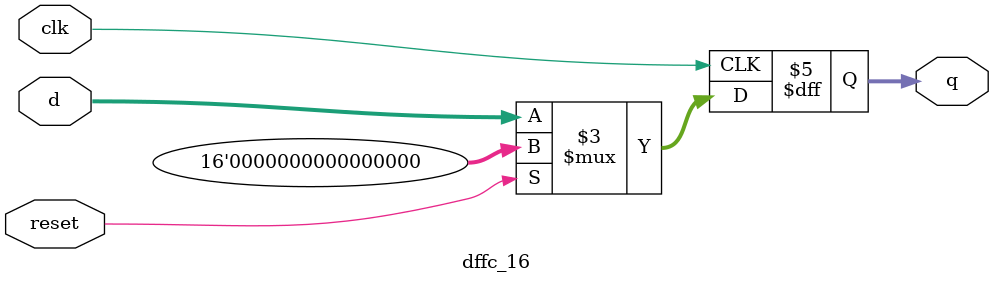
<source format=v>

`celldefine


module dff_6 ( clk, d, q );
	// synthesis attribute keep_hierarchy dff_6 "true";
	input clk;
	input [5:0] d;
	output [5:0] q;
	reg [5:0] q;
	// synopsys translate_off
`ifdef RANDOM_INIT
	initial
	$random_init("q");
`endif
	// synopsys translate_on
	always @(posedge clk) begin
	q <= d;
	end
endmodule

// macexp DFFC 6
// macexp $size 18
// macexp $instance
// macexp clk
// macexp reset
// macexp d
// macexp q

module dffc_18 ( clk, reset, d, q );
	// synthesis attribute keep_hierarchy dffc_18 "true";
	input clk;
	input reset;
	input [17:0] d;
	output [17:0] q;
	reg [17:0] q;
	// synopsys translate_off
`ifdef RANDOM_INIT
	initial
	$random_init("q");
`endif
`ifdef CHK_RESET_EOS
	assert_quiescent_state #(0,1,0, 
	"***ERROR ASSERT: reset still asserted at end of simulation")
	a0(.clk(clk),.reset_n(1'b1), .state_expr(reset),
	.check_value(1'b0), .sample_event(1'b0));
`endif
	// synopsys translate_on
	always @(posedge clk) begin
	if (reset)
	q <= 18'b0;
	else
	q <= d;
	end
endmodule

// macexp DFF 5
// macexp $size 13
// macexp $instance
// macexp clk
// macexp d
// macexp q

module dff_13 ( clk, d, q );
	// synthesis attribute keep_hierarchy dff_13 "true";
	input clk;
	input [12:0] d;
	output [12:0] q;
	reg [12:0] q;
	// synopsys translate_off
`ifdef RANDOM_INIT
	initial
	$random_init("q");
`endif
	// synopsys translate_on
	always @(posedge clk) begin
	q <= d;
	end
endmodule

// macexp DFFC 6
// macexp $size 13
// macexp $instance
// macexp clk
// macexp reset
// macexp d
// macexp q

module dffc_13 ( clk, reset, d, q );
	// synthesis attribute keep_hierarchy dffc_13 "true";
	input clk;
	input reset;
	input [12:0] d;
	output [12:0] q;
	reg [12:0] q;
	// synopsys translate_off
`ifdef RANDOM_INIT
	initial
	$random_init("q");
`endif
`ifdef CHK_RESET_EOS
	assert_quiescent_state #(0,1,0, 
	"***ERROR ASSERT: reset still asserted at end of simulation")
	a0(.clk(clk),.reset_n(1'b1), .state_expr(reset),
	.check_value(1'b0), .sample_event(1'b0));
`endif
	// synopsys translate_on
	always @(posedge clk) begin
	if (reset)
	q <= 13'b0;
	else
	q <= d;
	end
endmodule

// macexp DFF 5
// macexp $size 10
// macexp $instance
// macexp clk
// macexp d
// macexp q

module dff_10 ( clk, d, q );
	// synthesis attribute keep_hierarchy dff_10 "true";
	input clk;
	input [9:0] d;
	output [9:0] q;
	reg [9:0] q;
	// synopsys translate_off
`ifdef RANDOM_INIT
	initial
	$random_init("q");
`endif
	// synopsys translate_on
	always @(posedge clk) begin
	q <= d;
	end
endmodule

// macexp DFF 5
// macexp $size 3
// macexp $instance
// macexp clk
// macexp d
// macexp q

module dff_3 ( clk, d, q );
	// synthesis attribute keep_hierarchy dff_3 "true";
	input clk;
	input [2:0] d;
	output [2:0] q;
	reg [2:0] q;
	// synopsys translate_off
`ifdef RANDOM_INIT
	initial
	$random_init("q");
`endif
	// synopsys translate_on
	always @(posedge clk) begin
	q <= d;
	end
endmodule

// macexp DFFC 6
// macexp $size 6
// macexp $instance
// macexp clk
// macexp reset
// macexp d
// macexp q

module dffc_6 ( clk, reset, d, q );
	// synthesis attribute keep_hierarchy dffc_6 "true";
	input clk;
	input reset;
	input [5:0] d;
	output [5:0] q;
	reg [5:0] q;
	// synopsys translate_off
`ifdef RANDOM_INIT
	initial
	$random_init("q");
`endif
`ifdef CHK_RESET_EOS
	assert_quiescent_state #(0,1,0, 
	"***ERROR ASSERT: reset still asserted at end of simulation")
	a0(.clk(clk),.reset_n(1'b1), .state_expr(reset),
	.check_value(1'b0), .sample_event(1'b0));
`endif
	// synopsys translate_on
	always @(posedge clk) begin
	if (reset)
	q <= 6'b0;
	else
	q <= d;
	end
endmodule

// macexp DFFS 6
// macexp $size 2
// macexp $instance
// macexp clk
// macexp set
// macexp d
// macexp q

module dffs_2 ( clk, set, d, q );
	// synthesis attribute keep_hierarchy dffs_2 "true";
	input clk;
	input set;
	input [1:0] d;
	output [1:0] q;
	reg [1:0] q;
	// synopsys translate_off
`ifdef RANDOM_INIT
	initial
	$random_init("q");
`endif
`ifdef CHK_RESET_EOS
	assert_quiescent_state #(0,1,0, 
	"***ERROR ASSERT: set still asserted at end of simulation")
	a0(.clk(clk),.reset_n(1'b1), .state_expr(set),
	.check_value(1'b0), .sample_event(1'b0));
`endif
	// synopsys translate_on
	always @(posedge clk) begin
	if (set)
	q <= ~(2'b0);
	else
	q <= d;
	end
endmodule

// macexp DFFC 6
// macexp $size 4
// macexp $instance
// macexp clk
// macexp reset
// macexp d
// macexp q

module dffc_4 ( clk, reset, d, q );
	// synthesis attribute keep_hierarchy dffc_4 "true";
	input clk;
	input reset;
	input [3:0] d;
	output [3:0] q;
	reg [3:0] q;
	// synopsys translate_off
`ifdef RANDOM_INIT
	initial
	$random_init("q");
`endif
`ifdef CHK_RESET_EOS
	assert_quiescent_state #(0,1,0, 
	"***ERROR ASSERT: reset still asserted at end of simulation")
	a0(.clk(clk),.reset_n(1'b1), .state_expr(reset),
	.check_value(1'b0), .sample_event(1'b0));
`endif
	// synopsys translate_on
	always @(posedge clk) begin
	if (reset)
	q <= 4'b0;
	else
	q <= d;
	end
endmodule

// macexp DFFS 6
// macexp $size 35
// macexp $instance
// macexp clk
// macexp set
// macexp d
// macexp q

module dffs_35 ( clk, set, d, q );
	// synthesis attribute keep_hierarchy dffs_35 "true";
	input clk;
	input set;
	input [34:0] d;
	output [34:0] q;
	reg [34:0] q;
	// synopsys translate_off
`ifdef RANDOM_INIT
	initial
	$random_init("q");
`endif
`ifdef CHK_RESET_EOS
	assert_quiescent_state #(0,1,0, 
	"***ERROR ASSERT: set still asserted at end of simulation")
	a0(.clk(clk),.reset_n(1'b1), .state_expr(set),
	.check_value(1'b0), .sample_event(1'b0));
`endif
	// synopsys translate_on
	always @(posedge clk) begin
	if (set)
	q <= ~(35'b0);
	else
	q <= d;
	end
endmodule

// macexp DFFS 6
// macexp $size 37
// macexp $instance
// macexp clk
// macexp set
// macexp d
// macexp q

module dffs_37 ( clk, set, d, q );
	// synthesis attribute keep_hierarchy dffs_37 "true";
	input clk;
	input set;
	input [36:0] d;
	output [36:0] q;
	reg [36:0] q;
	// synopsys translate_off
`ifdef RANDOM_INIT
	initial
	$random_init("q");
`endif
`ifdef CHK_RESET_EOS
	assert_quiescent_state #(0,1,0, 
	"***ERROR ASSERT: set still asserted at end of simulation")
	a0(.clk(clk),.reset_n(1'b1), .state_expr(set),
	.check_value(1'b0), .sample_event(1'b0));
`endif
	// synopsys translate_on
	always @(posedge clk) begin
	if (set)
	q <= ~(37'b0);
	else
	q <= d;
	end
endmodule

// macexp DFFS 6
// macexp $size 1
// macexp $instance
// macexp clk
// macexp set
// macexp d
// macexp q

module dffs_1 ( clk, set, d, q );
	// synthesis attribute keep_hierarchy dffs_1 "true";
	input clk;
	input set;
	input d;
	output q;
	reg q;
	// synopsys translate_off
`ifdef RANDOM_INIT
	initial
	$random_init("q");
`endif
`ifdef CHK_RESET_EOS
	assert_quiescent_state #(0,1,0, 
	"***ERROR ASSERT: set still asserted at end of simulation")
	a0(.clk(clk),.reset_n(1'b1), .state_expr(set),
	.check_value(1'b0), .sample_event(1'b0));
`endif
	// synopsys translate_on
	always @(posedge clk) begin
	if (set)
	q <= ~(1'b0);
	else
	q <= d;
	end
endmodule

// macexp DFFC 6
// macexp $size 7
// macexp $instance
// macexp clk
// macexp reset
// macexp d
// macexp q

module dffc_7 ( clk, reset, d, q );
	// synthesis attribute keep_hierarchy dffc_7 "true";
	input clk;
	input reset;
	input [6:0] d;
	output [6:0] q;
	reg [6:0] q;
	// synopsys translate_off
`ifdef RANDOM_INIT
	initial
	$random_init("q");
`endif
`ifdef CHK_RESET_EOS
	assert_quiescent_state #(0,1,0, 
	"***ERROR ASSERT: reset still asserted at end of simulation")
	a0(.clk(clk),.reset_n(1'b1), .state_expr(reset),
	.check_value(1'b0), .sample_event(1'b0));
`endif
	// synopsys translate_on
	always @(posedge clk) begin
	if (reset)
	q <= 7'b0;
	else
	q <= d;
	end
endmodule

// macexp DFF 5
// macexp $size 5
// macexp $instance
// macexp clk
// macexp d
// macexp q

module dff_5 ( clk, d, q );
	// synthesis attribute keep_hierarchy dff_5 "true";
	input clk;
	input [4:0] d;
	output [4:0] q;
	reg [4:0] q;
	// synopsys translate_off
`ifdef RANDOM_INIT
	initial
	$random_init("q");
`endif
	// synopsys translate_on
	always @(posedge clk) begin
	q <= d;
	end
endmodule

// macexp DFF 5
// macexp $size 37
// macexp $instance
// macexp clk
// macexp d
// macexp q

module dff_37 ( clk, d, q );
	// synthesis attribute keep_hierarchy dff_37 "true";
	input clk;
	input [36:0] d;
	output [36:0] q;
	reg [36:0] q;
	// synopsys translate_off
`ifdef RANDOM_INIT
	initial
	$random_init("q");
`endif
	// synopsys translate_on
	always @(posedge clk) begin
	q <= d;
	end
endmodule

// macexp DFFSI 7
// macexp $size 10
// macexp $instance
// macexp clk
// macexp reset
// macexp init
// macexp d
// macexp q

module dffsi_10 ( clk, reset, init, d, q );
	// synthesis attribute keep_hierarchy dffsi_10 "true";
	input clk;
	input reset;
	input [9:0] init;
	input [9:0] d;
	output [9:0] q;
	reg [9:0] q;
	// synopsys translate_off
`ifdef RANDOM_INIT
	initial
	$random_init("q");
`endif
`ifdef CHK_RESET_EOS
	assert_quiescent_state #(0,1,0, 
	"***ERROR ASSERT: reset still asserted at end of simulation")
	a0(.clk(clk),.reset_n(1'b1), .state_expr(reset),
	.check_value(1'b0), .sample_event(1'b0));
`endif
	// synopsys translate_on
	always @(posedge clk) begin
	if (reset)
	q <= init;
	else
	q <= d;
	end
endmodule

// macexp DFFCL 7
// macexp $size 9
// macexp $instance
// macexp clk
// macexp reset
// macexp ld
// macexp d
// macexp q

module dffcl_9 ( clk, reset, ld, d, q );
	// synthesis attribute keep_hierarchy dffcl_9 "true";
	input clk;
	input reset;
	input ld;
	input [8:0] d;
	output [8:0] q;
	reg [8:0] q;
	// synopsys translate_off
`ifdef RANDOM_INIT
	initial
	$random_init("q");
`endif
`ifdef CHK_RESET_EOS
	assert_quiescent_state #(0,1,0, 
	"***ERROR ASSERT: reset still asserted at end of simulation")
	a0(.clk(clk),.reset_n(1'b1), .state_expr(reset),
	.check_value(1'b0), .sample_event(1'b0));
`endif
	// synopsys translate_on
	always @(posedge clk) begin
	if (reset)
	q <= 9'b0;
	else begin
	// leda XV2P_1006 off Multiple synchronous resets detected
	// leda XV2P_1007 off Multiple synchronous resets detected
	// leda G_551_1_K off Multiple synchronous resets detected
	if (ld)
	q <= d;
	// leda XV2P_1006 on Multiple synchronous resets detected
	// leda XV2P_1007 on Multiple synchronous resets detected
	// leda G_551_1_K on Multiple synchronous resets detected
	end
	end
endmodule

// macexp DFF 5
// macexp $size 9
// macexp $instance
// macexp clk
// macexp d
// macexp q

module dff_9 ( clk, d, q );
	// synthesis attribute keep_hierarchy dff_9 "true";
	input clk;
	input [8:0] d;
	output [8:0] q;
	reg [8:0] q;
	// synopsys translate_off
`ifdef RANDOM_INIT
	initial
	$random_init("q");
`endif
	// synopsys translate_on
	always @(posedge clk) begin
	q <= d;
	end
endmodule

// macexp DFFC 6
// macexp $size 32
// macexp $instance
// macexp clk
// macexp reset
// macexp d
// macexp q

module dffc_32 ( clk, reset, d, q );
	// synthesis attribute keep_hierarchy dffc_32 "true";
	input clk;
	input reset;
	input [31:0] d;
	output [31:0] q;
	reg [31:0] q;
	// synopsys translate_off
`ifdef RANDOM_INIT
	initial
	$random_init("q");
`endif
`ifdef CHK_RESET_EOS
	assert_quiescent_state #(0,1,0, 
	"***ERROR ASSERT: reset still asserted at end of simulation")
	a0(.clk(clk),.reset_n(1'b1), .state_expr(reset),
	.check_value(1'b0), .sample_event(1'b0));
`endif
	// synopsys translate_on
	always @(posedge clk) begin
	if (reset)
	q <= 32'b0;
	else
	q <= d;
	end
endmodule

// macexp DFFC 6
// macexp $size 17
// macexp $instance
// macexp clk
// macexp reset
// macexp d
// macexp q

module dffc_17 ( clk, reset, d, q );
	// synthesis attribute keep_hierarchy dffc_17 "true";
	input clk;
	input reset;
	input [16:0] d;
	output [16:0] q;
	reg [16:0] q;
	// synopsys translate_off
`ifdef RANDOM_INIT
	initial
	$random_init("q");
`endif
`ifdef CHK_RESET_EOS
	assert_quiescent_state #(0,1,0, 
	"***ERROR ASSERT: reset still asserted at end of simulation")
	a0(.clk(clk),.reset_n(1'b1), .state_expr(reset),
	.check_value(1'b0), .sample_event(1'b0));
`endif
	// synopsys translate_on
	always @(posedge clk) begin
	if (reset)
	q <= 17'b0;
	else
	q <= d;
	end
endmodule

// macexp DFFC 6
// macexp $size 64
// macexp $instance
// macexp clk
// macexp reset
// macexp d
// macexp q

module dffc_64 ( clk, reset, d, q );
	// synthesis attribute keep_hierarchy dffc_64 "true";
	input clk;
	input reset;
	input [63:0] d;
	output [63:0] q;
	reg [63:0] q;
	// synopsys translate_off
`ifdef RANDOM_INIT
	initial
	$random_init("q");
`endif
`ifdef CHK_RESET_EOS
	assert_quiescent_state #(0,1,0, 
	"***ERROR ASSERT: reset still asserted at end of simulation")
	a0(.clk(clk),.reset_n(1'b1), .state_expr(reset),
	.check_value(1'b0), .sample_event(1'b0));
`endif
	// synopsys translate_on
	always @(posedge clk) begin
	if (reset)
	q <= 64'b0;
	else
	q <= d;
	end
endmodule

// macexp DFFC 6
// macexp $size 48
// macexp $instance
// macexp clk
// macexp reset
// macexp d
// macexp q

module dffc_48 ( clk, reset, d, q );
	// synthesis attribute keep_hierarchy dffc_48 "true";
	input clk;
	input reset;
	input [47:0] d;
	output [47:0] q;
	reg [47:0] q;
	// synopsys translate_off
`ifdef RANDOM_INIT
	initial
	$random_init("q");
`endif
`ifdef CHK_RESET_EOS
	assert_quiescent_state #(0,1,0, 
	"***ERROR ASSERT: reset still asserted at end of simulation")
	a0(.clk(clk),.reset_n(1'b1), .state_expr(reset),
	.check_value(1'b0), .sample_event(1'b0));
`endif
	// synopsys translate_on
	always @(posedge clk) begin
	if (reset)
	q <= 48'b0;
	else
	q <= d;
	end
endmodule

// macexp DFFC 6
// macexp $size 3
// macexp $instance
// macexp clk
// macexp reset
// macexp d
// macexp q

module dffc_3 ( clk, reset, d, q );
	// synthesis attribute keep_hierarchy dffc_3 "true";
	input clk;
	input reset;
	input [2:0] d;
	output [2:0] q;
	reg [2:0] q;
	// synopsys translate_off
`ifdef RANDOM_INIT
	initial
	$random_init("q");
`endif
`ifdef CHK_RESET_EOS
	assert_quiescent_state #(0,1,0, 
	"***ERROR ASSERT: reset still asserted at end of simulation")
	a0(.clk(clk),.reset_n(1'b1), .state_expr(reset),
	.check_value(1'b0), .sample_event(1'b0));
`endif
	// synopsys translate_on
	always @(posedge clk) begin
	if (reset)
	q <= 3'b0;
	else
	q <= d;
	end
endmodule

// macexp DFFSI 7
// macexp $size 4
// macexp $instance
// macexp clk
// macexp reset
// macexp init
// macexp d
// macexp q

module dffsi_4 ( clk, reset, init, d, q );
	// synthesis attribute keep_hierarchy dffsi_4 "true";
	input clk;
	input reset;
	input [3:0] init;
	input [3:0] d;
	output [3:0] q;
	reg [3:0] q;
	// synopsys translate_off
`ifdef RANDOM_INIT
	initial
	$random_init("q");
`endif
`ifdef CHK_RESET_EOS
	assert_quiescent_state #(0,1,0, 
	"***ERROR ASSERT: reset still asserted at end of simulation")
	a0(.clk(clk),.reset_n(1'b1), .state_expr(reset),
	.check_value(1'b0), .sample_event(1'b0));
`endif
	// synopsys translate_on
	always @(posedge clk) begin
	if (reset)
	q <= init;
	else
	q <= d;
	end
endmodule

// macexp DFF 5
// macexp $size 48
// macexp $instance
// macexp clk
// macexp d
// macexp q

module dff_48 ( clk, d, q );
	// synthesis attribute keep_hierarchy dff_48 "true";
	input clk;
	input [47:0] d;
	output [47:0] q;
	reg [47:0] q;
	// synopsys translate_off
`ifdef RANDOM_INIT
	initial
	$random_init("q");
`endif
	// synopsys translate_on
	always @(posedge clk) begin
	q <= d;
	end
endmodule

// macexp DFF 5
// macexp $size 2
// macexp $instance
// macexp clk
// macexp d
// macexp q

module dff_2 ( clk, d, q );
	// synthesis attribute keep_hierarchy dff_2 "true";
	input clk;
	input [1:0] d;
	output [1:0] q;
	reg [1:0] q;
	// synopsys translate_off
`ifdef RANDOM_INIT
	initial
	$random_init("q");
`endif
	// synopsys translate_on
	always @(posedge clk) begin
	q <= d;
	end
endmodule

// macexp DFF 5
// macexp $size 64
// macexp $instance
// macexp clk
// macexp d
// macexp q

module dff_64 ( clk, d, q );
	// synthesis attribute keep_hierarchy dff_64 "true";
	input clk;
	input [63:0] d;
	output [63:0] q;
	reg [63:0] q;
	// synopsys translate_off
`ifdef RANDOM_INIT
	initial
	$random_init("q");
`endif
	// synopsys translate_on
	always @(posedge clk) begin
	q <= d;
	end
endmodule

// macexp DFF 5
// macexp $size 1
// macexp $instance
// macexp clk
// macexp d
// macexp q

module dff_1 ( clk, d, q );
	// synthesis attribute keep_hierarchy dff_1 "true";
	input clk;
	input d;
	output q;
	reg q;
	// synopsys translate_off
`ifdef RANDOM_INIT
	initial
	$random_init("q");
`endif
	// synopsys translate_on
	always @(posedge clk) begin
	q <= d;
	end
endmodule

// macexp DFFC 6
// macexp $size 2
// macexp $instance
// macexp clk
// macexp reset
// macexp d
// macexp q

module dffc_2 ( clk, reset, d, q );
	// synthesis attribute keep_hierarchy dffc_2 "true";
	input clk;
	input reset;
	input [1:0] d;
	output [1:0] q;
	reg [1:0] q;
	// synopsys translate_off
`ifdef RANDOM_INIT
	initial
	$random_init("q");
`endif
`ifdef CHK_RESET_EOS
	assert_quiescent_state #(0,1,0, 
	"***ERROR ASSERT: reset still asserted at end of simulation")
	a0(.clk(clk),.reset_n(1'b1), .state_expr(reset),
	.check_value(1'b0), .sample_event(1'b0));
`endif
	// synopsys translate_on
	always @(posedge clk) begin
	if (reset)
	q <= 2'b0;
	else
	q <= d;
	end
endmodule

// macexp RESET_FLOP 5
// macexp $size 1
// macexp $instance
// macexp clk
// macexp i_reset
// macexp reset

module reset_flop_1 ( clk, i_reset, reset );
	// synthesis attribute keep_hierarchy reset_flop_1 "true";
	// synthesis attribute equivalent_register_removal reset_flop_1 "no";
	// synthesis attribute shift_extract reset_flop_1 "no";
	// synthesis attribute shreg_extract reset_flop_1 "no";
	input clk;
	input i_reset;
	// synthesis attribute keep reset "true";
	output reset;
	// synopsys translate_off
`ifdef CHK_RESET_EOS
	assert_quiescent_state #(0,1,0, 
	"***ERROR ASSERT: i_reset still asserted at end of simulation")
	a0(.clk(clk),.reset_n(1'b1), .state_expr(i_reset),
	.check_value(1'b0), .sample_event(1'b0));
`endif
	// synopsys translate_on
	wire my_zero;
	(* S = "TRUE" *)
	LUT1_L #(
	.INIT(2'h0)
	) lut0 (
	.LO(my_zero),
	.I0(reset)
	);
	(* S = "TRUE" *)
	FDS q0 (
	.Q(reset),
	.C(clk),
	.S(i_reset),
	.D(my_zero)
	);
endmodule

// macexp DFFC 6
// macexp $size 1
// macexp $instance
// macexp clk
// macexp reset
// macexp d
// macexp q

module dffc_1 ( clk, reset, d, q );
	// synthesis attribute keep_hierarchy dffc_1 "true";
	input clk;
	input reset;
	input d;
	output q;
	reg q;
	// synopsys translate_off
`ifdef RANDOM_INIT
	initial
	$random_init("q");
`endif
`ifdef CHK_RESET_EOS
	assert_quiescent_state #(0,1,0, 
	"***ERROR ASSERT: reset still asserted at end of simulation")
	a0(.clk(clk),.reset_n(1'b1), .state_expr(reset),
	.check_value(1'b0), .sample_event(1'b0));
`endif
	// synopsys translate_on
	always @(posedge clk) begin
	if (reset)
	q <= 1'b0;
	else
	q <= d;
	end
endmodule

// macexp PEXT_P2 5
// macexp $instance
// macexp $cycles 4
// macexp clk
// macexp d
// macexp q

module pext_p2_4 ( clk, d, q );
	// synthesis attribute keep_hierarchy pext_p2_4 "true";
	input clk;
	input d;
	output q;
	reg q;
	reg c_q;
	reg [1:0] r_cnt;
	reg [1:0] c_cnt;
	reg [1:0] cig_zerocnt;
	// synopsys translate_off
`ifdef RANDOM_INIT
	initial begin
	$random_init("q", "r_cnt");
	end
`endif
	// synopsys translate_on
	always @(posedge clk) begin
	r_cnt <= // synthesis translate_off
	(^c_cnt === 1'bx) ? $random :
	// synthesis translate_on
	c_cnt;
	q <= c_q;
	end
	always @ (d or q or r_cnt) begin
	cig_zerocnt = 2'b0;
	c_cnt = d ? ~cig_zerocnt : {r_cnt - ((|r_cnt) ? 2'b1 : 2'b0)};
	c_q = d | (|r_cnt);
	end
endmodule

// macexp DFF_KEEP 5
// macexp $size 1
// macexp $instance
// macexp clk
// macexp d
// macexp q

module dff_keep_1 ( clk, d, q );
	// synthesis attribute keep_hierarchy dff_keep_1 "true";
	// synthesis attribute equivalent_register_removal dff_keep_1 "no";
	// synthesis attribute shift_extract dff_keep_1 "no";
	// synthesis attribute shreg_extract dff_keep_1 "no";
	input clk;
	input d;
	// synthesis attribute keep q "true";
	output q;
	(* S = "TRUE" *)
	FD q0 (
	.Q(q),
	.C(clk),
	.D(d)
	);
endmodule

// macexp PHASEGEN 7
// macexp $size 1
// macexp $instance
// macexp clk
// macexp clk_2x
// macexp set
// macexp phase
// macexp reset

module phasegen_1 ( clk, clk_2x, set, phase, reset );
	// synthesis attribute keep_hierarchy phasegen_1 "true";
	// synthesis attribute equivalent_register_removal phasegen_1 "no";
	// synthesis attribute shift_extract phasegen_1 "no";
	// synthesis attribute shreg_extract phasegen_1 "no";
	input clk;
	input clk_2x;
	input set;
	output phase;
	output reset;
	// synopsys translate_off
`ifdef CHK_RESET_EOS
	assert_quiescent_state #(0,1,0, 
	"***ERROR ASSERT: set still asserted at end of simulation")
	a0(.clk(clk),.reset_n(1'b1), .state_expr(set),
	.check_value(1'b0), .sample_event(1'b0));
`endif
	// synopsys translate_on
	wire my_zero, set_ls;
	assign reset = set_ls;
	LUT1_L #(
	.INIT(2'h0)
	) rset_ls_lut (
	.LO(my_zero),
	.I0(set_ls)
	);
	FDS rset_ls (
	.Q(set_ls), 
	.C(clk), 
	.D(my_zero), 
	.S(set)
	);
	FDS rphase (
	.Q(phase), 
	.C(clk_2x), 
	.D(~phase), 
	.S(set_ls)
	);
endmodule

// macexp DFF 5
// macexp $size 17
// macexp $instance
// macexp clk
// macexp d
// macexp q

module dff_17 ( clk, d, q );
	// synthesis attribute keep_hierarchy dff_17 "true";
	input clk;
	input [16:0] d;
	output [16:0] q;
	reg [16:0] q;
	// synopsys translate_off
`ifdef RANDOM_INIT
	initial
	$random_init("q");
`endif
	// synopsys translate_on
	always @(posedge clk) begin
	q <= d;
	end
endmodule

// macexp DFF_KEEP 5
// macexp $size 2
// macexp $instance
// macexp clk
// macexp d
// macexp q

module dff_keep_2 ( clk, d, q );
	// synthesis attribute keep_hierarchy dff_keep_2 "true";
	// synthesis attribute equivalent_register_removal dff_keep_2 "no";
	// synthesis attribute shift_extract dff_keep_2 "no";
	// synthesis attribute shreg_extract dff_keep_2 "no";
	input clk;
	input [1:0] d;
	// synthesis attribute keep q "true";
	output [1:0] q;
	(* S = "TRUE" *)
	FD q_0 (
	.Q(q[0]),
	.C(clk),
	.D(d[0])
	);
	(* S = "TRUE" *)
	FD q_1 (
	.Q(q[1]),
	.C(clk),
	.D(d[1])
	);
endmodule

// macexp DFF_KEEP 5
// macexp $size 48
// macexp $instance
// macexp clk
// macexp d
// macexp q

module dff_keep_48 ( clk, d, q );
	// synthesis attribute keep_hierarchy dff_keep_48 "true";
	// synthesis attribute equivalent_register_removal dff_keep_48 "no";
	// synthesis attribute shift_extract dff_keep_48 "no";
	// synthesis attribute shreg_extract dff_keep_48 "no";
	input clk;
	input [47:0] d;
	// synthesis attribute keep q "true";
	output [47:0] q;
	(* S = "TRUE" *)
	FD q_0 (
	.Q(q[0]),
	.C(clk),
	.D(d[0])
	);
	(* S = "TRUE" *)
	FD q_1 (
	.Q(q[1]),
	.C(clk),
	.D(d[1])
	);
	(* S = "TRUE" *)
	FD q_2 (
	.Q(q[2]),
	.C(clk),
	.D(d[2])
	);
	(* S = "TRUE" *)
	FD q_3 (
	.Q(q[3]),
	.C(clk),
	.D(d[3])
	);
	(* S = "TRUE" *)
	FD q_4 (
	.Q(q[4]),
	.C(clk),
	.D(d[4])
	);
	(* S = "TRUE" *)
	FD q_5 (
	.Q(q[5]),
	.C(clk),
	.D(d[5])
	);
	(* S = "TRUE" *)
	FD q_6 (
	.Q(q[6]),
	.C(clk),
	.D(d[6])
	);
	(* S = "TRUE" *)
	FD q_7 (
	.Q(q[7]),
	.C(clk),
	.D(d[7])
	);
	(* S = "TRUE" *)
	FD q_8 (
	.Q(q[8]),
	.C(clk),
	.D(d[8])
	);
	(* S = "TRUE" *)
	FD q_9 (
	.Q(q[9]),
	.C(clk),
	.D(d[9])
	);
	(* S = "TRUE" *)
	FD q_10 (
	.Q(q[10]),
	.C(clk),
	.D(d[10])
	);
	(* S = "TRUE" *)
	FD q_11 (
	.Q(q[11]),
	.C(clk),
	.D(d[11])
	);
	(* S = "TRUE" *)
	FD q_12 (
	.Q(q[12]),
	.C(clk),
	.D(d[12])
	);
	(* S = "TRUE" *)
	FD q_13 (
	.Q(q[13]),
	.C(clk),
	.D(d[13])
	);
	(* S = "TRUE" *)
	FD q_14 (
	.Q(q[14]),
	.C(clk),
	.D(d[14])
	);
	(* S = "TRUE" *)
	FD q_15 (
	.Q(q[15]),
	.C(clk),
	.D(d[15])
	);
	(* S = "TRUE" *)
	FD q_16 (
	.Q(q[16]),
	.C(clk),
	.D(d[16])
	);
	(* S = "TRUE" *)
	FD q_17 (
	.Q(q[17]),
	.C(clk),
	.D(d[17])
	);
	(* S = "TRUE" *)
	FD q_18 (
	.Q(q[18]),
	.C(clk),
	.D(d[18])
	);
	(* S = "TRUE" *)
	FD q_19 (
	.Q(q[19]),
	.C(clk),
	.D(d[19])
	);
	(* S = "TRUE" *)
	FD q_20 (
	.Q(q[20]),
	.C(clk),
	.D(d[20])
	);
	(* S = "TRUE" *)
	FD q_21 (
	.Q(q[21]),
	.C(clk),
	.D(d[21])
	);
	(* S = "TRUE" *)
	FD q_22 (
	.Q(q[22]),
	.C(clk),
	.D(d[22])
	);
	(* S = "TRUE" *)
	FD q_23 (
	.Q(q[23]),
	.C(clk),
	.D(d[23])
	);
	(* S = "TRUE" *)
	FD q_24 (
	.Q(q[24]),
	.C(clk),
	.D(d[24])
	);
	(* S = "TRUE" *)
	FD q_25 (
	.Q(q[25]),
	.C(clk),
	.D(d[25])
	);
	(* S = "TRUE" *)
	FD q_26 (
	.Q(q[26]),
	.C(clk),
	.D(d[26])
	);
	(* S = "TRUE" *)
	FD q_27 (
	.Q(q[27]),
	.C(clk),
	.D(d[27])
	);
	(* S = "TRUE" *)
	FD q_28 (
	.Q(q[28]),
	.C(clk),
	.D(d[28])
	);
	(* S = "TRUE" *)
	FD q_29 (
	.Q(q[29]),
	.C(clk),
	.D(d[29])
	);
	(* S = "TRUE" *)
	FD q_30 (
	.Q(q[30]),
	.C(clk),
	.D(d[30])
	);
	(* S = "TRUE" *)
	FD q_31 (
	.Q(q[31]),
	.C(clk),
	.D(d[31])
	);
	(* S = "TRUE" *)
	FD q_32 (
	.Q(q[32]),
	.C(clk),
	.D(d[32])
	);
	(* S = "TRUE" *)
	FD q_33 (
	.Q(q[33]),
	.C(clk),
	.D(d[33])
	);
	(* S = "TRUE" *)
	FD q_34 (
	.Q(q[34]),
	.C(clk),
	.D(d[34])
	);
	(* S = "TRUE" *)
	FD q_35 (
	.Q(q[35]),
	.C(clk),
	.D(d[35])
	);
	(* S = "TRUE" *)
	FD q_36 (
	.Q(q[36]),
	.C(clk),
	.D(d[36])
	);
	(* S = "TRUE" *)
	FD q_37 (
	.Q(q[37]),
	.C(clk),
	.D(d[37])
	);
	(* S = "TRUE" *)
	FD q_38 (
	.Q(q[38]),
	.C(clk),
	.D(d[38])
	);
	(* S = "TRUE" *)
	FD q_39 (
	.Q(q[39]),
	.C(clk),
	.D(d[39])
	);
	(* S = "TRUE" *)
	FD q_40 (
	.Q(q[40]),
	.C(clk),
	.D(d[40])
	);
	(* S = "TRUE" *)
	FD q_41 (
	.Q(q[41]),
	.C(clk),
	.D(d[41])
	);
	(* S = "TRUE" *)
	FD q_42 (
	.Q(q[42]),
	.C(clk),
	.D(d[42])
	);
	(* S = "TRUE" *)
	FD q_43 (
	.Q(q[43]),
	.C(clk),
	.D(d[43])
	);
	(* S = "TRUE" *)
	FD q_44 (
	.Q(q[44]),
	.C(clk),
	.D(d[44])
	);
	(* S = "TRUE" *)
	FD q_45 (
	.Q(q[45]),
	.C(clk),
	.D(d[45])
	);
	(* S = "TRUE" *)
	FD q_46 (
	.Q(q[46]),
	.C(clk),
	.D(d[46])
	);
	(* S = "TRUE" *)
	FD q_47 (
	.Q(q[47]),
	.C(clk),
	.D(d[47])
	);
endmodule

// macexp DFF_KEEP 5
// macexp $size 64
// macexp $instance
// macexp clk
// macexp d
// macexp q

module dff_keep_64 ( clk, d, q );
	// synthesis attribute keep_hierarchy dff_keep_64 "true";
	// synthesis attribute equivalent_register_removal dff_keep_64 "no";
	// synthesis attribute shift_extract dff_keep_64 "no";
	// synthesis attribute shreg_extract dff_keep_64 "no";
	input clk;
	input [63:0] d;
	// synthesis attribute keep q "true";
	output [63:0] q;
	(* S = "TRUE" *)
	FD q_0 (
	.Q(q[0]),
	.C(clk),
	.D(d[0])
	);
	(* S = "TRUE" *)
	FD q_1 (
	.Q(q[1]),
	.C(clk),
	.D(d[1])
	);
	(* S = "TRUE" *)
	FD q_2 (
	.Q(q[2]),
	.C(clk),
	.D(d[2])
	);
	(* S = "TRUE" *)
	FD q_3 (
	.Q(q[3]),
	.C(clk),
	.D(d[3])
	);
	(* S = "TRUE" *)
	FD q_4 (
	.Q(q[4]),
	.C(clk),
	.D(d[4])
	);
	(* S = "TRUE" *)
	FD q_5 (
	.Q(q[5]),
	.C(clk),
	.D(d[5])
	);
	(* S = "TRUE" *)
	FD q_6 (
	.Q(q[6]),
	.C(clk),
	.D(d[6])
	);
	(* S = "TRUE" *)
	FD q_7 (
	.Q(q[7]),
	.C(clk),
	.D(d[7])
	);
	(* S = "TRUE" *)
	FD q_8 (
	.Q(q[8]),
	.C(clk),
	.D(d[8])
	);
	(* S = "TRUE" *)
	FD q_9 (
	.Q(q[9]),
	.C(clk),
	.D(d[9])
	);
	(* S = "TRUE" *)
	FD q_10 (
	.Q(q[10]),
	.C(clk),
	.D(d[10])
	);
	(* S = "TRUE" *)
	FD q_11 (
	.Q(q[11]),
	.C(clk),
	.D(d[11])
	);
	(* S = "TRUE" *)
	FD q_12 (
	.Q(q[12]),
	.C(clk),
	.D(d[12])
	);
	(* S = "TRUE" *)
	FD q_13 (
	.Q(q[13]),
	.C(clk),
	.D(d[13])
	);
	(* S = "TRUE" *)
	FD q_14 (
	.Q(q[14]),
	.C(clk),
	.D(d[14])
	);
	(* S = "TRUE" *)
	FD q_15 (
	.Q(q[15]),
	.C(clk),
	.D(d[15])
	);
	(* S = "TRUE" *)
	FD q_16 (
	.Q(q[16]),
	.C(clk),
	.D(d[16])
	);
	(* S = "TRUE" *)
	FD q_17 (
	.Q(q[17]),
	.C(clk),
	.D(d[17])
	);
	(* S = "TRUE" *)
	FD q_18 (
	.Q(q[18]),
	.C(clk),
	.D(d[18])
	);
	(* S = "TRUE" *)
	FD q_19 (
	.Q(q[19]),
	.C(clk),
	.D(d[19])
	);
	(* S = "TRUE" *)
	FD q_20 (
	.Q(q[20]),
	.C(clk),
	.D(d[20])
	);
	(* S = "TRUE" *)
	FD q_21 (
	.Q(q[21]),
	.C(clk),
	.D(d[21])
	);
	(* S = "TRUE" *)
	FD q_22 (
	.Q(q[22]),
	.C(clk),
	.D(d[22])
	);
	(* S = "TRUE" *)
	FD q_23 (
	.Q(q[23]),
	.C(clk),
	.D(d[23])
	);
	(* S = "TRUE" *)
	FD q_24 (
	.Q(q[24]),
	.C(clk),
	.D(d[24])
	);
	(* S = "TRUE" *)
	FD q_25 (
	.Q(q[25]),
	.C(clk),
	.D(d[25])
	);
	(* S = "TRUE" *)
	FD q_26 (
	.Q(q[26]),
	.C(clk),
	.D(d[26])
	);
	(* S = "TRUE" *)
	FD q_27 (
	.Q(q[27]),
	.C(clk),
	.D(d[27])
	);
	(* S = "TRUE" *)
	FD q_28 (
	.Q(q[28]),
	.C(clk),
	.D(d[28])
	);
	(* S = "TRUE" *)
	FD q_29 (
	.Q(q[29]),
	.C(clk),
	.D(d[29])
	);
	(* S = "TRUE" *)
	FD q_30 (
	.Q(q[30]),
	.C(clk),
	.D(d[30])
	);
	(* S = "TRUE" *)
	FD q_31 (
	.Q(q[31]),
	.C(clk),
	.D(d[31])
	);
	(* S = "TRUE" *)
	FD q_32 (
	.Q(q[32]),
	.C(clk),
	.D(d[32])
	);
	(* S = "TRUE" *)
	FD q_33 (
	.Q(q[33]),
	.C(clk),
	.D(d[33])
	);
	(* S = "TRUE" *)
	FD q_34 (
	.Q(q[34]),
	.C(clk),
	.D(d[34])
	);
	(* S = "TRUE" *)
	FD q_35 (
	.Q(q[35]),
	.C(clk),
	.D(d[35])
	);
	(* S = "TRUE" *)
	FD q_36 (
	.Q(q[36]),
	.C(clk),
	.D(d[36])
	);
	(* S = "TRUE" *)
	FD q_37 (
	.Q(q[37]),
	.C(clk),
	.D(d[37])
	);
	(* S = "TRUE" *)
	FD q_38 (
	.Q(q[38]),
	.C(clk),
	.D(d[38])
	);
	(* S = "TRUE" *)
	FD q_39 (
	.Q(q[39]),
	.C(clk),
	.D(d[39])
	);
	(* S = "TRUE" *)
	FD q_40 (
	.Q(q[40]),
	.C(clk),
	.D(d[40])
	);
	(* S = "TRUE" *)
	FD q_41 (
	.Q(q[41]),
	.C(clk),
	.D(d[41])
	);
	(* S = "TRUE" *)
	FD q_42 (
	.Q(q[42]),
	.C(clk),
	.D(d[42])
	);
	(* S = "TRUE" *)
	FD q_43 (
	.Q(q[43]),
	.C(clk),
	.D(d[43])
	);
	(* S = "TRUE" *)
	FD q_44 (
	.Q(q[44]),
	.C(clk),
	.D(d[44])
	);
	(* S = "TRUE" *)
	FD q_45 (
	.Q(q[45]),
	.C(clk),
	.D(d[45])
	);
	(* S = "TRUE" *)
	FD q_46 (
	.Q(q[46]),
	.C(clk),
	.D(d[46])
	);
	(* S = "TRUE" *)
	FD q_47 (
	.Q(q[47]),
	.C(clk),
	.D(d[47])
	);
	(* S = "TRUE" *)
	FD q_48 (
	.Q(q[48]),
	.C(clk),
	.D(d[48])
	);
	(* S = "TRUE" *)
	FD q_49 (
	.Q(q[49]),
	.C(clk),
	.D(d[49])
	);
	(* S = "TRUE" *)
	FD q_50 (
	.Q(q[50]),
	.C(clk),
	.D(d[50])
	);
	(* S = "TRUE" *)
	FD q_51 (
	.Q(q[51]),
	.C(clk),
	.D(d[51])
	);
	(* S = "TRUE" *)
	FD q_52 (
	.Q(q[52]),
	.C(clk),
	.D(d[52])
	);
	(* S = "TRUE" *)
	FD q_53 (
	.Q(q[53]),
	.C(clk),
	.D(d[53])
	);
	(* S = "TRUE" *)
	FD q_54 (
	.Q(q[54]),
	.C(clk),
	.D(d[54])
	);
	(* S = "TRUE" *)
	FD q_55 (
	.Q(q[55]),
	.C(clk),
	.D(d[55])
	);
	(* S = "TRUE" *)
	FD q_56 (
	.Q(q[56]),
	.C(clk),
	.D(d[56])
	);
	(* S = "TRUE" *)
	FD q_57 (
	.Q(q[57]),
	.C(clk),
	.D(d[57])
	);
	(* S = "TRUE" *)
	FD q_58 (
	.Q(q[58]),
	.C(clk),
	.D(d[58])
	);
	(* S = "TRUE" *)
	FD q_59 (
	.Q(q[59]),
	.C(clk),
	.D(d[59])
	);
	(* S = "TRUE" *)
	FD q_60 (
	.Q(q[60]),
	.C(clk),
	.D(d[60])
	);
	(* S = "TRUE" *)
	FD q_61 (
	.Q(q[61]),
	.C(clk),
	.D(d[61])
	);
	(* S = "TRUE" *)
	FD q_62 (
	.Q(q[62]),
	.C(clk),
	.D(d[62])
	);
	(* S = "TRUE" *)
	FD q_63 (
	.Q(q[63]),
	.C(clk),
	.D(d[63])
	);
endmodule

// macexp DFF 5
// macexp $size 4
// macexp $instance
// macexp clk
// macexp d
// macexp q

module dff_4 ( clk, d, q );
	// synthesis attribute keep_hierarchy dff_4 "true";
	input clk;
	input [3:0] d;
	output [3:0] q;
	reg [3:0] q;
	// synopsys translate_off
`ifdef RANDOM_INIT
	initial
	$random_init("q");
`endif
	// synopsys translate_on
	always @(posedge clk) begin
	q <= d;
	end
endmodule

// macexp DFF 5
// macexp $size 32
// macexp $instance
// macexp clk
// macexp d
// macexp q

module dff_32 ( clk, d, q );
	// synthesis attribute keep_hierarchy dff_32 "true";
	input clk;
	input [31:0] d;
	output [31:0] q;
	reg [31:0] q;
	// synopsys translate_off
`ifdef RANDOM_INIT
	initial
	$random_init("q");
`endif
	// synopsys translate_on
	always @(posedge clk) begin
	q <= d;
	end
endmodule

// macexp PEXT 6
// macexp $instance
// macexp $cycles 8
// macexp clk
// macexp reset
// macexp d
// macexp q

module gen_pext_8 ( clk, reset, d, q );
	// synthesis attribute keep_hierarchy gen_pext_8 "true";
	input clk;
	input reset;
	input d;
	output q;
	reg q;
	reg c_q;
	reg c_zerocnt;
	reg c_gemaxcnt;
	reg [2:0] r_cnt;
	reg [2:0] c_cnt;
	reg [2:0] c_ifcnt0;
	reg [2:0] c_inccnt;
	// synopsys translate_off
`ifdef RANDOM_INIT
	initial begin
	$random_init("q", "r_cnt");
	end
`endif
`ifdef CHK_RESET_EOS
	assert_quiescent_state #(0,1,0,
	"***ERROR ASSERT: reset still asserted at end of simulation")
	a0(.clk(clk),.reset_n(1'b1), .state_expr(reset),
	.check_value(1'b0), .sample_event(1'b0));
`endif
	// synopsys translate_on
	always @(posedge clk) begin
	if (reset) begin
	q <= 1'h0;
	r_cnt <= 3'b0;
	end
	else begin
	q <= c_q;
	r_cnt <= c_cnt;
	end
	end
	always @ (d or q or r_cnt) begin
	c_zerocnt = ~(|r_cnt);
	c_q = c_zerocnt ? d : q;
	c_ifcnt0 = c_q ? 3'h1 : 3'h0;
	c_inccnt = {r_cnt + 3'h1};
	c_gemaxcnt = (r_cnt >= 3'd 7);
	c_cnt = c_zerocnt ? c_ifcnt0 : 
	(c_gemaxcnt ? 3'h0 : c_inccnt);
	end
endmodule

// macexp DFF 5
// macexp $size 18
// macexp $instance
// macexp clk
// macexp d
// macexp q

module dff_18 ( clk, d, q );
	// synthesis attribute keep_hierarchy dff_18 "true";
	input clk;
	input [17:0] d;
	output [17:0] q;
	reg [17:0] q;
	// synopsys translate_off
`ifdef RANDOM_INIT
	initial
	$random_init("q");
`endif
	// synopsys translate_on
	always @(posedge clk) begin
	q <= d;
	end
endmodule

// macexp DFF 5
// macexp $size 8
// macexp $instance
// macexp clk
// macexp d
// macexp q

module dff_8 ( clk, d, q );
	// synthesis attribute keep_hierarchy dff_8 "true";
	input clk;
	input [7:0] d;
	output [7:0] q;
	reg [7:0] q;
	// synopsys translate_off
`ifdef RANDOM_INIT
	initial
	$random_init("q");
`endif
	// synopsys translate_on
	always @(posedge clk) begin
	q <= d;
	end
endmodule

// macexp DFFC 6
// macexp $size 9
// macexp $instance
// macexp clk
// macexp reset
// macexp d
// macexp q

module dffc_9 ( clk, reset, d, q );
	// synthesis attribute keep_hierarchy dffc_9 "true";
	input clk;
	input reset;
	input [8:0] d;
	output [8:0] q;
	reg [8:0] q;
	// synopsys translate_off
`ifdef RANDOM_INIT
	initial
	$random_init("q");
`endif
`ifdef CHK_RESET_EOS
	assert_quiescent_state #(0,1,0, 
	"***ERROR ASSERT: reset still asserted at end of simulation")
	a0(.clk(clk),.reset_n(1'b1), .state_expr(reset),
	.check_value(1'b0), .sample_event(1'b0));
`endif
	// synopsys translate_on
	always @(posedge clk) begin
	if (reset)
	q <= 9'b0;
	else
	q <= d;
	end
endmodule

// macexp SYNC2R 6
// macexp $size 1
// macexp $instance
// macexp clk
// macexp preset
// macexp d
// macexp q

module sync2r_1 ( clk, preset, d, q );
	// synthesis attribute keep_hierarchy sync2r_1 "true";
	// synthesis attribute equivalent_register_removal sync2r_1 "no";
	// synthesis attribute register_duplication sync2r_1 "no";
	// synthesis attribute shift_extract sync2r_1 "no";
	// synthesis attribute shreg_extract sync2r_1 "no";
	input clk;
	input preset;
	input d;
	output q;
	// the simulation model has an extra register compared to the
	//   real 2 stage synchronizer in order to delay the input change
	//   by 1, 2 or 3 cycles
	// synthesis attribute keep q "true";
	(* register_duplication = "no" *)
	(* shreg_extract = "no" *)
	(* equivalent_register_removal = "no" *)
	(* S = "TRUE" *)
	(* KEEP = "TRUE" *)
	reg /* synthesis syn_preserve = 1 */ q;
	reg c_q;
	// synthesis attribute keep meta1 "true";
	(* register_duplication = "no" *)
	(* shreg_extract = "no" *)
	(* equivalent_register_removal = "no" *)
	(* S = "TRUE" *)
	(* KEEP = "TRUE" *)
	reg /* synthesis syn_preserve = 1 */ meta1;
	// synopsys translate_off
`ifdef RANDOM_INIT
	reg c_meta2;
	reg meta2;
`endif
	// synopsys translate_on
	// synopsys translate_off
`ifdef RANDOM_INIT
	reg [31:0] seed;
	initial
	begin
	$random_init("q", "meta1", "meta2");
	$random_value("seed");
	end
`endif
	// synopsys translate_on
	always @ (meta1 
	// synopsys translate_off
`ifdef RANDOM_INIT
	or d or meta2
`endif
	// synopsys translate_on
	) begin
	c_q = meta1;
	// synopsys translate_off
`ifdef RANDOM_INIT
	c_meta2 = (d ^ meta1) & $random(seed);
	c_q = c_meta2 | ((meta1 ^ meta2) & $random(seed)) |
	(d & meta1 & meta2);
	c_meta2 = c_meta2 | (d & meta1);
`endif
	// synopsys translate_on
	end
	always @(posedge clk or posedge preset) begin
	if (preset) begin
	meta1 <= ~(1'b0);
	// synopsys translate_off
`ifdef RANDOM_INIT
	meta2 <= ~(1'b0);
`endif
	// synopsys translate_on
	q <= ~(1'b0);
	end else begin
	meta1 <= d;
	// synopsys translate_off
`ifdef RANDOM_INIT
	meta2 <= c_meta2;
`endif
	// synopsys translate_on
	q <= c_q;
	end
	end
endmodule

// macexp DLY100_SEL 5
// macexp $depth 3
// macexp $size 1
// macexp $instance
// macexp i
// macexp o

module dly3_1 ( i, o );
	input i;
	output o;
	wire n0;
	wire n1;
	wire n2;
	wire n3;
	assign n0 = i;
	(* S = "TRUE" *)
	BUF dly0 (.I(n0), .O(n1));
	(* S = "TRUE" *)
	BUF dly1 (.I(n1), .O(n2));
	(* S = "TRUE" *)
	BUF dly2 (.I(n2), .O(n3));
	assign o = n3;
endmodule

// macexp SYNC2R_F 6
// macexp $size 1
// macexp $instance
// macexp clk
// macexp clear
// macexp d
// macexp q

module sync2r_f_1 ( clk, clear, d, q );
	// synthesis attribute keep_hierarchy sync2r_f_1 "true";
	// synthesis attribute equivalent_register_removal sync2r_f_1 "no";
	// synthesis attribute register_duplication sync2r_f_1 "no";
	// synthesis attribute shift_extract sync2r_f_1 "no";
	// synthesis attribute shreg_extract sync2r_f_1 "no";
	input clk;
	input clear;
	input d;
	output q;
	// the simulation model has an extra register compared to the
	//   real 2 stage synchronizer in order to delay the input change
	//   by 1, 2 or 3 cycles
	// synthesis attribute keep q "true";
	(* register_duplication = "no" *)
	(* shreg_extract = "no" *)
	(* equivalent_register_removal = "no" *)
	(* S = "TRUE" *)
	(* KEEP = "TRUE" *)
	reg /* synthesis syn_preserve = 1 */ q;
	reg c_q;
	// synthesis attribute keep meta1 "true";
	(* register_duplication = "no" *)
	(* shreg_extract = "no" *)
	(* equivalent_register_removal = "no" *)
	(* S = "TRUE" *)
	(* KEEP = "TRUE" *)
	reg /* synthesis syn_preserve = 1 */ meta1;
	// synopsys translate_off
`ifdef RANDOM_INIT
	reg c_meta2;
	reg meta2;
`endif
	// synopsys translate_on
	// synopsys translate_off
`ifdef RANDOM_INIT
	reg [31:0] seed;
	initial
	begin
	$random_init("q", "meta1", "meta2");
	$random_value("seed");
	end
`endif
	// synopsys translate_on
	always @ (meta1 
	// synopsys translate_off
`ifdef RANDOM_INIT
	or d or meta2
`endif
	// synopsys translate_on
	) begin
	c_q = meta1;
	// synopsys translate_off
`ifdef RANDOM_INIT
	c_meta2 = (d ^ meta1) & $random(seed);
	c_q = c_meta2 | ((meta1 ^ meta2) & $random(seed)) |
	(d & meta1 & meta2);
	c_meta2 = c_meta2 | (d & meta1);
`endif
	// synopsys translate_on
	end
	always @(posedge clk or posedge clear) begin
	if (clear) begin
	meta1 <= 1'b0;
	// synopsys translate_off
`ifdef RANDOM_INIT
	meta2 <= 1'b0;
`endif
	// synopsys translate_on
	q <= 1'b0;
	end else begin
	meta1 <= d;
	// synopsys translate_off
`ifdef RANDOM_INIT
	meta2 <= c_meta2;
`endif
	// synopsys translate_on
	q <= c_q;
	end
	end
endmodule

// macexp BIDI_IO 6
// macexp $size 34
// macexp $instance
// macexp oe_
// macexp odata
// macexp idata
// macexp data

module bidi_io_34 ( oe_, odata, idata, data );
	// synthesis attribute keep_hierarchy bidi_io_34 "true";
	input [33:0] oe_;
	input [33:0] odata;
	output [33:0] idata;
	inout [33:0] data;
	IOBUF #(.IBUF_LOW_PWR("FALSE")) iobuf0 (.I(odata[0]), .T(oe_[0]), .O(idata[0]), .IO(data[0]));
	IOBUF #(.IBUF_LOW_PWR("FALSE")) iobuf1 (.I(odata[1]), .T(oe_[1]), .O(idata[1]), .IO(data[1]));
	IOBUF #(.IBUF_LOW_PWR("FALSE")) iobuf2 (.I(odata[2]), .T(oe_[2]), .O(idata[2]), .IO(data[2]));
	IOBUF #(.IBUF_LOW_PWR("FALSE")) iobuf3 (.I(odata[3]), .T(oe_[3]), .O(idata[3]), .IO(data[3]));
	IOBUF #(.IBUF_LOW_PWR("FALSE")) iobuf4 (.I(odata[4]), .T(oe_[4]), .O(idata[4]), .IO(data[4]));
	IOBUF #(.IBUF_LOW_PWR("FALSE")) iobuf5 (.I(odata[5]), .T(oe_[5]), .O(idata[5]), .IO(data[5]));
	IOBUF #(.IBUF_LOW_PWR("FALSE")) iobuf6 (.I(odata[6]), .T(oe_[6]), .O(idata[6]), .IO(data[6]));
	IOBUF #(.IBUF_LOW_PWR("FALSE")) iobuf7 (.I(odata[7]), .T(oe_[7]), .O(idata[7]), .IO(data[7]));
	IOBUF #(.IBUF_LOW_PWR("FALSE")) iobuf8 (.I(odata[8]), .T(oe_[8]), .O(idata[8]), .IO(data[8]));
	IOBUF #(.IBUF_LOW_PWR("FALSE")) iobuf9 (.I(odata[9]), .T(oe_[9]), .O(idata[9]), .IO(data[9]));
	IOBUF #(.IBUF_LOW_PWR("FALSE")) iobuf10 (.I(odata[10]), .T(oe_[10]), .O(idata[10]), .IO(data[10]));
	IOBUF #(.IBUF_LOW_PWR("FALSE")) iobuf11 (.I(odata[11]), .T(oe_[11]), .O(idata[11]), .IO(data[11]));
	IOBUF #(.IBUF_LOW_PWR("FALSE")) iobuf12 (.I(odata[12]), .T(oe_[12]), .O(idata[12]), .IO(data[12]));
	IOBUF #(.IBUF_LOW_PWR("FALSE")) iobuf13 (.I(odata[13]), .T(oe_[13]), .O(idata[13]), .IO(data[13]));
	IOBUF #(.IBUF_LOW_PWR("FALSE")) iobuf14 (.I(odata[14]), .T(oe_[14]), .O(idata[14]), .IO(data[14]));
	IOBUF #(.IBUF_LOW_PWR("FALSE")) iobuf15 (.I(odata[15]), .T(oe_[15]), .O(idata[15]), .IO(data[15]));
	IOBUF #(.IBUF_LOW_PWR("FALSE")) iobuf16 (.I(odata[16]), .T(oe_[16]), .O(idata[16]), .IO(data[16]));
	IOBUF #(.IBUF_LOW_PWR("FALSE")) iobuf17 (.I(odata[17]), .T(oe_[17]), .O(idata[17]), .IO(data[17]));
	IOBUF #(.IBUF_LOW_PWR("FALSE")) iobuf18 (.I(odata[18]), .T(oe_[18]), .O(idata[18]), .IO(data[18]));
	IOBUF #(.IBUF_LOW_PWR("FALSE")) iobuf19 (.I(odata[19]), .T(oe_[19]), .O(idata[19]), .IO(data[19]));
	IOBUF #(.IBUF_LOW_PWR("FALSE")) iobuf20 (.I(odata[20]), .T(oe_[20]), .O(idata[20]), .IO(data[20]));
	IOBUF #(.IBUF_LOW_PWR("FALSE")) iobuf21 (.I(odata[21]), .T(oe_[21]), .O(idata[21]), .IO(data[21]));
	IOBUF #(.IBUF_LOW_PWR("FALSE")) iobuf22 (.I(odata[22]), .T(oe_[22]), .O(idata[22]), .IO(data[22]));
	IOBUF #(.IBUF_LOW_PWR("FALSE")) iobuf23 (.I(odata[23]), .T(oe_[23]), .O(idata[23]), .IO(data[23]));
	IOBUF #(.IBUF_LOW_PWR("FALSE")) iobuf24 (.I(odata[24]), .T(oe_[24]), .O(idata[24]), .IO(data[24]));
	IOBUF #(.IBUF_LOW_PWR("FALSE")) iobuf25 (.I(odata[25]), .T(oe_[25]), .O(idata[25]), .IO(data[25]));
	IOBUF #(.IBUF_LOW_PWR("FALSE")) iobuf26 (.I(odata[26]), .T(oe_[26]), .O(idata[26]), .IO(data[26]));
	IOBUF #(.IBUF_LOW_PWR("FALSE")) iobuf27 (.I(odata[27]), .T(oe_[27]), .O(idata[27]), .IO(data[27]));
	IOBUF #(.IBUF_LOW_PWR("FALSE")) iobuf28 (.I(odata[28]), .T(oe_[28]), .O(idata[28]), .IO(data[28]));
	IOBUF #(.IBUF_LOW_PWR("FALSE")) iobuf29 (.I(odata[29]), .T(oe_[29]), .O(idata[29]), .IO(data[29]));
	IOBUF #(.IBUF_LOW_PWR("FALSE")) iobuf30 (.I(odata[30]), .T(oe_[30]), .O(idata[30]), .IO(data[30]));
	IOBUF #(.IBUF_LOW_PWR("FALSE")) iobuf31 (.I(odata[31]), .T(oe_[31]), .O(idata[31]), .IO(data[31]));
	IOBUF #(.IBUF_LOW_PWR("FALSE")) iobuf32 (.I(odata[32]), .T(oe_[32]), .O(idata[32]), .IO(data[32]));
	IOBUF #(.IBUF_LOW_PWR("FALSE")) iobuf33 (.I(odata[33]), .T(oe_[33]), .O(idata[33]), .IO(data[33]));
endmodule

// macexp DFFS_KEEP 6
// macexp $size 1
// macexp $instance
// macexp clk
// macexp set
// macexp d
// macexp q

module dffs_keep_1 ( clk, set, d, q );
	// synthesis attribute keep_hierarchy dffs_keep_1 "true";
	// synthesis attribute equivalent_register_removal dffs_keep_1 "no";
	// synthesis attribute shift_extract dffs_keep_1 "no";
	// synthesis attribute shreg_extract dffs_keep_1 "no";
	input clk;
	input set;
	input d;
	// synthesis attribute keep q "true";
	output q;
	// synopsys translate_off
`ifdef CHK_RESET_EOS
	assert_quiescent_state #(0,1,0, 
	"***ERROR ASSERT: set still asserted at end of simulation")
	a0(.clk(clk),.reset_n(1'b1), .state_expr(set),
	.check_value(1'b0), .sample_event(1'b0));
`endif
	// synopsys translate_on
	(* S = "TRUE" *)
	FDS q0 (
	.Q(q),
	.C(clk),
	.S(set),
	.D(d)
	);
endmodule

// macexp DFF_KEEP 5
// macexp $size 7
// macexp $instance
// macexp clk
// macexp d
// macexp q

module dff_keep_7 ( clk, d, q );
	// synthesis attribute keep_hierarchy dff_keep_7 "true";
	// synthesis attribute equivalent_register_removal dff_keep_7 "no";
	// synthesis attribute shift_extract dff_keep_7 "no";
	// synthesis attribute shreg_extract dff_keep_7 "no";
	input clk;
	input [6:0] d;
	// synthesis attribute keep q "true";
	output [6:0] q;
	(* S = "TRUE" *)
	FD q_0 (
	.Q(q[0]),
	.C(clk),
	.D(d[0])
	);
	(* S = "TRUE" *)
	FD q_1 (
	.Q(q[1]),
	.C(clk),
	.D(d[1])
	);
	(* S = "TRUE" *)
	FD q_2 (
	.Q(q[2]),
	.C(clk),
	.D(d[2])
	);
	(* S = "TRUE" *)
	FD q_3 (
	.Q(q[3]),
	.C(clk),
	.D(d[3])
	);
	(* S = "TRUE" *)
	FD q_4 (
	.Q(q[4]),
	.C(clk),
	.D(d[4])
	);
	(* S = "TRUE" *)
	FD q_5 (
	.Q(q[5]),
	.C(clk),
	.D(d[5])
	);
	(* S = "TRUE" *)
	FD q_6 (
	.Q(q[6]),
	.C(clk),
	.D(d[6])
	);
endmodule

// macexp BIDI_IO 6
// macexp $size 7
// macexp $instance
// macexp oe_
// macexp odata
// macexp idata
// macexp data

module bidi_io_7 ( oe_, odata, idata, data );
	// synthesis attribute keep_hierarchy bidi_io_7 "true";
	input [6:0] oe_;
	input [6:0] odata;
	output [6:0] idata;
	inout [6:0] data;
	IOBUF #(.IBUF_LOW_PWR("FALSE")) iobuf0 (.I(odata[0]), .T(oe_[0]), .O(idata[0]), .IO(data[0]));
	IOBUF #(.IBUF_LOW_PWR("FALSE")) iobuf1 (.I(odata[1]), .T(oe_[1]), .O(idata[1]), .IO(data[1]));
	IOBUF #(.IBUF_LOW_PWR("FALSE")) iobuf2 (.I(odata[2]), .T(oe_[2]), .O(idata[2]), .IO(data[2]));
	IOBUF #(.IBUF_LOW_PWR("FALSE")) iobuf3 (.I(odata[3]), .T(oe_[3]), .O(idata[3]), .IO(data[3]));
	IOBUF #(.IBUF_LOW_PWR("FALSE")) iobuf4 (.I(odata[4]), .T(oe_[4]), .O(idata[4]), .IO(data[4]));
	IOBUF #(.IBUF_LOW_PWR("FALSE")) iobuf5 (.I(odata[5]), .T(oe_[5]), .O(idata[5]), .IO(data[5]));
	IOBUF #(.IBUF_LOW_PWR("FALSE")) iobuf6 (.I(odata[6]), .T(oe_[6]), .O(idata[6]), .IO(data[6]));
endmodule

// macexp DDR_IN 6
// macexp $size 20
// macexp $instance
// macexp clk
// macexp ddr
// macexp data_hi
// macexp data_lo

module ddr_in_20 ( clk, ddr, data_hi, data_lo );
	// synthesis attribute keep_hierarchy ddr_in_20 "true";
	input clk;
	input [19:0] ddr;
	output [19:0] data_hi;
	output [19:0] data_lo;
	defparam d0.DDR_CLK_EDGE = "SAME_EDGE_PIPELINED";
	IDDR d0 (
	.D(ddr[0]),
	.C(clk),
	.CE(1'b1),
	.S(1'b0),
	.R(1'b0),
	.Q1(data_hi[0]),
	.Q2(data_lo[0]));
	defparam d1.DDR_CLK_EDGE = "SAME_EDGE_PIPELINED";
	IDDR d1 (
	.D(ddr[1]),
	.C(clk),
	.CE(1'b1),
	.S(1'b0),
	.R(1'b0),
	.Q1(data_hi[1]),
	.Q2(data_lo[1]));
	defparam d2.DDR_CLK_EDGE = "SAME_EDGE_PIPELINED";
	IDDR d2 (
	.D(ddr[2]),
	.C(clk),
	.CE(1'b1),
	.S(1'b0),
	.R(1'b0),
	.Q1(data_hi[2]),
	.Q2(data_lo[2]));
	defparam d3.DDR_CLK_EDGE = "SAME_EDGE_PIPELINED";
	IDDR d3 (
	.D(ddr[3]),
	.C(clk),
	.CE(1'b1),
	.S(1'b0),
	.R(1'b0),
	.Q1(data_hi[3]),
	.Q2(data_lo[3]));
	defparam d4.DDR_CLK_EDGE = "SAME_EDGE_PIPELINED";
	IDDR d4 (
	.D(ddr[4]),
	.C(clk),
	.CE(1'b1),
	.S(1'b0),
	.R(1'b0),
	.Q1(data_hi[4]),
	.Q2(data_lo[4]));
	defparam d5.DDR_CLK_EDGE = "SAME_EDGE_PIPELINED";
	IDDR d5 (
	.D(ddr[5]),
	.C(clk),
	.CE(1'b1),
	.S(1'b0),
	.R(1'b0),
	.Q1(data_hi[5]),
	.Q2(data_lo[5]));
	defparam d6.DDR_CLK_EDGE = "SAME_EDGE_PIPELINED";
	IDDR d6 (
	.D(ddr[6]),
	.C(clk),
	.CE(1'b1),
	.S(1'b0),
	.R(1'b0),
	.Q1(data_hi[6]),
	.Q2(data_lo[6]));
	defparam d7.DDR_CLK_EDGE = "SAME_EDGE_PIPELINED";
	IDDR d7 (
	.D(ddr[7]),
	.C(clk),
	.CE(1'b1),
	.S(1'b0),
	.R(1'b0),
	.Q1(data_hi[7]),
	.Q2(data_lo[7]));
	defparam d8.DDR_CLK_EDGE = "SAME_EDGE_PIPELINED";
	IDDR d8 (
	.D(ddr[8]),
	.C(clk),
	.CE(1'b1),
	.S(1'b0),
	.R(1'b0),
	.Q1(data_hi[8]),
	.Q2(data_lo[8]));
	defparam d9.DDR_CLK_EDGE = "SAME_EDGE_PIPELINED";
	IDDR d9 (
	.D(ddr[9]),
	.C(clk),
	.CE(1'b1),
	.S(1'b0),
	.R(1'b0),
	.Q1(data_hi[9]),
	.Q2(data_lo[9]));
	defparam d10.DDR_CLK_EDGE = "SAME_EDGE_PIPELINED";
	IDDR d10 (
	.D(ddr[10]),
	.C(clk),
	.CE(1'b1),
	.S(1'b0),
	.R(1'b0),
	.Q1(data_hi[10]),
	.Q2(data_lo[10]));
	defparam d11.DDR_CLK_EDGE = "SAME_EDGE_PIPELINED";
	IDDR d11 (
	.D(ddr[11]),
	.C(clk),
	.CE(1'b1),
	.S(1'b0),
	.R(1'b0),
	.Q1(data_hi[11]),
	.Q2(data_lo[11]));
	defparam d12.DDR_CLK_EDGE = "SAME_EDGE_PIPELINED";
	IDDR d12 (
	.D(ddr[12]),
	.C(clk),
	.CE(1'b1),
	.S(1'b0),
	.R(1'b0),
	.Q1(data_hi[12]),
	.Q2(data_lo[12]));
	defparam d13.DDR_CLK_EDGE = "SAME_EDGE_PIPELINED";
	IDDR d13 (
	.D(ddr[13]),
	.C(clk),
	.CE(1'b1),
	.S(1'b0),
	.R(1'b0),
	.Q1(data_hi[13]),
	.Q2(data_lo[13]));
	defparam d14.DDR_CLK_EDGE = "SAME_EDGE_PIPELINED";
	IDDR d14 (
	.D(ddr[14]),
	.C(clk),
	.CE(1'b1),
	.S(1'b0),
	.R(1'b0),
	.Q1(data_hi[14]),
	.Q2(data_lo[14]));
	defparam d15.DDR_CLK_EDGE = "SAME_EDGE_PIPELINED";
	IDDR d15 (
	.D(ddr[15]),
	.C(clk),
	.CE(1'b1),
	.S(1'b0),
	.R(1'b0),
	.Q1(data_hi[15]),
	.Q2(data_lo[15]));
	defparam d16.DDR_CLK_EDGE = "SAME_EDGE_PIPELINED";
	IDDR d16 (
	.D(ddr[16]),
	.C(clk),
	.CE(1'b1),
	.S(1'b0),
	.R(1'b0),
	.Q1(data_hi[16]),
	.Q2(data_lo[16]));
	defparam d17.DDR_CLK_EDGE = "SAME_EDGE_PIPELINED";
	IDDR d17 (
	.D(ddr[17]),
	.C(clk),
	.CE(1'b1),
	.S(1'b0),
	.R(1'b0),
	.Q1(data_hi[17]),
	.Q2(data_lo[17]));
	defparam d18.DDR_CLK_EDGE = "SAME_EDGE_PIPELINED";
	IDDR d18 (
	.D(ddr[18]),
	.C(clk),
	.CE(1'b1),
	.S(1'b0),
	.R(1'b0),
	.Q1(data_hi[18]),
	.Q2(data_lo[18]));
	defparam d19.DDR_CLK_EDGE = "SAME_EDGE_PIPELINED";
	IDDR d19 (
	.D(ddr[19]),
	.C(clk),
	.CE(1'b1),
	.S(1'b0),
	.R(1'b0),
	.Q1(data_hi[19]),
	.Q2(data_lo[19]));
endmodule

// macexp DDR_OUT 6
// macexp $size 20
// macexp $instance
// macexp clk
// macexp data_hi
// macexp data_lo
// macexp ddr

module ddr_out_20 ( clk, data_hi, data_lo, ddr );
	// synthesis attribute keep_hierarchy ddr_out_20 "true";
	input clk;
	input [19:0] data_hi;
	input [19:0] data_lo;
	output [19:0] ddr;
	defparam d0.DDR_CLK_EDGE = "SAME_EDGE";
	ODDR d0 (
	.D1(data_hi[0]),
	.D2(data_lo[0]),
	.C(clk),
	.CE(1'b1),
	.S(1'b0),
	.R(1'b0),
	.Q(ddr[0]));
	defparam d1.DDR_CLK_EDGE = "SAME_EDGE";
	ODDR d1 (
	.D1(data_hi[1]),
	.D2(data_lo[1]),
	.C(clk),
	.CE(1'b1),
	.S(1'b0),
	.R(1'b0),
	.Q(ddr[1]));
	defparam d2.DDR_CLK_EDGE = "SAME_EDGE";
	ODDR d2 (
	.D1(data_hi[2]),
	.D2(data_lo[2]),
	.C(clk),
	.CE(1'b1),
	.S(1'b0),
	.R(1'b0),
	.Q(ddr[2]));
	defparam d3.DDR_CLK_EDGE = "SAME_EDGE";
	ODDR d3 (
	.D1(data_hi[3]),
	.D2(data_lo[3]),
	.C(clk),
	.CE(1'b1),
	.S(1'b0),
	.R(1'b0),
	.Q(ddr[3]));
	defparam d4.DDR_CLK_EDGE = "SAME_EDGE";
	ODDR d4 (
	.D1(data_hi[4]),
	.D2(data_lo[4]),
	.C(clk),
	.CE(1'b1),
	.S(1'b0),
	.R(1'b0),
	.Q(ddr[4]));
	defparam d5.DDR_CLK_EDGE = "SAME_EDGE";
	ODDR d5 (
	.D1(data_hi[5]),
	.D2(data_lo[5]),
	.C(clk),
	.CE(1'b1),
	.S(1'b0),
	.R(1'b0),
	.Q(ddr[5]));
	defparam d6.DDR_CLK_EDGE = "SAME_EDGE";
	ODDR d6 (
	.D1(data_hi[6]),
	.D2(data_lo[6]),
	.C(clk),
	.CE(1'b1),
	.S(1'b0),
	.R(1'b0),
	.Q(ddr[6]));
	defparam d7.DDR_CLK_EDGE = "SAME_EDGE";
	ODDR d7 (
	.D1(data_hi[7]),
	.D2(data_lo[7]),
	.C(clk),
	.CE(1'b1),
	.S(1'b0),
	.R(1'b0),
	.Q(ddr[7]));
	defparam d8.DDR_CLK_EDGE = "SAME_EDGE";
	ODDR d8 (
	.D1(data_hi[8]),
	.D2(data_lo[8]),
	.C(clk),
	.CE(1'b1),
	.S(1'b0),
	.R(1'b0),
	.Q(ddr[8]));
	defparam d9.DDR_CLK_EDGE = "SAME_EDGE";
	ODDR d9 (
	.D1(data_hi[9]),
	.D2(data_lo[9]),
	.C(clk),
	.CE(1'b1),
	.S(1'b0),
	.R(1'b0),
	.Q(ddr[9]));
	defparam d10.DDR_CLK_EDGE = "SAME_EDGE";
	ODDR d10 (
	.D1(data_hi[10]),
	.D2(data_lo[10]),
	.C(clk),
	.CE(1'b1),
	.S(1'b0),
	.R(1'b0),
	.Q(ddr[10]));
	defparam d11.DDR_CLK_EDGE = "SAME_EDGE";
	ODDR d11 (
	.D1(data_hi[11]),
	.D2(data_lo[11]),
	.C(clk),
	.CE(1'b1),
	.S(1'b0),
	.R(1'b0),
	.Q(ddr[11]));
	defparam d12.DDR_CLK_EDGE = "SAME_EDGE";
	ODDR d12 (
	.D1(data_hi[12]),
	.D2(data_lo[12]),
	.C(clk),
	.CE(1'b1),
	.S(1'b0),
	.R(1'b0),
	.Q(ddr[12]));
	defparam d13.DDR_CLK_EDGE = "SAME_EDGE";
	ODDR d13 (
	.D1(data_hi[13]),
	.D2(data_lo[13]),
	.C(clk),
	.CE(1'b1),
	.S(1'b0),
	.R(1'b0),
	.Q(ddr[13]));
	defparam d14.DDR_CLK_EDGE = "SAME_EDGE";
	ODDR d14 (
	.D1(data_hi[14]),
	.D2(data_lo[14]),
	.C(clk),
	.CE(1'b1),
	.S(1'b0),
	.R(1'b0),
	.Q(ddr[14]));
	defparam d15.DDR_CLK_EDGE = "SAME_EDGE";
	ODDR d15 (
	.D1(data_hi[15]),
	.D2(data_lo[15]),
	.C(clk),
	.CE(1'b1),
	.S(1'b0),
	.R(1'b0),
	.Q(ddr[15]));
	defparam d16.DDR_CLK_EDGE = "SAME_EDGE";
	ODDR d16 (
	.D1(data_hi[16]),
	.D2(data_lo[16]),
	.C(clk),
	.CE(1'b1),
	.S(1'b0),
	.R(1'b0),
	.Q(ddr[16]));
	defparam d17.DDR_CLK_EDGE = "SAME_EDGE";
	ODDR d17 (
	.D1(data_hi[17]),
	.D2(data_lo[17]),
	.C(clk),
	.CE(1'b1),
	.S(1'b0),
	.R(1'b0),
	.Q(ddr[17]));
	defparam d18.DDR_CLK_EDGE = "SAME_EDGE";
	ODDR d18 (
	.D1(data_hi[18]),
	.D2(data_lo[18]),
	.C(clk),
	.CE(1'b1),
	.S(1'b0),
	.R(1'b0),
	.Q(ddr[18]));
	defparam d19.DDR_CLK_EDGE = "SAME_EDGE";
	ODDR d19 (
	.D1(data_hi[19]),
	.D2(data_lo[19]),
	.C(clk),
	.CE(1'b1),
	.S(1'b0),
	.R(1'b0),
	.Q(ddr[19]));
endmodule

// macexp DFF_KEEP 5
// macexp $size 28
// macexp $instance
// macexp clk
// macexp d
// macexp q

module dff_keep_28 ( clk, d, q );
	// synthesis attribute keep_hierarchy dff_keep_28 "true";
	// synthesis attribute equivalent_register_removal dff_keep_28 "no";
	// synthesis attribute shift_extract dff_keep_28 "no";
	// synthesis attribute shreg_extract dff_keep_28 "no";
	input clk;
	input [27:0] d;
	// synthesis attribute keep q "true";
	output [27:0] q;
	(* S = "TRUE" *)
	FD q_0 (
	.Q(q[0]),
	.C(clk),
	.D(d[0])
	);
	(* S = "TRUE" *)
	FD q_1 (
	.Q(q[1]),
	.C(clk),
	.D(d[1])
	);
	(* S = "TRUE" *)
	FD q_2 (
	.Q(q[2]),
	.C(clk),
	.D(d[2])
	);
	(* S = "TRUE" *)
	FD q_3 (
	.Q(q[3]),
	.C(clk),
	.D(d[3])
	);
	(* S = "TRUE" *)
	FD q_4 (
	.Q(q[4]),
	.C(clk),
	.D(d[4])
	);
	(* S = "TRUE" *)
	FD q_5 (
	.Q(q[5]),
	.C(clk),
	.D(d[5])
	);
	(* S = "TRUE" *)
	FD q_6 (
	.Q(q[6]),
	.C(clk),
	.D(d[6])
	);
	(* S = "TRUE" *)
	FD q_7 (
	.Q(q[7]),
	.C(clk),
	.D(d[7])
	);
	(* S = "TRUE" *)
	FD q_8 (
	.Q(q[8]),
	.C(clk),
	.D(d[8])
	);
	(* S = "TRUE" *)
	FD q_9 (
	.Q(q[9]),
	.C(clk),
	.D(d[9])
	);
	(* S = "TRUE" *)
	FD q_10 (
	.Q(q[10]),
	.C(clk),
	.D(d[10])
	);
	(* S = "TRUE" *)
	FD q_11 (
	.Q(q[11]),
	.C(clk),
	.D(d[11])
	);
	(* S = "TRUE" *)
	FD q_12 (
	.Q(q[12]),
	.C(clk),
	.D(d[12])
	);
	(* S = "TRUE" *)
	FD q_13 (
	.Q(q[13]),
	.C(clk),
	.D(d[13])
	);
	(* S = "TRUE" *)
	FD q_14 (
	.Q(q[14]),
	.C(clk),
	.D(d[14])
	);
	(* S = "TRUE" *)
	FD q_15 (
	.Q(q[15]),
	.C(clk),
	.D(d[15])
	);
	(* S = "TRUE" *)
	FD q_16 (
	.Q(q[16]),
	.C(clk),
	.D(d[16])
	);
	(* S = "TRUE" *)
	FD q_17 (
	.Q(q[17]),
	.C(clk),
	.D(d[17])
	);
	(* S = "TRUE" *)
	FD q_18 (
	.Q(q[18]),
	.C(clk),
	.D(d[18])
	);
	(* S = "TRUE" *)
	FD q_19 (
	.Q(q[19]),
	.C(clk),
	.D(d[19])
	);
	(* S = "TRUE" *)
	FD q_20 (
	.Q(q[20]),
	.C(clk),
	.D(d[20])
	);
	(* S = "TRUE" *)
	FD q_21 (
	.Q(q[21]),
	.C(clk),
	.D(d[21])
	);
	(* S = "TRUE" *)
	FD q_22 (
	.Q(q[22]),
	.C(clk),
	.D(d[22])
	);
	(* S = "TRUE" *)
	FD q_23 (
	.Q(q[23]),
	.C(clk),
	.D(d[23])
	);
	(* S = "TRUE" *)
	FD q_24 (
	.Q(q[24]),
	.C(clk),
	.D(d[24])
	);
	(* S = "TRUE" *)
	FD q_25 (
	.Q(q[25]),
	.C(clk),
	.D(d[25])
	);
	(* S = "TRUE" *)
	FD q_26 (
	.Q(q[26]),
	.C(clk),
	.D(d[26])
	);
	(* S = "TRUE" *)
	FD q_27 (
	.Q(q[27]),
	.C(clk),
	.D(d[27])
	);
endmodule

// macexp BIDI_IO 6
// macexp $size 18
// macexp $instance
// macexp oe_
// macexp odata
// macexp idata
// macexp data

module bidi_io_18 ( oe_, odata, idata, data );
	// synthesis attribute keep_hierarchy bidi_io_18 "true";
	input [17:0] oe_;
	input [17:0] odata;
	output [17:0] idata;
	inout [17:0] data;
	IOBUF #(.IBUF_LOW_PWR("FALSE")) iobuf0 (.I(odata[0]), .T(oe_[0]), .O(idata[0]), .IO(data[0]));
	IOBUF #(.IBUF_LOW_PWR("FALSE")) iobuf1 (.I(odata[1]), .T(oe_[1]), .O(idata[1]), .IO(data[1]));
	IOBUF #(.IBUF_LOW_PWR("FALSE")) iobuf2 (.I(odata[2]), .T(oe_[2]), .O(idata[2]), .IO(data[2]));
	IOBUF #(.IBUF_LOW_PWR("FALSE")) iobuf3 (.I(odata[3]), .T(oe_[3]), .O(idata[3]), .IO(data[3]));
	IOBUF #(.IBUF_LOW_PWR("FALSE")) iobuf4 (.I(odata[4]), .T(oe_[4]), .O(idata[4]), .IO(data[4]));
	IOBUF #(.IBUF_LOW_PWR("FALSE")) iobuf5 (.I(odata[5]), .T(oe_[5]), .O(idata[5]), .IO(data[5]));
	IOBUF #(.IBUF_LOW_PWR("FALSE")) iobuf6 (.I(odata[6]), .T(oe_[6]), .O(idata[6]), .IO(data[6]));
	IOBUF #(.IBUF_LOW_PWR("FALSE")) iobuf7 (.I(odata[7]), .T(oe_[7]), .O(idata[7]), .IO(data[7]));
	IOBUF #(.IBUF_LOW_PWR("FALSE")) iobuf8 (.I(odata[8]), .T(oe_[8]), .O(idata[8]), .IO(data[8]));
	IOBUF #(.IBUF_LOW_PWR("FALSE")) iobuf9 (.I(odata[9]), .T(oe_[9]), .O(idata[9]), .IO(data[9]));
	IOBUF #(.IBUF_LOW_PWR("FALSE")) iobuf10 (.I(odata[10]), .T(oe_[10]), .O(idata[10]), .IO(data[10]));
	IOBUF #(.IBUF_LOW_PWR("FALSE")) iobuf11 (.I(odata[11]), .T(oe_[11]), .O(idata[11]), .IO(data[11]));
	IOBUF #(.IBUF_LOW_PWR("FALSE")) iobuf12 (.I(odata[12]), .T(oe_[12]), .O(idata[12]), .IO(data[12]));
	IOBUF #(.IBUF_LOW_PWR("FALSE")) iobuf13 (.I(odata[13]), .T(oe_[13]), .O(idata[13]), .IO(data[13]));
	IOBUF #(.IBUF_LOW_PWR("FALSE")) iobuf14 (.I(odata[14]), .T(oe_[14]), .O(idata[14]), .IO(data[14]));
	IOBUF #(.IBUF_LOW_PWR("FALSE")) iobuf15 (.I(odata[15]), .T(oe_[15]), .O(idata[15]), .IO(data[15]));
	IOBUF #(.IBUF_LOW_PWR("FALSE")) iobuf16 (.I(odata[16]), .T(oe_[16]), .O(idata[16]), .IO(data[16]));
	IOBUF #(.IBUF_LOW_PWR("FALSE")) iobuf17 (.I(odata[17]), .T(oe_[17]), .O(idata[17]), .IO(data[17]));
endmodule

// macexp BIDI_IO 6
// macexp $size 10
// macexp $instance
// macexp oe_
// macexp odata
// macexp idata
// macexp data

module bidi_io_10 ( oe_, odata, idata, data );
	// synthesis attribute keep_hierarchy bidi_io_10 "true";
	input [9:0] oe_;
	input [9:0] odata;
	output [9:0] idata;
	inout [9:0] data;
	IOBUF #(.IBUF_LOW_PWR("FALSE")) iobuf0 (.I(odata[0]), .T(oe_[0]), .O(idata[0]), .IO(data[0]));
	IOBUF #(.IBUF_LOW_PWR("FALSE")) iobuf1 (.I(odata[1]), .T(oe_[1]), .O(idata[1]), .IO(data[1]));
	IOBUF #(.IBUF_LOW_PWR("FALSE")) iobuf2 (.I(odata[2]), .T(oe_[2]), .O(idata[2]), .IO(data[2]));
	IOBUF #(.IBUF_LOW_PWR("FALSE")) iobuf3 (.I(odata[3]), .T(oe_[3]), .O(idata[3]), .IO(data[3]));
	IOBUF #(.IBUF_LOW_PWR("FALSE")) iobuf4 (.I(odata[4]), .T(oe_[4]), .O(idata[4]), .IO(data[4]));
	IOBUF #(.IBUF_LOW_PWR("FALSE")) iobuf5 (.I(odata[5]), .T(oe_[5]), .O(idata[5]), .IO(data[5]));
	IOBUF #(.IBUF_LOW_PWR("FALSE")) iobuf6 (.I(odata[6]), .T(oe_[6]), .O(idata[6]), .IO(data[6]));
	IOBUF #(.IBUF_LOW_PWR("FALSE")) iobuf7 (.I(odata[7]), .T(oe_[7]), .O(idata[7]), .IO(data[7]));
	IOBUF #(.IBUF_LOW_PWR("FALSE")) iobuf8 (.I(odata[8]), .T(oe_[8]), .O(idata[8]), .IO(data[8]));
	IOBUF #(.IBUF_LOW_PWR("FALSE")) iobuf9 (.I(odata[9]), .T(oe_[9]), .O(idata[9]), .IO(data[9]));
endmodule

// macexp DFF_KEEP 5
// macexp $size 34
// macexp $instance
// macexp clk
// macexp d
// macexp q

module dff_keep_34 ( clk, d, q );
	// synthesis attribute keep_hierarchy dff_keep_34 "true";
	// synthesis attribute equivalent_register_removal dff_keep_34 "no";
	// synthesis attribute shift_extract dff_keep_34 "no";
	// synthesis attribute shreg_extract dff_keep_34 "no";
	input clk;
	input [33:0] d;
	// synthesis attribute keep q "true";
	output [33:0] q;
	(* S = "TRUE" *)
	FD q_0 (
	.Q(q[0]),
	.C(clk),
	.D(d[0])
	);
	(* S = "TRUE" *)
	FD q_1 (
	.Q(q[1]),
	.C(clk),
	.D(d[1])
	);
	(* S = "TRUE" *)
	FD q_2 (
	.Q(q[2]),
	.C(clk),
	.D(d[2])
	);
	(* S = "TRUE" *)
	FD q_3 (
	.Q(q[3]),
	.C(clk),
	.D(d[3])
	);
	(* S = "TRUE" *)
	FD q_4 (
	.Q(q[4]),
	.C(clk),
	.D(d[4])
	);
	(* S = "TRUE" *)
	FD q_5 (
	.Q(q[5]),
	.C(clk),
	.D(d[5])
	);
	(* S = "TRUE" *)
	FD q_6 (
	.Q(q[6]),
	.C(clk),
	.D(d[6])
	);
	(* S = "TRUE" *)
	FD q_7 (
	.Q(q[7]),
	.C(clk),
	.D(d[7])
	);
	(* S = "TRUE" *)
	FD q_8 (
	.Q(q[8]),
	.C(clk),
	.D(d[8])
	);
	(* S = "TRUE" *)
	FD q_9 (
	.Q(q[9]),
	.C(clk),
	.D(d[9])
	);
	(* S = "TRUE" *)
	FD q_10 (
	.Q(q[10]),
	.C(clk),
	.D(d[10])
	);
	(* S = "TRUE" *)
	FD q_11 (
	.Q(q[11]),
	.C(clk),
	.D(d[11])
	);
	(* S = "TRUE" *)
	FD q_12 (
	.Q(q[12]),
	.C(clk),
	.D(d[12])
	);
	(* S = "TRUE" *)
	FD q_13 (
	.Q(q[13]),
	.C(clk),
	.D(d[13])
	);
	(* S = "TRUE" *)
	FD q_14 (
	.Q(q[14]),
	.C(clk),
	.D(d[14])
	);
	(* S = "TRUE" *)
	FD q_15 (
	.Q(q[15]),
	.C(clk),
	.D(d[15])
	);
	(* S = "TRUE" *)
	FD q_16 (
	.Q(q[16]),
	.C(clk),
	.D(d[16])
	);
	(* S = "TRUE" *)
	FD q_17 (
	.Q(q[17]),
	.C(clk),
	.D(d[17])
	);
	(* S = "TRUE" *)
	FD q_18 (
	.Q(q[18]),
	.C(clk),
	.D(d[18])
	);
	(* S = "TRUE" *)
	FD q_19 (
	.Q(q[19]),
	.C(clk),
	.D(d[19])
	);
	(* S = "TRUE" *)
	FD q_20 (
	.Q(q[20]),
	.C(clk),
	.D(d[20])
	);
	(* S = "TRUE" *)
	FD q_21 (
	.Q(q[21]),
	.C(clk),
	.D(d[21])
	);
	(* S = "TRUE" *)
	FD q_22 (
	.Q(q[22]),
	.C(clk),
	.D(d[22])
	);
	(* S = "TRUE" *)
	FD q_23 (
	.Q(q[23]),
	.C(clk),
	.D(d[23])
	);
	(* S = "TRUE" *)
	FD q_24 (
	.Q(q[24]),
	.C(clk),
	.D(d[24])
	);
	(* S = "TRUE" *)
	FD q_25 (
	.Q(q[25]),
	.C(clk),
	.D(d[25])
	);
	(* S = "TRUE" *)
	FD q_26 (
	.Q(q[26]),
	.C(clk),
	.D(d[26])
	);
	(* S = "TRUE" *)
	FD q_27 (
	.Q(q[27]),
	.C(clk),
	.D(d[27])
	);
	(* S = "TRUE" *)
	FD q_28 (
	.Q(q[28]),
	.C(clk),
	.D(d[28])
	);
	(* S = "TRUE" *)
	FD q_29 (
	.Q(q[29]),
	.C(clk),
	.D(d[29])
	);
	(* S = "TRUE" *)
	FD q_30 (
	.Q(q[30]),
	.C(clk),
	.D(d[30])
	);
	(* S = "TRUE" *)
	FD q_31 (
	.Q(q[31]),
	.C(clk),
	.D(d[31])
	);
	(* S = "TRUE" *)
	FD q_32 (
	.Q(q[32]),
	.C(clk),
	.D(d[32])
	);
	(* S = "TRUE" *)
	FD q_33 (
	.Q(q[33]),
	.C(clk),
	.D(d[33])
	);
endmodule

// macexp DDR_OUT 6
// macexp $size 32
// macexp $instance
// macexp clk
// macexp data_hi
// macexp data_lo
// macexp ddr

module ddr_out_32 ( clk, data_hi, data_lo, ddr );
	// synthesis attribute keep_hierarchy ddr_out_32 "true";
	input clk;
	input [31:0] data_hi;
	input [31:0] data_lo;
	output [31:0] ddr;
	defparam d0.DDR_CLK_EDGE = "SAME_EDGE";
	ODDR d0 (
	.D1(data_hi[0]),
	.D2(data_lo[0]),
	.C(clk),
	.CE(1'b1),
	.S(1'b0),
	.R(1'b0),
	.Q(ddr[0]));
	defparam d1.DDR_CLK_EDGE = "SAME_EDGE";
	ODDR d1 (
	.D1(data_hi[1]),
	.D2(data_lo[1]),
	.C(clk),
	.CE(1'b1),
	.S(1'b0),
	.R(1'b0),
	.Q(ddr[1]));
	defparam d2.DDR_CLK_EDGE = "SAME_EDGE";
	ODDR d2 (
	.D1(data_hi[2]),
	.D2(data_lo[2]),
	.C(clk),
	.CE(1'b1),
	.S(1'b0),
	.R(1'b0),
	.Q(ddr[2]));
	defparam d3.DDR_CLK_EDGE = "SAME_EDGE";
	ODDR d3 (
	.D1(data_hi[3]),
	.D2(data_lo[3]),
	.C(clk),
	.CE(1'b1),
	.S(1'b0),
	.R(1'b0),
	.Q(ddr[3]));
	defparam d4.DDR_CLK_EDGE = "SAME_EDGE";
	ODDR d4 (
	.D1(data_hi[4]),
	.D2(data_lo[4]),
	.C(clk),
	.CE(1'b1),
	.S(1'b0),
	.R(1'b0),
	.Q(ddr[4]));
	defparam d5.DDR_CLK_EDGE = "SAME_EDGE";
	ODDR d5 (
	.D1(data_hi[5]),
	.D2(data_lo[5]),
	.C(clk),
	.CE(1'b1),
	.S(1'b0),
	.R(1'b0),
	.Q(ddr[5]));
	defparam d6.DDR_CLK_EDGE = "SAME_EDGE";
	ODDR d6 (
	.D1(data_hi[6]),
	.D2(data_lo[6]),
	.C(clk),
	.CE(1'b1),
	.S(1'b0),
	.R(1'b0),
	.Q(ddr[6]));
	defparam d7.DDR_CLK_EDGE = "SAME_EDGE";
	ODDR d7 (
	.D1(data_hi[7]),
	.D2(data_lo[7]),
	.C(clk),
	.CE(1'b1),
	.S(1'b0),
	.R(1'b0),
	.Q(ddr[7]));
	defparam d8.DDR_CLK_EDGE = "SAME_EDGE";
	ODDR d8 (
	.D1(data_hi[8]),
	.D2(data_lo[8]),
	.C(clk),
	.CE(1'b1),
	.S(1'b0),
	.R(1'b0),
	.Q(ddr[8]));
	defparam d9.DDR_CLK_EDGE = "SAME_EDGE";
	ODDR d9 (
	.D1(data_hi[9]),
	.D2(data_lo[9]),
	.C(clk),
	.CE(1'b1),
	.S(1'b0),
	.R(1'b0),
	.Q(ddr[9]));
	defparam d10.DDR_CLK_EDGE = "SAME_EDGE";
	ODDR d10 (
	.D1(data_hi[10]),
	.D2(data_lo[10]),
	.C(clk),
	.CE(1'b1),
	.S(1'b0),
	.R(1'b0),
	.Q(ddr[10]));
	defparam d11.DDR_CLK_EDGE = "SAME_EDGE";
	ODDR d11 (
	.D1(data_hi[11]),
	.D2(data_lo[11]),
	.C(clk),
	.CE(1'b1),
	.S(1'b0),
	.R(1'b0),
	.Q(ddr[11]));
	defparam d12.DDR_CLK_EDGE = "SAME_EDGE";
	ODDR d12 (
	.D1(data_hi[12]),
	.D2(data_lo[12]),
	.C(clk),
	.CE(1'b1),
	.S(1'b0),
	.R(1'b0),
	.Q(ddr[12]));
	defparam d13.DDR_CLK_EDGE = "SAME_EDGE";
	ODDR d13 (
	.D1(data_hi[13]),
	.D2(data_lo[13]),
	.C(clk),
	.CE(1'b1),
	.S(1'b0),
	.R(1'b0),
	.Q(ddr[13]));
	defparam d14.DDR_CLK_EDGE = "SAME_EDGE";
	ODDR d14 (
	.D1(data_hi[14]),
	.D2(data_lo[14]),
	.C(clk),
	.CE(1'b1),
	.S(1'b0),
	.R(1'b0),
	.Q(ddr[14]));
	defparam d15.DDR_CLK_EDGE = "SAME_EDGE";
	ODDR d15 (
	.D1(data_hi[15]),
	.D2(data_lo[15]),
	.C(clk),
	.CE(1'b1),
	.S(1'b0),
	.R(1'b0),
	.Q(ddr[15]));
	defparam d16.DDR_CLK_EDGE = "SAME_EDGE";
	ODDR d16 (
	.D1(data_hi[16]),
	.D2(data_lo[16]),
	.C(clk),
	.CE(1'b1),
	.S(1'b0),
	.R(1'b0),
	.Q(ddr[16]));
	defparam d17.DDR_CLK_EDGE = "SAME_EDGE";
	ODDR d17 (
	.D1(data_hi[17]),
	.D2(data_lo[17]),
	.C(clk),
	.CE(1'b1),
	.S(1'b0),
	.R(1'b0),
	.Q(ddr[17]));
	defparam d18.DDR_CLK_EDGE = "SAME_EDGE";
	ODDR d18 (
	.D1(data_hi[18]),
	.D2(data_lo[18]),
	.C(clk),
	.CE(1'b1),
	.S(1'b0),
	.R(1'b0),
	.Q(ddr[18]));
	defparam d19.DDR_CLK_EDGE = "SAME_EDGE";
	ODDR d19 (
	.D1(data_hi[19]),
	.D2(data_lo[19]),
	.C(clk),
	.CE(1'b1),
	.S(1'b0),
	.R(1'b0),
	.Q(ddr[19]));
	defparam d20.DDR_CLK_EDGE = "SAME_EDGE";
	ODDR d20 (
	.D1(data_hi[20]),
	.D2(data_lo[20]),
	.C(clk),
	.CE(1'b1),
	.S(1'b0),
	.R(1'b0),
	.Q(ddr[20]));
	defparam d21.DDR_CLK_EDGE = "SAME_EDGE";
	ODDR d21 (
	.D1(data_hi[21]),
	.D2(data_lo[21]),
	.C(clk),
	.CE(1'b1),
	.S(1'b0),
	.R(1'b0),
	.Q(ddr[21]));
	defparam d22.DDR_CLK_EDGE = "SAME_EDGE";
	ODDR d22 (
	.D1(data_hi[22]),
	.D2(data_lo[22]),
	.C(clk),
	.CE(1'b1),
	.S(1'b0),
	.R(1'b0),
	.Q(ddr[22]));
	defparam d23.DDR_CLK_EDGE = "SAME_EDGE";
	ODDR d23 (
	.D1(data_hi[23]),
	.D2(data_lo[23]),
	.C(clk),
	.CE(1'b1),
	.S(1'b0),
	.R(1'b0),
	.Q(ddr[23]));
	defparam d24.DDR_CLK_EDGE = "SAME_EDGE";
	ODDR d24 (
	.D1(data_hi[24]),
	.D2(data_lo[24]),
	.C(clk),
	.CE(1'b1),
	.S(1'b0),
	.R(1'b0),
	.Q(ddr[24]));
	defparam d25.DDR_CLK_EDGE = "SAME_EDGE";
	ODDR d25 (
	.D1(data_hi[25]),
	.D2(data_lo[25]),
	.C(clk),
	.CE(1'b1),
	.S(1'b0),
	.R(1'b0),
	.Q(ddr[25]));
	defparam d26.DDR_CLK_EDGE = "SAME_EDGE";
	ODDR d26 (
	.D1(data_hi[26]),
	.D2(data_lo[26]),
	.C(clk),
	.CE(1'b1),
	.S(1'b0),
	.R(1'b0),
	.Q(ddr[26]));
	defparam d27.DDR_CLK_EDGE = "SAME_EDGE";
	ODDR d27 (
	.D1(data_hi[27]),
	.D2(data_lo[27]),
	.C(clk),
	.CE(1'b1),
	.S(1'b0),
	.R(1'b0),
	.Q(ddr[27]));
	defparam d28.DDR_CLK_EDGE = "SAME_EDGE";
	ODDR d28 (
	.D1(data_hi[28]),
	.D2(data_lo[28]),
	.C(clk),
	.CE(1'b1),
	.S(1'b0),
	.R(1'b0),
	.Q(ddr[28]));
	defparam d29.DDR_CLK_EDGE = "SAME_EDGE";
	ODDR d29 (
	.D1(data_hi[29]),
	.D2(data_lo[29]),
	.C(clk),
	.CE(1'b1),
	.S(1'b0),
	.R(1'b0),
	.Q(ddr[29]));
	defparam d30.DDR_CLK_EDGE = "SAME_EDGE";
	ODDR d30 (
	.D1(data_hi[30]),
	.D2(data_lo[30]),
	.C(clk),
	.CE(1'b1),
	.S(1'b0),
	.R(1'b0),
	.Q(ddr[30]));
	defparam d31.DDR_CLK_EDGE = "SAME_EDGE";
	ODDR d31 (
	.D1(data_hi[31]),
	.D2(data_lo[31]),
	.C(clk),
	.CE(1'b1),
	.S(1'b0),
	.R(1'b0),
	.Q(ddr[31]));
endmodule

// macexp DDR_OUT 6
// macexp $size 1
// macexp $instance
// macexp clk
// macexp data_hi
// macexp data_lo
// macexp ddr

module ddr_out_1 ( clk, data_hi, data_lo, ddr );
	// synthesis attribute keep_hierarchy ddr_out_1 "true";
	input clk;
	input data_hi;
	input data_lo;
	output ddr;
	defparam d0.DDR_CLK_EDGE = "SAME_EDGE";
	ODDR d0 (
	.D1(data_hi),
	.D2(data_lo),
	.C(clk),
	.CE(1'b1),
	.S(1'b0),
	.R(1'b0),
	.Q(ddr));
endmodule

// macexp BIDI_IO 6
// macexp $size 32
// macexp $instance
// macexp oe_
// macexp odata
// macexp idata
// macexp data

module bidi_io_32 ( oe_, odata, idata, data );
	// synthesis attribute keep_hierarchy bidi_io_32 "true";
	input [31:0] oe_;
	input [31:0] odata;
	output [31:0] idata;
	inout [31:0] data;
	IOBUF #(.IBUF_LOW_PWR("FALSE")) iobuf0 (.I(odata[0]), .T(oe_[0]), .O(idata[0]), .IO(data[0]));
	IOBUF #(.IBUF_LOW_PWR("FALSE")) iobuf1 (.I(odata[1]), .T(oe_[1]), .O(idata[1]), .IO(data[1]));
	IOBUF #(.IBUF_LOW_PWR("FALSE")) iobuf2 (.I(odata[2]), .T(oe_[2]), .O(idata[2]), .IO(data[2]));
	IOBUF #(.IBUF_LOW_PWR("FALSE")) iobuf3 (.I(odata[3]), .T(oe_[3]), .O(idata[3]), .IO(data[3]));
	IOBUF #(.IBUF_LOW_PWR("FALSE")) iobuf4 (.I(odata[4]), .T(oe_[4]), .O(idata[4]), .IO(data[4]));
	IOBUF #(.IBUF_LOW_PWR("FALSE")) iobuf5 (.I(odata[5]), .T(oe_[5]), .O(idata[5]), .IO(data[5]));
	IOBUF #(.IBUF_LOW_PWR("FALSE")) iobuf6 (.I(odata[6]), .T(oe_[6]), .O(idata[6]), .IO(data[6]));
	IOBUF #(.IBUF_LOW_PWR("FALSE")) iobuf7 (.I(odata[7]), .T(oe_[7]), .O(idata[7]), .IO(data[7]));
	IOBUF #(.IBUF_LOW_PWR("FALSE")) iobuf8 (.I(odata[8]), .T(oe_[8]), .O(idata[8]), .IO(data[8]));
	IOBUF #(.IBUF_LOW_PWR("FALSE")) iobuf9 (.I(odata[9]), .T(oe_[9]), .O(idata[9]), .IO(data[9]));
	IOBUF #(.IBUF_LOW_PWR("FALSE")) iobuf10 (.I(odata[10]), .T(oe_[10]), .O(idata[10]), .IO(data[10]));
	IOBUF #(.IBUF_LOW_PWR("FALSE")) iobuf11 (.I(odata[11]), .T(oe_[11]), .O(idata[11]), .IO(data[11]));
	IOBUF #(.IBUF_LOW_PWR("FALSE")) iobuf12 (.I(odata[12]), .T(oe_[12]), .O(idata[12]), .IO(data[12]));
	IOBUF #(.IBUF_LOW_PWR("FALSE")) iobuf13 (.I(odata[13]), .T(oe_[13]), .O(idata[13]), .IO(data[13]));
	IOBUF #(.IBUF_LOW_PWR("FALSE")) iobuf14 (.I(odata[14]), .T(oe_[14]), .O(idata[14]), .IO(data[14]));
	IOBUF #(.IBUF_LOW_PWR("FALSE")) iobuf15 (.I(odata[15]), .T(oe_[15]), .O(idata[15]), .IO(data[15]));
	IOBUF #(.IBUF_LOW_PWR("FALSE")) iobuf16 (.I(odata[16]), .T(oe_[16]), .O(idata[16]), .IO(data[16]));
	IOBUF #(.IBUF_LOW_PWR("FALSE")) iobuf17 (.I(odata[17]), .T(oe_[17]), .O(idata[17]), .IO(data[17]));
	IOBUF #(.IBUF_LOW_PWR("FALSE")) iobuf18 (.I(odata[18]), .T(oe_[18]), .O(idata[18]), .IO(data[18]));
	IOBUF #(.IBUF_LOW_PWR("FALSE")) iobuf19 (.I(odata[19]), .T(oe_[19]), .O(idata[19]), .IO(data[19]));
	IOBUF #(.IBUF_LOW_PWR("FALSE")) iobuf20 (.I(odata[20]), .T(oe_[20]), .O(idata[20]), .IO(data[20]));
	IOBUF #(.IBUF_LOW_PWR("FALSE")) iobuf21 (.I(odata[21]), .T(oe_[21]), .O(idata[21]), .IO(data[21]));
	IOBUF #(.IBUF_LOW_PWR("FALSE")) iobuf22 (.I(odata[22]), .T(oe_[22]), .O(idata[22]), .IO(data[22]));
	IOBUF #(.IBUF_LOW_PWR("FALSE")) iobuf23 (.I(odata[23]), .T(oe_[23]), .O(idata[23]), .IO(data[23]));
	IOBUF #(.IBUF_LOW_PWR("FALSE")) iobuf24 (.I(odata[24]), .T(oe_[24]), .O(idata[24]), .IO(data[24]));
	IOBUF #(.IBUF_LOW_PWR("FALSE")) iobuf25 (.I(odata[25]), .T(oe_[25]), .O(idata[25]), .IO(data[25]));
	IOBUF #(.IBUF_LOW_PWR("FALSE")) iobuf26 (.I(odata[26]), .T(oe_[26]), .O(idata[26]), .IO(data[26]));
	IOBUF #(.IBUF_LOW_PWR("FALSE")) iobuf27 (.I(odata[27]), .T(oe_[27]), .O(idata[27]), .IO(data[27]));
	IOBUF #(.IBUF_LOW_PWR("FALSE")) iobuf28 (.I(odata[28]), .T(oe_[28]), .O(idata[28]), .IO(data[28]));
	IOBUF #(.IBUF_LOW_PWR("FALSE")) iobuf29 (.I(odata[29]), .T(oe_[29]), .O(idata[29]), .IO(data[29]));
	IOBUF #(.IBUF_LOW_PWR("FALSE")) iobuf30 (.I(odata[30]), .T(oe_[30]), .O(idata[30]), .IO(data[30]));
	IOBUF #(.IBUF_LOW_PWR("FALSE")) iobuf31 (.I(odata[31]), .T(oe_[31]), .O(idata[31]), .IO(data[31]));
endmodule

// macexp BIDI_IO 6
// macexp $size 1
// macexp $instance
// macexp oe_
// macexp odata
// macexp idata
// macexp data

module bidi_io_1 ( oe_, odata, idata, data );
	// synthesis attribute keep_hierarchy bidi_io_1 "true";
	input oe_;
	input odata;
	output idata;
	inout data;
	IOBUF #(.IBUF_LOW_PWR("FALSE")) iobuf0 (.I(odata), .T(oe_), .O(idata), .IO(data));
endmodule

// macexp DFF_KEEP 5
// macexp $size 20
// macexp $instance
// macexp clk
// macexp d
// macexp q

module dff_keep_20 ( clk, d, q );
	// synthesis attribute keep_hierarchy dff_keep_20 "true";
	// synthesis attribute equivalent_register_removal dff_keep_20 "no";
	// synthesis attribute shift_extract dff_keep_20 "no";
	// synthesis attribute shreg_extract dff_keep_20 "no";
	input clk;
	input [19:0] d;
	// synthesis attribute keep q "true";
	output [19:0] q;
	(* S = "TRUE" *)
	FD q_0 (
	.Q(q[0]),
	.C(clk),
	.D(d[0])
	);
	(* S = "TRUE" *)
	FD q_1 (
	.Q(q[1]),
	.C(clk),
	.D(d[1])
	);
	(* S = "TRUE" *)
	FD q_2 (
	.Q(q[2]),
	.C(clk),
	.D(d[2])
	);
	(* S = "TRUE" *)
	FD q_3 (
	.Q(q[3]),
	.C(clk),
	.D(d[3])
	);
	(* S = "TRUE" *)
	FD q_4 (
	.Q(q[4]),
	.C(clk),
	.D(d[4])
	);
	(* S = "TRUE" *)
	FD q_5 (
	.Q(q[5]),
	.C(clk),
	.D(d[5])
	);
	(* S = "TRUE" *)
	FD q_6 (
	.Q(q[6]),
	.C(clk),
	.D(d[6])
	);
	(* S = "TRUE" *)
	FD q_7 (
	.Q(q[7]),
	.C(clk),
	.D(d[7])
	);
	(* S = "TRUE" *)
	FD q_8 (
	.Q(q[8]),
	.C(clk),
	.D(d[8])
	);
	(* S = "TRUE" *)
	FD q_9 (
	.Q(q[9]),
	.C(clk),
	.D(d[9])
	);
	(* S = "TRUE" *)
	FD q_10 (
	.Q(q[10]),
	.C(clk),
	.D(d[10])
	);
	(* S = "TRUE" *)
	FD q_11 (
	.Q(q[11]),
	.C(clk),
	.D(d[11])
	);
	(* S = "TRUE" *)
	FD q_12 (
	.Q(q[12]),
	.C(clk),
	.D(d[12])
	);
	(* S = "TRUE" *)
	FD q_13 (
	.Q(q[13]),
	.C(clk),
	.D(d[13])
	);
	(* S = "TRUE" *)
	FD q_14 (
	.Q(q[14]),
	.C(clk),
	.D(d[14])
	);
	(* S = "TRUE" *)
	FD q_15 (
	.Q(q[15]),
	.C(clk),
	.D(d[15])
	);
	(* S = "TRUE" *)
	FD q_16 (
	.Q(q[16]),
	.C(clk),
	.D(d[16])
	);
	(* S = "TRUE" *)
	FD q_17 (
	.Q(q[17]),
	.C(clk),
	.D(d[17])
	);
	(* S = "TRUE" *)
	FD q_18 (
	.Q(q[18]),
	.C(clk),
	.D(d[18])
	);
	(* S = "TRUE" *)
	FD q_19 (
	.Q(q[19]),
	.C(clk),
	.D(d[19])
	);
endmodule

// macexp DFF_KEEP 5
// macexp $size 40
// macexp $instance
// macexp clk
// macexp d
// macexp q

module dff_keep_40 ( clk, d, q );
	// synthesis attribute keep_hierarchy dff_keep_40 "true";
	// synthesis attribute equivalent_register_removal dff_keep_40 "no";
	// synthesis attribute shift_extract dff_keep_40 "no";
	// synthesis attribute shreg_extract dff_keep_40 "no";
	input clk;
	input [39:0] d;
	// synthesis attribute keep q "true";
	output [39:0] q;
	(* S = "TRUE" *)
	FD q_0 (
	.Q(q[0]),
	.C(clk),
	.D(d[0])
	);
	(* S = "TRUE" *)
	FD q_1 (
	.Q(q[1]),
	.C(clk),
	.D(d[1])
	);
	(* S = "TRUE" *)
	FD q_2 (
	.Q(q[2]),
	.C(clk),
	.D(d[2])
	);
	(* S = "TRUE" *)
	FD q_3 (
	.Q(q[3]),
	.C(clk),
	.D(d[3])
	);
	(* S = "TRUE" *)
	FD q_4 (
	.Q(q[4]),
	.C(clk),
	.D(d[4])
	);
	(* S = "TRUE" *)
	FD q_5 (
	.Q(q[5]),
	.C(clk),
	.D(d[5])
	);
	(* S = "TRUE" *)
	FD q_6 (
	.Q(q[6]),
	.C(clk),
	.D(d[6])
	);
	(* S = "TRUE" *)
	FD q_7 (
	.Q(q[7]),
	.C(clk),
	.D(d[7])
	);
	(* S = "TRUE" *)
	FD q_8 (
	.Q(q[8]),
	.C(clk),
	.D(d[8])
	);
	(* S = "TRUE" *)
	FD q_9 (
	.Q(q[9]),
	.C(clk),
	.D(d[9])
	);
	(* S = "TRUE" *)
	FD q_10 (
	.Q(q[10]),
	.C(clk),
	.D(d[10])
	);
	(* S = "TRUE" *)
	FD q_11 (
	.Q(q[11]),
	.C(clk),
	.D(d[11])
	);
	(* S = "TRUE" *)
	FD q_12 (
	.Q(q[12]),
	.C(clk),
	.D(d[12])
	);
	(* S = "TRUE" *)
	FD q_13 (
	.Q(q[13]),
	.C(clk),
	.D(d[13])
	);
	(* S = "TRUE" *)
	FD q_14 (
	.Q(q[14]),
	.C(clk),
	.D(d[14])
	);
	(* S = "TRUE" *)
	FD q_15 (
	.Q(q[15]),
	.C(clk),
	.D(d[15])
	);
	(* S = "TRUE" *)
	FD q_16 (
	.Q(q[16]),
	.C(clk),
	.D(d[16])
	);
	(* S = "TRUE" *)
	FD q_17 (
	.Q(q[17]),
	.C(clk),
	.D(d[17])
	);
	(* S = "TRUE" *)
	FD q_18 (
	.Q(q[18]),
	.C(clk),
	.D(d[18])
	);
	(* S = "TRUE" *)
	FD q_19 (
	.Q(q[19]),
	.C(clk),
	.D(d[19])
	);
	(* S = "TRUE" *)
	FD q_20 (
	.Q(q[20]),
	.C(clk),
	.D(d[20])
	);
	(* S = "TRUE" *)
	FD q_21 (
	.Q(q[21]),
	.C(clk),
	.D(d[21])
	);
	(* S = "TRUE" *)
	FD q_22 (
	.Q(q[22]),
	.C(clk),
	.D(d[22])
	);
	(* S = "TRUE" *)
	FD q_23 (
	.Q(q[23]),
	.C(clk),
	.D(d[23])
	);
	(* S = "TRUE" *)
	FD q_24 (
	.Q(q[24]),
	.C(clk),
	.D(d[24])
	);
	(* S = "TRUE" *)
	FD q_25 (
	.Q(q[25]),
	.C(clk),
	.D(d[25])
	);
	(* S = "TRUE" *)
	FD q_26 (
	.Q(q[26]),
	.C(clk),
	.D(d[26])
	);
	(* S = "TRUE" *)
	FD q_27 (
	.Q(q[27]),
	.C(clk),
	.D(d[27])
	);
	(* S = "TRUE" *)
	FD q_28 (
	.Q(q[28]),
	.C(clk),
	.D(d[28])
	);
	(* S = "TRUE" *)
	FD q_29 (
	.Q(q[29]),
	.C(clk),
	.D(d[29])
	);
	(* S = "TRUE" *)
	FD q_30 (
	.Q(q[30]),
	.C(clk),
	.D(d[30])
	);
	(* S = "TRUE" *)
	FD q_31 (
	.Q(q[31]),
	.C(clk),
	.D(d[31])
	);
	(* S = "TRUE" *)
	FD q_32 (
	.Q(q[32]),
	.C(clk),
	.D(d[32])
	);
	(* S = "TRUE" *)
	FD q_33 (
	.Q(q[33]),
	.C(clk),
	.D(d[33])
	);
	(* S = "TRUE" *)
	FD q_34 (
	.Q(q[34]),
	.C(clk),
	.D(d[34])
	);
	(* S = "TRUE" *)
	FD q_35 (
	.Q(q[35]),
	.C(clk),
	.D(d[35])
	);
	(* S = "TRUE" *)
	FD q_36 (
	.Q(q[36]),
	.C(clk),
	.D(d[36])
	);
	(* S = "TRUE" *)
	FD q_37 (
	.Q(q[37]),
	.C(clk),
	.D(d[37])
	);
	(* S = "TRUE" *)
	FD q_38 (
	.Q(q[38]),
	.C(clk),
	.D(d[38])
	);
	(* S = "TRUE" *)
	FD q_39 (
	.Q(q[39]),
	.C(clk),
	.D(d[39])
	);
endmodule

// macexp DFF_KEEP 5
// macexp $size 80
// macexp $instance
// macexp clk
// macexp d
// macexp q

module dff_keep_80 ( clk, d, q );
	// synthesis attribute keep_hierarchy dff_keep_80 "true";
	// synthesis attribute equivalent_register_removal dff_keep_80 "no";
	// synthesis attribute shift_extract dff_keep_80 "no";
	// synthesis attribute shreg_extract dff_keep_80 "no";
	input clk;
	input [79:0] d;
	// synthesis attribute keep q "true";
	output [79:0] q;
	(* S = "TRUE" *)
	FD q_0 (
	.Q(q[0]),
	.C(clk),
	.D(d[0])
	);
	(* S = "TRUE" *)
	FD q_1 (
	.Q(q[1]),
	.C(clk),
	.D(d[1])
	);
	(* S = "TRUE" *)
	FD q_2 (
	.Q(q[2]),
	.C(clk),
	.D(d[2])
	);
	(* S = "TRUE" *)
	FD q_3 (
	.Q(q[3]),
	.C(clk),
	.D(d[3])
	);
	(* S = "TRUE" *)
	FD q_4 (
	.Q(q[4]),
	.C(clk),
	.D(d[4])
	);
	(* S = "TRUE" *)
	FD q_5 (
	.Q(q[5]),
	.C(clk),
	.D(d[5])
	);
	(* S = "TRUE" *)
	FD q_6 (
	.Q(q[6]),
	.C(clk),
	.D(d[6])
	);
	(* S = "TRUE" *)
	FD q_7 (
	.Q(q[7]),
	.C(clk),
	.D(d[7])
	);
	(* S = "TRUE" *)
	FD q_8 (
	.Q(q[8]),
	.C(clk),
	.D(d[8])
	);
	(* S = "TRUE" *)
	FD q_9 (
	.Q(q[9]),
	.C(clk),
	.D(d[9])
	);
	(* S = "TRUE" *)
	FD q_10 (
	.Q(q[10]),
	.C(clk),
	.D(d[10])
	);
	(* S = "TRUE" *)
	FD q_11 (
	.Q(q[11]),
	.C(clk),
	.D(d[11])
	);
	(* S = "TRUE" *)
	FD q_12 (
	.Q(q[12]),
	.C(clk),
	.D(d[12])
	);
	(* S = "TRUE" *)
	FD q_13 (
	.Q(q[13]),
	.C(clk),
	.D(d[13])
	);
	(* S = "TRUE" *)
	FD q_14 (
	.Q(q[14]),
	.C(clk),
	.D(d[14])
	);
	(* S = "TRUE" *)
	FD q_15 (
	.Q(q[15]),
	.C(clk),
	.D(d[15])
	);
	(* S = "TRUE" *)
	FD q_16 (
	.Q(q[16]),
	.C(clk),
	.D(d[16])
	);
	(* S = "TRUE" *)
	FD q_17 (
	.Q(q[17]),
	.C(clk),
	.D(d[17])
	);
	(* S = "TRUE" *)
	FD q_18 (
	.Q(q[18]),
	.C(clk),
	.D(d[18])
	);
	(* S = "TRUE" *)
	FD q_19 (
	.Q(q[19]),
	.C(clk),
	.D(d[19])
	);
	(* S = "TRUE" *)
	FD q_20 (
	.Q(q[20]),
	.C(clk),
	.D(d[20])
	);
	(* S = "TRUE" *)
	FD q_21 (
	.Q(q[21]),
	.C(clk),
	.D(d[21])
	);
	(* S = "TRUE" *)
	FD q_22 (
	.Q(q[22]),
	.C(clk),
	.D(d[22])
	);
	(* S = "TRUE" *)
	FD q_23 (
	.Q(q[23]),
	.C(clk),
	.D(d[23])
	);
	(* S = "TRUE" *)
	FD q_24 (
	.Q(q[24]),
	.C(clk),
	.D(d[24])
	);
	(* S = "TRUE" *)
	FD q_25 (
	.Q(q[25]),
	.C(clk),
	.D(d[25])
	);
	(* S = "TRUE" *)
	FD q_26 (
	.Q(q[26]),
	.C(clk),
	.D(d[26])
	);
	(* S = "TRUE" *)
	FD q_27 (
	.Q(q[27]),
	.C(clk),
	.D(d[27])
	);
	(* S = "TRUE" *)
	FD q_28 (
	.Q(q[28]),
	.C(clk),
	.D(d[28])
	);
	(* S = "TRUE" *)
	FD q_29 (
	.Q(q[29]),
	.C(clk),
	.D(d[29])
	);
	(* S = "TRUE" *)
	FD q_30 (
	.Q(q[30]),
	.C(clk),
	.D(d[30])
	);
	(* S = "TRUE" *)
	FD q_31 (
	.Q(q[31]),
	.C(clk),
	.D(d[31])
	);
	(* S = "TRUE" *)
	FD q_32 (
	.Q(q[32]),
	.C(clk),
	.D(d[32])
	);
	(* S = "TRUE" *)
	FD q_33 (
	.Q(q[33]),
	.C(clk),
	.D(d[33])
	);
	(* S = "TRUE" *)
	FD q_34 (
	.Q(q[34]),
	.C(clk),
	.D(d[34])
	);
	(* S = "TRUE" *)
	FD q_35 (
	.Q(q[35]),
	.C(clk),
	.D(d[35])
	);
	(* S = "TRUE" *)
	FD q_36 (
	.Q(q[36]),
	.C(clk),
	.D(d[36])
	);
	(* S = "TRUE" *)
	FD q_37 (
	.Q(q[37]),
	.C(clk),
	.D(d[37])
	);
	(* S = "TRUE" *)
	FD q_38 (
	.Q(q[38]),
	.C(clk),
	.D(d[38])
	);
	(* S = "TRUE" *)
	FD q_39 (
	.Q(q[39]),
	.C(clk),
	.D(d[39])
	);
	(* S = "TRUE" *)
	FD q_40 (
	.Q(q[40]),
	.C(clk),
	.D(d[40])
	);
	(* S = "TRUE" *)
	FD q_41 (
	.Q(q[41]),
	.C(clk),
	.D(d[41])
	);
	(* S = "TRUE" *)
	FD q_42 (
	.Q(q[42]),
	.C(clk),
	.D(d[42])
	);
	(* S = "TRUE" *)
	FD q_43 (
	.Q(q[43]),
	.C(clk),
	.D(d[43])
	);
	(* S = "TRUE" *)
	FD q_44 (
	.Q(q[44]),
	.C(clk),
	.D(d[44])
	);
	(* S = "TRUE" *)
	FD q_45 (
	.Q(q[45]),
	.C(clk),
	.D(d[45])
	);
	(* S = "TRUE" *)
	FD q_46 (
	.Q(q[46]),
	.C(clk),
	.D(d[46])
	);
	(* S = "TRUE" *)
	FD q_47 (
	.Q(q[47]),
	.C(clk),
	.D(d[47])
	);
	(* S = "TRUE" *)
	FD q_48 (
	.Q(q[48]),
	.C(clk),
	.D(d[48])
	);
	(* S = "TRUE" *)
	FD q_49 (
	.Q(q[49]),
	.C(clk),
	.D(d[49])
	);
	(* S = "TRUE" *)
	FD q_50 (
	.Q(q[50]),
	.C(clk),
	.D(d[50])
	);
	(* S = "TRUE" *)
	FD q_51 (
	.Q(q[51]),
	.C(clk),
	.D(d[51])
	);
	(* S = "TRUE" *)
	FD q_52 (
	.Q(q[52]),
	.C(clk),
	.D(d[52])
	);
	(* S = "TRUE" *)
	FD q_53 (
	.Q(q[53]),
	.C(clk),
	.D(d[53])
	);
	(* S = "TRUE" *)
	FD q_54 (
	.Q(q[54]),
	.C(clk),
	.D(d[54])
	);
	(* S = "TRUE" *)
	FD q_55 (
	.Q(q[55]),
	.C(clk),
	.D(d[55])
	);
	(* S = "TRUE" *)
	FD q_56 (
	.Q(q[56]),
	.C(clk),
	.D(d[56])
	);
	(* S = "TRUE" *)
	FD q_57 (
	.Q(q[57]),
	.C(clk),
	.D(d[57])
	);
	(* S = "TRUE" *)
	FD q_58 (
	.Q(q[58]),
	.C(clk),
	.D(d[58])
	);
	(* S = "TRUE" *)
	FD q_59 (
	.Q(q[59]),
	.C(clk),
	.D(d[59])
	);
	(* S = "TRUE" *)
	FD q_60 (
	.Q(q[60]),
	.C(clk),
	.D(d[60])
	);
	(* S = "TRUE" *)
	FD q_61 (
	.Q(q[61]),
	.C(clk),
	.D(d[61])
	);
	(* S = "TRUE" *)
	FD q_62 (
	.Q(q[62]),
	.C(clk),
	.D(d[62])
	);
	(* S = "TRUE" *)
	FD q_63 (
	.Q(q[63]),
	.C(clk),
	.D(d[63])
	);
	(* S = "TRUE" *)
	FD q_64 (
	.Q(q[64]),
	.C(clk),
	.D(d[64])
	);
	(* S = "TRUE" *)
	FD q_65 (
	.Q(q[65]),
	.C(clk),
	.D(d[65])
	);
	(* S = "TRUE" *)
	FD q_66 (
	.Q(q[66]),
	.C(clk),
	.D(d[66])
	);
	(* S = "TRUE" *)
	FD q_67 (
	.Q(q[67]),
	.C(clk),
	.D(d[67])
	);
	(* S = "TRUE" *)
	FD q_68 (
	.Q(q[68]),
	.C(clk),
	.D(d[68])
	);
	(* S = "TRUE" *)
	FD q_69 (
	.Q(q[69]),
	.C(clk),
	.D(d[69])
	);
	(* S = "TRUE" *)
	FD q_70 (
	.Q(q[70]),
	.C(clk),
	.D(d[70])
	);
	(* S = "TRUE" *)
	FD q_71 (
	.Q(q[71]),
	.C(clk),
	.D(d[71])
	);
	(* S = "TRUE" *)
	FD q_72 (
	.Q(q[72]),
	.C(clk),
	.D(d[72])
	);
	(* S = "TRUE" *)
	FD q_73 (
	.Q(q[73]),
	.C(clk),
	.D(d[73])
	);
	(* S = "TRUE" *)
	FD q_74 (
	.Q(q[74]),
	.C(clk),
	.D(d[74])
	);
	(* S = "TRUE" *)
	FD q_75 (
	.Q(q[75]),
	.C(clk),
	.D(d[75])
	);
	(* S = "TRUE" *)
	FD q_76 (
	.Q(q[76]),
	.C(clk),
	.D(d[76])
	);
	(* S = "TRUE" *)
	FD q_77 (
	.Q(q[77]),
	.C(clk),
	.D(d[77])
	);
	(* S = "TRUE" *)
	FD q_78 (
	.Q(q[78]),
	.C(clk),
	.D(d[78])
	);
	(* S = "TRUE" *)
	FD q_79 (
	.Q(q[79]),
	.C(clk),
	.D(d[79])
	);
endmodule

// macexp ADDER 5
// macexp $size 6
// macexp $instance
// macexp i0
// macexp i1
// macexp s

module adder_6 ( i0, i1, s );
	input [5:0] i0;
	input [5:0] i1;
	output [5:0] s;
	wire [7:0] cig_s;
	reg  [7:0] cig_si;
	reg  [7:0] cig_di;
	wire [7:0] cig_co;
	wire [5:0] si;
	wire [1:0] ci;
	assign si = i0 ^ i1;
	always @ (si or i0) begin
	cig_si = 8'h0;
	cig_di = 8'h0;
	cig_si[5:0] = si;
	cig_di[5:0] = i0;
	end
	assign ci[0] = 1'b0;
	CARRY4 cry0 (
	// Outputs
	.O(cig_s[3:0]),
	.CO(cig_co[3:0]),
	// Inputs
	.S(cig_si[3:0]),
	.DI(cig_di[3:0]),
	.CI(ci[0]),
	.CYINIT(1'b0)
	);
	assign ci[1] = cig_co[3];
	CARRY4 cry1 (
	// Outputs
	.O(cig_s[7:4]),
	.CO(cig_co[7:4]),
	// Inputs
	.S(cig_si[7:4]),
	.DI(cig_di[7:4]),
	.CI(ci[1]),
	.CYINIT(1'b0)
	);
	assign s = cig_s[5:0];
endmodule

// macexp DFF_KEEP 5
// macexp $size 3
// macexp $instance
// macexp clk
// macexp d
// macexp q

module dff_keep_3 ( clk, d, q );
	// synthesis attribute keep_hierarchy dff_keep_3 "true";
	// synthesis attribute equivalent_register_removal dff_keep_3 "no";
	// synthesis attribute shift_extract dff_keep_3 "no";
	// synthesis attribute shreg_extract dff_keep_3 "no";
	input clk;
	input [2:0] d;
	// synthesis attribute keep q "true";
	output [2:0] q;
	(* S = "TRUE" *)
	FD q_0 (
	.Q(q[0]),
	.C(clk),
	.D(d[0])
	);
	(* S = "TRUE" *)
	FD q_1 (
	.Q(q[1]),
	.C(clk),
	.D(d[1])
	);
	(* S = "TRUE" *)
	FD q_2 (
	.Q(q[2]),
	.C(clk),
	.D(d[2])
	);
endmodule

// macexp REGFILE 10
// macexp $depth 8
// macexp $size 12
// macexp $instance
// macexp clk_wr
// macexp wr_en
// macexp wr_addr
// macexp wr_data
// macexp clk_rd
// macexp rd_addr
// macexp rd_data

module regfile_8x12 ( clk_wr, wr_en, wr_addr, wr_data, clk_rd, rd_addr, rd_data );
	// synthesis attribute keep_hierarchy regfile_8x12 "true";
	input clk_wr, clk_rd;
	input wr_en;
	input  [2:0] wr_addr;
	input  [11:0] wr_data;
	input  [2:0] rd_addr;
	output [11:0] rd_data;
	// leda XV2P_1610 off [STRONG WARNING] Detected two-dimensional array opportunity for RAM inference
	// leda XV2_1610 off [STRONG WARNING] Detected two-dimensional array opportunity for RAM inference
	// leda XV4_1610 off [STRONG WARNING] Detected two-dimensional array opportunity for RAM inference
	reg    [11:0] data [8 - 1:0];
	// leda XV2P_1610 on [STRONG WARNING] Detected two-dimensional array opportunity for RAM inference
	// leda XV2_1610 on [STRONG WARNING] Detected two-dimensional array opportunity for RAM inference
	// leda XV4_1610 on [STRONG WARNING] Detected two-dimensional array opportunity for RAM inference
	reg	[2:0]    r_rd_addr;
	// synopsys translate_off
`ifdef RANDOM_INIT
	initial
	begin
	$random_init("r_rd_addr", "data");
	end
`endif
	// synopsys translate_on
	always @(posedge clk_wr)
	begin
	if (wr_en) begin
	// synopsys translate_off
	if (wr_addr >= 8) begin
	data[7] <= ~(12'b0);
	data[6] <= ~(12'b0);
	data[5] <= ~(12'b0);
	data[4] <= ~(12'b0);
	data[3] <= ~(12'b0);
	data[2] <= ~(12'b0);
	data[1] <= ~(12'b0);
	data[0] <= ~(12'b0);
	end
	else
	// synopsys translate_on
	data[wr_addr] <= wr_data;
	end
	end
	// leda VER_1_4_4_1 off Do not use multiple clocks in a module
	// leda DFT_006 off 2 clocks in a block
	// leda W389 off 2 clocks in the module
	// leda B_1202 off 2 clocks in this unit detected
	always @(posedge clk_rd)
	r_rd_addr <= rd_addr;
	// leda VER_1_4_4_1 on Do not use multiple clocks in a module
	// leda DFT_006 on 2 clocks in a block
	// leda W389 on 2 clocks in the module
	// leda B_1202 on 2 clocks in this unit detected
	assign rd_data = 
	// synopsys translate_off
	(r_rd_addr >= 8) ? ~(12'b0) :
	// synopsys translate_on
	data[r_rd_addr];
endmodule

// macexp REGFILE 10
// macexp $depth 8
// macexp $size 11
// macexp $instance
// macexp clk_wr
// macexp wr_en
// macexp wr_addr
// macexp wr_data
// macexp clk_rd
// macexp rd_addr
// macexp rd_data

module regfile_8x11 ( clk_wr, wr_en, wr_addr, wr_data, clk_rd, rd_addr, rd_data );
	// synthesis attribute keep_hierarchy regfile_8x11 "true";
	input clk_wr, clk_rd;
	input wr_en;
	input  [2:0] wr_addr;
	input  [10:0] wr_data;
	input  [2:0] rd_addr;
	output [10:0] rd_data;
	// leda XV2P_1610 off [STRONG WARNING] Detected two-dimensional array opportunity for RAM inference
	// leda XV2_1610 off [STRONG WARNING] Detected two-dimensional array opportunity for RAM inference
	// leda XV4_1610 off [STRONG WARNING] Detected two-dimensional array opportunity for RAM inference
	reg    [10:0] data [8 - 1:0];
	// leda XV2P_1610 on [STRONG WARNING] Detected two-dimensional array opportunity for RAM inference
	// leda XV2_1610 on [STRONG WARNING] Detected two-dimensional array opportunity for RAM inference
	// leda XV4_1610 on [STRONG WARNING] Detected two-dimensional array opportunity for RAM inference
	reg	[2:0]    r_rd_addr;
	// synopsys translate_off
`ifdef RANDOM_INIT
	initial
	begin
	$random_init("r_rd_addr", "data");
	end
`endif
	// synopsys translate_on
	always @(posedge clk_wr)
	begin
	if (wr_en) begin
	// synopsys translate_off
	if (wr_addr >= 8) begin
	data[7] <= ~(11'b0);
	data[6] <= ~(11'b0);
	data[5] <= ~(11'b0);
	data[4] <= ~(11'b0);
	data[3] <= ~(11'b0);
	data[2] <= ~(11'b0);
	data[1] <= ~(11'b0);
	data[0] <= ~(11'b0);
	end
	else
	// synopsys translate_on
	data[wr_addr] <= wr_data;
	end
	end
	// leda VER_1_4_4_1 off Do not use multiple clocks in a module
	// leda DFT_006 off 2 clocks in a block
	// leda W389 off 2 clocks in the module
	// leda B_1202 off 2 clocks in this unit detected
	always @(posedge clk_rd)
	r_rd_addr <= rd_addr;
	// leda VER_1_4_4_1 on Do not use multiple clocks in a module
	// leda DFT_006 on 2 clocks in a block
	// leda W389 on 2 clocks in the module
	// leda B_1202 on 2 clocks in this unit detected
	assign rd_data = 
	// synopsys translate_off
	(r_rd_addr >= 8) ? ~(11'b0) :
	// synopsys translate_on
	data[r_rd_addr];
endmodule

// macexp DFF_KEEP 5
// macexp $size 9
// macexp $instance
// macexp clk
// macexp d
// macexp q

module dff_keep_9 ( clk, d, q );
	// synthesis attribute keep_hierarchy dff_keep_9 "true";
	// synthesis attribute equivalent_register_removal dff_keep_9 "no";
	// synthesis attribute shift_extract dff_keep_9 "no";
	// synthesis attribute shreg_extract dff_keep_9 "no";
	input clk;
	input [8:0] d;
	// synthesis attribute keep q "true";
	output [8:0] q;
	(* S = "TRUE" *)
	FD q_0 (
	.Q(q[0]),
	.C(clk),
	.D(d[0])
	);
	(* S = "TRUE" *)
	FD q_1 (
	.Q(q[1]),
	.C(clk),
	.D(d[1])
	);
	(* S = "TRUE" *)
	FD q_2 (
	.Q(q[2]),
	.C(clk),
	.D(d[2])
	);
	(* S = "TRUE" *)
	FD q_3 (
	.Q(q[3]),
	.C(clk),
	.D(d[3])
	);
	(* S = "TRUE" *)
	FD q_4 (
	.Q(q[4]),
	.C(clk),
	.D(d[4])
	);
	(* S = "TRUE" *)
	FD q_5 (
	.Q(q[5]),
	.C(clk),
	.D(d[5])
	);
	(* S = "TRUE" *)
	FD q_6 (
	.Q(q[6]),
	.C(clk),
	.D(d[6])
	);
	(* S = "TRUE" *)
	FD q_7 (
	.Q(q[7]),
	.C(clk),
	.D(d[7])
	);
	(* S = "TRUE" *)
	FD q_8 (
	.Q(q[8]),
	.C(clk),
	.D(d[8])
	);
endmodule

// macexp DFF 5
// macexp $size 16
// macexp $instance
// macexp clk
// macexp d
// macexp q

module dff_16 ( clk, d, q );
	// synthesis attribute keep_hierarchy dff_16 "true";
	input clk;
	input [15:0] d;
	output [15:0] q;
	reg [15:0] q;
	// synopsys translate_off
`ifdef RANDOM_INIT
	initial
	$random_init("q");
`endif
	// synopsys translate_on
	always @(posedge clk) begin
	q <= d;
	end
endmodule

// macexp SYNC_PEDGE 5
// macexp $size 1
// macexp $instance
// macexp clk
// macexp d
// macexp pulse

module sync_pedge_1 ( clk, d, pulse );
	// synthesis attribute keep_hierarchy sync_pedge_1 "true";
	// synthesis attribute equivalent_register_removal sync_pedge_1 "no";
	// synthesis attribute register_duplication sync_pedge_1 "no";
	// synthesis attribute shift_extract sync_pedge_1 "no";
	// synthesis attribute shreg_extract sync_pedge_1 "no";
	input clk;
	input d;
	output pulse;
	reg pulse;
	reg q;
	reg c_q;
	// synthesis attribute keep meta1 "true";
	(* register_duplication = "no" *)
	(* shreg_extract = "no" *)
	(* equivalent_register_removal = "no" *)
	(* S = "TRUE" *)
	(* KEEP = "TRUE" *)
	reg /* synthesis syn_preserve = 1 */ meta1;
	// synthesis attribute keep meta2 "true";
	(* register_duplication = "no" *)
	(* shreg_extract = "no" *)
	(* equivalent_register_removal = "no" *)
	(* S = "TRUE" *)
	(* KEEP = "TRUE" *)
	reg /* synthesis syn_preserve = 1 */ meta2;
	reg c_meta2;
	// synopsys translate_off
`ifdef RANDOM_INIT
	reg meta3;
	reg c_meta3;
	reg rnd1, rnd2, in_change;
`endif
	// synopsys translate_on
	// the simulation mode has an extra register compared to the
	//   real 2 stage synchronizer in order to delay the input change
	//   by 1, 2 or 3 cycles.
	// synopsys translate_off
`ifdef RANDOM_INIT
	reg [31:0] seed;
	initial
	begin
	$random_init("q", "meta1", "meta2", "meta3");
	$random_value("seed");
	end
`endif
	// synopsys translate_on
	always @ (meta1 or meta2 or q
	// synopsys translate_off
`ifdef RANDOM_INIT
	or d or meta3
`endif
	// synopsys translate_on
	) begin
	pulse = ~q & meta2;
	c_q = meta2;
	c_meta2 = meta1;
	// synopsys translate_off
`ifdef RANDOM_INIT
	// the logic in front of the flops attempts to be careful not to
	// generate multiple edges into the pulse generator from a single
	// input edge while delaying the output edge by 1, 2 or 3 cycles.
	pulse = ~q & meta3;
	in_change = (d & ~(meta1 | meta2 | meta3)) |
	(~d & (meta1 & meta2 & meta3));
	c_meta2 = meta1;
	c_meta3 = meta2;
	c_q = meta3;
	if (in_change)
	begin
	rnd1 = $random(seed);
	rnd2 = $random(seed);
	c_meta3 = (~in_change & meta2) | (in_change & (d ^ (rnd1 | rnd2)
	));
	c_meta2 = (~in_change & meta1) | (in_change & (d ^ rnd1));
	end
`endif
	// synopsys translate_on
	end
	always @(posedge clk) begin
	meta1 <= d;
	meta2 <= c_meta2;
	// synopsys translate_off
`ifdef RANDOM_INIT
	meta3 <= c_meta3;
`endif
	// synopsys translate_on
	q <= c_q;
	end
endmodule

// macexp DFFC_KEEP 6
// macexp $size 3
// macexp $instance
// macexp clk
// macexp reset
// macexp d
// macexp q

module dffc_keep_3 ( clk, reset, d, q );
	// synthesis attribute keep_hierarchy dffc_keep_3 "true";
	// synthesis attribute equivalent_register_removal dffc_keep_3 "no";
	// synthesis attribute shift_extract dffc_keep_3 "no";
	// synthesis attribute shreg_extract dffc_keep_3 "no";
	input clk;
	input reset;
	input [2:0] d;
	// synthesis attribute keep q "true";
	output [2:0] q;
	// synopsys translate_off
`ifdef CHK_RESET_EOS
	assert_quiescent_state #(0,1,0, 
	"***ERROR ASSERT: reset still asserted at end of simulation")
	a0(.clk(clk),.reset_n(1'b1), .state_expr(reset),
	.check_value(1'b0), .sample_event(1'b0));
`endif
	// synopsys translate_on
	(* S = "TRUE" *)
	FDR q_0 (
	.Q(q[0]),
	.C(clk),
	.R(reset),
	.D(d[0])
	);
	(* S = "TRUE" *)
	FDR q_1 (
	.Q(q[1]),
	.C(clk),
	.R(reset),
	.D(d[1])
	);
	(* S = "TRUE" *)
	FDR q_2 (
	.Q(q[2]),
	.C(clk),
	.R(reset),
	.D(d[2])
	);
endmodule

// macexp SYNC2 5
// macexp $size 1
// macexp $instance
// macexp clk
// macexp d
// macexp q

module sync2_1 ( clk, d, q );
	// synthesis attribute keep_hierarchy sync2_1 "true";
	// synthesis attribute equivalent_register_removal sync2_1 "no";
	// synthesis attribute register_duplication sync2_1 "no";
	// synthesis attribute shift_extract sync2_1 "no";
	// synthesis attribute shreg_extract sync2_1 "no";
	input clk;
	input d;
	output q;
	// the simulation model has an extra register compared to the
	//   real 2 stage synchronizer in order to delay the input change
	//   by 1, 2 or 3 cycles
	// synthesis attribute keep q "true";
	(* register_duplication = "no" *)
	(* shreg_extract = "no" *)
	(* equivalent_register_removal = "no" *)
	(* S = "TRUE" *)
	(* KEEP = "TRUE" *)
	reg /* synthesis syn_preserve = 1 */ q;
	reg c_q;
	// synthesis attribute keep meta1 "true";
	(* register_duplication = "no" *)
	(* shreg_extract = "no" *)
	(* equivalent_register_removal = "no" *)
	(* S = "TRUE" *)
	(* KEEP = "TRUE" *)
	reg /* synthesis syn_preserve = 1 */ meta1;
	// synopsys translate_off
`ifdef RANDOM_INIT
	reg c_meta2;
	reg meta2;
`endif
	// synopsys translate_on
	// synopsys translate_off
`ifdef RANDOM_INIT
	reg [31:0] seed;
	initial
	begin
	$random_init("q", "meta1", "meta2");
	$random_value("seed");
	end
`endif
	// synopsys translate_on
	always @ (meta1 
	// synopsys translate_off
`ifdef RANDOM_INIT
	or d or meta2
`endif
	// synopsys translate_on
	) begin
	c_q = meta1;
	// synopsys translate_off
`ifdef RANDOM_INIT
	c_meta2 = (d ^ meta1) & $random(seed);
	c_q = c_meta2 | ((meta1 ^ meta2) & $random(seed)) |
	(d & meta1 & meta2);
	c_meta2 = c_meta2 | (d & meta1);
`endif
	// synopsys translate_on
	end
	always @(posedge clk) begin
	meta1 <= d;
	// synopsys translate_off
`ifdef RANDOM_INIT
	meta2 <= c_meta2;
`endif
	// synopsys translate_on
	q <= c_q;
	end
endmodule

// macexp REGFILE 10
// macexp $depth 8
// macexp $size 1
// macexp $instance
// macexp clk_wr
// macexp wr_en
// macexp wr_addr
// macexp wr_data
// macexp clk_rd
// macexp rd_addr
// macexp rd_data

module regfile_8x1 ( clk_wr, wr_en, wr_addr, wr_data, clk_rd, rd_addr, rd_data );
	// synthesis attribute keep_hierarchy regfile_8x1 "true";
	input clk_wr, clk_rd;
	input wr_en;
	input  [2:0] wr_addr;
	input                    wr_data;
	input  [2:0] rd_addr;
	output                   rd_data;
	// leda XV2P_1610 off [STRONG WARNING] Detected two-dimensional array opportunity for RAM inference
	// leda XV4_1610 off [STRONG WARNING] Detected two-dimensional array opportunity for RAM inference
	reg			     data [8 - 1:0];
	// leda XV2P_1610 on [STRONG WARNING] Detected two-dimensional array opportunity for RAM inference
	// leda XV4_1610 on [STRONG WARNING] Detected two-dimensional array opportunity for RAM inference
	reg	[2:0]    r_rd_addr;
	// synopsys translate_off
`ifdef RANDOM_INIT
	initial
	begin
	$random_init("r_rd_addr", "data");
	end
`endif
	// synopsys translate_on
	always @(posedge clk_wr)
	begin
	if (wr_en) begin
	// synopsys translate_off
	if (wr_addr >= 8) begin
	data[7] <= ~(1'b0);
	data[6] <= ~(1'b0);
	data[5] <= ~(1'b0);
	data[4] <= ~(1'b0);
	data[3] <= ~(1'b0);
	data[2] <= ~(1'b0);
	data[1] <= ~(1'b0);
	data[0] <= ~(1'b0);
	end
	else
	// synopsys translate_on
	data[wr_addr] <= wr_data;
	end
	end
	// leda VER_1_4_4_1 off Do not use multiple clocks in a module
	// leda DFT_006 off 2 clocks in a block
	// leda W389 off 2 clocks in the module
	// leda B_1202 off 2 clocks in this unit detected
	always @(posedge clk_rd)
	r_rd_addr <= rd_addr;
	// leda VER_1_4_4_1 on Do not use multiple clocks in a module
	// leda DFT_006 on 2 clocks in a block
	// leda W389 on 2 clocks in the module
	// leda B_1202 on 2 clocks in this unit detected
	assign rd_data = 
	// synopsys translate_off
	(r_rd_addr >= 8) ? ~(1'b0) :
	// synopsys translate_on
	data[r_rd_addr];
endmodule

// macexp DFF_KEEP 5
// macexp $size 5
// macexp $instance
// macexp clk
// macexp d
// macexp q

module dff_keep_5 ( clk, d, q );
	// synthesis attribute keep_hierarchy dff_keep_5 "true";
	// synthesis attribute equivalent_register_removal dff_keep_5 "no";
	// synthesis attribute shift_extract dff_keep_5 "no";
	// synthesis attribute shreg_extract dff_keep_5 "no";
	input clk;
	input [4:0] d;
	// synthesis attribute keep q "true";
	output [4:0] q;
	(* S = "TRUE" *)
	FD q_0 (
	.Q(q[0]),
	.C(clk),
	.D(d[0])
	);
	(* S = "TRUE" *)
	FD q_1 (
	.Q(q[1]),
	.C(clk),
	.D(d[1])
	);
	(* S = "TRUE" *)
	FD q_2 (
	.Q(q[2]),
	.C(clk),
	.D(d[2])
	);
	(* S = "TRUE" *)
	FD q_3 (
	.Q(q[3]),
	.C(clk),
	.D(d[3])
	);
	(* S = "TRUE" *)
	FD q_4 (
	.Q(q[4]),
	.C(clk),
	.D(d[4])
	);
endmodule

// macexp DFFP 6
// macexp $size 1
// macexp $instance
// macexp clk
// macexp preset
// macexp d
// macexp q

module dffp_1 ( clk, preset, d, q );
	// synthesis attribute keep_hierarchy dffp_1 "true";
	input clk;
	input preset;
	input d;
	output q;
	reg q;
	// synopsys translate_off
`ifdef RANDOM_INIT
	initial
	$random_init("q");
`endif
`ifdef CHK_RESET_EOS
	assert_quiescent_state #(0,1,0, 
	"***ERROR ASSERT: preset still asserted at end of simulation")
	a0(.clk(clk),.reset_n(1'b1), .state_expr(preset),
	.check_value(1'b0), .sample_event(1'b0));
`endif
	// synopsys translate_on
	always @(posedge clk or posedge preset) begin
	if (preset)
	q <= ~(1'b0);
	else
	q <= d;
	end
endmodule

// macexp DFFC 6
// macexp $size 8
// macexp $instance
// macexp clk
// macexp reset
// macexp d
// macexp q

module dffc_8 ( clk, reset, d, q );
	// synthesis attribute keep_hierarchy dffc_8 "true";
	input clk;
	input reset;
	input [7:0] d;
	output [7:0] q;
	reg [7:0] q;
	// synopsys translate_off
`ifdef RANDOM_INIT
	initial
	$random_init("q");
`endif
`ifdef CHK_RESET_EOS
	assert_quiescent_state #(0,1,0, 
	"***ERROR ASSERT: reset still asserted at end of simulation")
	a0(.clk(clk),.reset_n(1'b1), .state_expr(reset),
	.check_value(1'b0), .sample_event(1'b0));
`endif
	// synopsys translate_on
	always @(posedge clk) begin
	if (reset)
	q <= 8'b0;
	else
	q <= d;
	end
endmodule

// macexp DFFSI 7
// macexp $size 9
// macexp $instance
// macexp clk
// macexp reset
// macexp init
// macexp d
// macexp q

module dffsi_9 ( clk, reset, init, d, q );
	// synthesis attribute keep_hierarchy dffsi_9 "true";
	input clk;
	input reset;
	input [8:0] init;
	input [8:0] d;
	output [8:0] q;
	reg [8:0] q;
	// synopsys translate_off
`ifdef RANDOM_INIT
	initial
	$random_init("q");
`endif
`ifdef CHK_RESET_EOS
	assert_quiescent_state #(0,1,0, 
	"***ERROR ASSERT: reset still asserted at end of simulation")
	a0(.clk(clk),.reset_n(1'b1), .state_expr(reset),
	.check_value(1'b0), .sample_event(1'b0));
`endif
	// synopsys translate_on
	always @(posedge clk) begin
	if (reset)
	q <= init;
	else
	q <= d;
	end
endmodule

// macexp DFFC 6
// macexp $size 256
// macexp $instance
// macexp clk
// macexp reset
// macexp d
// macexp q

module dffc_256 ( clk, reset, d, q );
	// synthesis attribute keep_hierarchy dffc_256 "true";
	input clk;
	input reset;
	input [255:0] d;
	output [255:0] q;
	reg [255:0] q;
	// synopsys translate_off
`ifdef RANDOM_INIT
	initial
	$random_init("q");
`endif
`ifdef CHK_RESET_EOS
	assert_quiescent_state #(0,1,0, 
	"***ERROR ASSERT: reset still asserted at end of simulation")
	a0(.clk(clk),.reset_n(1'b1), .state_expr(reset),
	.check_value(1'b0), .sample_event(1'b0));
`endif
	// synopsys translate_on
	always @(posedge clk) begin
	if (reset)
	q <= 256'b0;
	else
	q <= d;
	end
endmodule

// macexp DFF 5
// macexp $size 68
// macexp $instance
// macexp clk
// macexp d
// macexp q

module dff_68 ( clk, d, q );
	// synthesis attribute keep_hierarchy dff_68 "true";
	input clk;
	input [67:0] d;
	output [67:0] q;
	reg [67:0] q;
	// synopsys translate_off
`ifdef RANDOM_INIT
	initial
	$random_init("q");
`endif
	// synopsys translate_on
	always @(posedge clk) begin
	q <= d;
	end
endmodule

// macexp DFF 5
// macexp $size 66
// macexp $instance
// macexp clk
// macexp d
// macexp q

module dff_66 ( clk, d, q );
	// synthesis attribute keep_hierarchy dff_66 "true";
	input clk;
	input [65:0] d;
	output [65:0] q;
	reg [65:0] q;
	// synopsys translate_off
`ifdef RANDOM_INIT
	initial
	$random_init("q");
`endif
	// synopsys translate_on
	always @(posedge clk) begin
	q <= d;
	end
endmodule

// macexp DFFR 6
// macexp $size 9
// macexp $instance
// macexp clk
// macexp reset
// macexp d
// macexp q

module dffr_9 ( clk, reset, d, q );
	// synthesis attribute keep_hierarchy dffr_9 "true";
	input clk;
	input reset;
	input [8:0] d;
	output [8:0] q;
	reg [8:0] q;
	// synopsys translate_off
`ifdef RANDOM_INIT
	initial
	$random_init("q");
`endif
`ifdef CHK_RESET_EOS
	assert_quiescent_state #(0,1,0, 
	"***ERROR ASSERT: reset still asserted at end of simulation")
	a0(.clk(clk),.reset_n(1'b1), .state_expr(reset),
	.check_value(1'b0), .sample_event(1'b0));
`endif
	// synopsys translate_on
	always @(posedge clk or posedge reset) begin
	if (reset)
	q <= 9'b0;
	else
	q <= d;
	end
endmodule

// macexp DFFS 6
// macexp $size 6
// macexp $instance
// macexp clk
// macexp set
// macexp d
// macexp q

module dffs_6 ( clk, set, d, q );
	// synthesis attribute keep_hierarchy dffs_6 "true";
	input clk;
	input set;
	input [5:0] d;
	output [5:0] q;
	reg [5:0] q;
	// synopsys translate_off
`ifdef RANDOM_INIT
	initial
	$random_init("q");
`endif
`ifdef CHK_RESET_EOS
	assert_quiescent_state #(0,1,0, 
	"***ERROR ASSERT: set still asserted at end of simulation")
	a0(.clk(clk),.reset_n(1'b1), .state_expr(set),
	.check_value(1'b0), .sample_event(1'b0));
`endif
	// synopsys translate_on
	always @(posedge clk) begin
	if (set)
	q <= ~(6'b0);
	else
	q <= d;
	end
endmodule

// macexp DLY100_SEL 5
// macexp $depth 2
// macexp $size 2
// macexp $instance
// macexp i
// macexp o

module dly2_2 ( i, o );
	input [1:0] i;
	output [1:0] o;
	wire [1:0] n0;
	wire [1:0] n1;
	wire [1:0] n2;
	assign n0 = i;
	(* S = "TRUE" *)
	BUF dly00 (.I(n0[0]), .O(n1[0]));
	(* S = "TRUE" *)
	BUF dly01 (.I(n0[1]), .O(n1[1]));
	(* S = "TRUE" *)
	BUF dly10 (.I(n1[0]), .O(n2[0]));
	(* S = "TRUE" *)
	BUF dly11 (.I(n1[1]), .O(n2[1]));
	assign o = n2;
endmodule

// macexp SRL 6
// macexp $depth 4
// macexp $size 64
// macexp $instance
// macexp clk
// macexp d
// macexp q

module srl_4x64 ( clk, d, q );
	// synthesis attribute keep_hierarchy srl_4x64 "true";
	input clk;
	input [63:0] d;
	output [63:0] q;
	parameter V6 = 0;
	// leda XV2_1603 off Instantiated shift register SRL16 detected
	// leda XV2P_1603 off Instantiated shift register SRL16 detected
	// leda XV4_1603 off Instantiated shift register SRL16 detected
	wire [3:0] a;
	assign a = 4'd 2;
	srle_x8 #(.V6(V6)) srl0 (.clk(clk), .ce(1'b1), .d(d[7:0]), .adr0(a), .adr1(a), .adr2(a), .adr3(a), .q(q[7:0]));
	srle_x8 #(.V6(V6)) srl8 (.clk(clk), .ce(1'b1), .d(d[15:8]), .adr0(a), .adr1(a), .adr2(a), .adr3(a), .q(q[15:8]));
	srle_x8 #(.V6(V6)) srl16 (.clk(clk), .ce(1'b1), .d(d[23:16]), .adr0(a), .adr1(a), .adr2(a), .adr3(a), .q(q[23:16]));
	srle_x8 #(.V6(V6)) srl24 (.clk(clk), .ce(1'b1), .d(d[31:24]), .adr0(a), .adr1(a), .adr2(a), .adr3(a), .q(q[31:24]));
	srle_x8 #(.V6(V6)) srl32 (.clk(clk), .ce(1'b1), .d(d[39:32]), .adr0(a), .adr1(a), .adr2(a), .adr3(a), .q(q[39:32]));
	srle_x8 #(.V6(V6)) srl40 (.clk(clk), .ce(1'b1), .d(d[47:40]), .adr0(a), .adr1(a), .adr2(a), .adr3(a), .q(q[47:40]));
	srle_x8 #(.V6(V6)) srl48 (.clk(clk), .ce(1'b1), .d(d[55:48]), .adr0(a), .adr1(a), .adr2(a), .adr3(a), .q(q[55:48]));
	srle_x8 #(.V6(V6)) srl56 (.clk(clk), .ce(1'b1), .d(d[63:56]), .adr0(a), .adr1(a), .adr2(a), .adr3(a), .q(q[63:56]));
	// leda XV2_1603 on Instantiated shift register SRL16 detected
	// leda XV2P_1603 on Instantiated shift register SRL16 detected
	// leda XV4_1603 on Instantiated shift register SRL16 detected
endmodule

// macexp MUX4 8
// macexp $size 8
// macexp $instance
// macexp s
// macexp i0
// macexp i1
// macexp i2
// macexp i3
// macexp o

module mux4_8 ( s, i0, i1, i2, i3, o );
	input  [1:0] s;
	input  [7:0] i0, i1, i2, i3;
	output [7:0] o;
	// synthesis attribute keep_hierarchy mux4_8 "yes";
	defparam m0.INIT = 64'hDFDAD5D08F8A8580;
	LUT6 m0 (
	.I0(s[1]),
	.I1(i3[0]),
	.I2(s[0]),
	.I3(i0[0]),
	.I4(i2[0]),
	.I5(i1[0]),
	.O(o[0])
	);
	defparam m1.INIT = 64'hDFDAD5D08F8A8580;
	LUT6 m1 (
	.I0(s[1]),
	.I1(i3[1]),
	.I2(s[0]),
	.I3(i0[1]),
	.I4(i2[1]),
	.I5(i1[1]),
	.O(o[1])
	);
	defparam m2.INIT = 64'hDFDAD5D08F8A8580;
	LUT6 m2 (
	.I0(s[1]),
	.I1(i3[2]),
	.I2(s[0]),
	.I3(i0[2]),
	.I4(i2[2]),
	.I5(i1[2]),
	.O(o[2])
	);
	defparam m3.INIT = 64'hDFDAD5D08F8A8580;
	LUT6 m3 (
	.I0(s[1]),
	.I1(i3[3]),
	.I2(s[0]),
	.I3(i0[3]),
	.I4(i2[3]),
	.I5(i1[3]),
	.O(o[3])
	);
	defparam m4.INIT = 64'hDFDAD5D08F8A8580;
	LUT6 m4 (
	.I0(s[1]),
	.I1(i3[4]),
	.I2(s[0]),
	.I3(i0[4]),
	.I4(i2[4]),
	.I5(i1[4]),
	.O(o[4])
	);
	defparam m5.INIT = 64'hDFDAD5D08F8A8580;
	LUT6 m5 (
	.I0(s[1]),
	.I1(i3[5]),
	.I2(s[0]),
	.I3(i0[5]),
	.I4(i2[5]),
	.I5(i1[5]),
	.O(o[5])
	);
	defparam m6.INIT = 64'hDFDAD5D08F8A8580;
	LUT6 m6 (
	.I0(s[1]),
	.I1(i3[6]),
	.I2(s[0]),
	.I3(i0[6]),
	.I4(i2[6]),
	.I5(i1[6]),
	.O(o[6])
	);
	defparam m7.INIT = 64'hDFDAD5D08F8A8580;
	LUT6 m7 (
	.I0(s[1]),
	.I1(i3[7]),
	.I2(s[0]),
	.I3(i0[7]),
	.I4(i2[7]),
	.I5(i1[7]),
	.O(o[7])
	);
endmodule

// macexp DPRAM1R1W_64xXX 8
// macexp $size 8
// macexp $instance
// macexp clk
// macexp wea
// macexp aa
// macexp da
// macexp ab
// macexp dout

module dpram1r1w_64x8 ( clk, wea, aa, da, ab, dout );
	// synthesis attribute keep_hierarchy dpram1r1w_64x8 "true";
	input clk;
	input wea;
	input [5:0] aa;
	input [7:0] da;
	input [5:0] ab;
	output [7:0] dout;
	
	reg   [8:0] c_wrd;
	wire  [8:0] cig_do;
	// leda  FM_2_23 off    -  Non driven output ports or signals _nc10_ detected
	wire  _nc00_;
	// leda  FM_2_23 on    -  Non driven output ports or signals _nc10_ detected
	// leda  FM_2_23 off    -  Non driven output ports or signals _nc10_ detected
	wire  _nc01_;
	// leda  FM_2_23 on    -  Non driven output ports or signals _nc10_ detected
	// leda  FM_2_23 off    -  Non driven output ports or signals _nc10_ detected
	wire  _nc02_;
	// leda  FM_2_23 on    -  Non driven output ports or signals _nc10_ detected
	assign dout = cig_do[7:0];
	always @(da) begin
	c_wrd = 9'b0;
	c_wrd[7:0] = da;
	end
	wire w_0 = 1'b0;
	RAM64M ram64x3_0 (
	// Outputs
	.DOA(cig_do[0]),
	.DOB(cig_do[1]),
	.DOC(cig_do[2]),
	.DOD(_nc00_),
	// Inputs
	.ADDRA(ab),      // rd addr
	.ADDRB(ab),      // rd addr
	.ADDRC(ab),      // rd addr
	.ADDRD(aa),      // wr addr
	.DIA(c_wrd[0]),
	.DIB(c_wrd[1]),
	.DIC(c_wrd[2]),
	.DID(w_0),
	.WCLK(clk),
	.WE(wea)
	);
	RAM64M ram64x3_1 (
	// Outputs
	.DOA(cig_do[3]),
	.DOB(cig_do[4]),
	.DOC(cig_do[5]),
	.DOD(_nc01_),
	// Inputs
	.ADDRA(ab),      // rd addr
	.ADDRB(ab),      // rd addr
	.ADDRC(ab),      // rd addr
	.ADDRD(aa),      // wr addr
	.DIA(c_wrd[3]),
	.DIB(c_wrd[4]),
	.DIC(c_wrd[5]),
	.DID(w_0),
	.WCLK(clk),
	.WE(wea)
	);
	RAM64M ram64x3_2 (
	// Outputs
	.DOA(cig_do[6]),
	.DOB(cig_do[7]),
	.DOC(cig_do[8]),
	.DOD(_nc02_),
	// Inputs
	.ADDRA(ab),      // rd addr
	.ADDRB(ab),      // rd addr
	.ADDRC(ab),      // rd addr
	.ADDRD(aa),      // wr addr
	.DIA(c_wrd[6]),
	.DIB(c_wrd[7]),
	.DIC(c_wrd[8]),
	.DID(w_0),
	.WCLK(clk),
	.WE(wea)
	);
endmodule

// macexp SRL 6
// macexp $depth 2
// macexp $size 8
// macexp $instance
// macexp clk
// macexp d
// macexp q

module srl_2x8 ( clk, d, q );
	// synthesis attribute keep_hierarchy srl_2x8 "true";
	input clk;
	input [7:0] d;
	output [7:0] q;
	parameter V6 = 0;
	// leda XV2_1603 off Instantiated shift register SRL16 detected
	// leda XV2P_1603 off Instantiated shift register SRL16 detected
	// leda XV4_1603 off Instantiated shift register SRL16 detected
	wire [3:0] a;
	assign a = 4'd 0;
	srle_x8 #(.V6(V6)) srl0 (.clk(clk), .ce(1'b1), .d(d[7:0]), .adr0(a), .adr1(a), .adr2(a), .adr3(a), .q(q[7:0]));
	// leda XV2_1603 on Instantiated shift register SRL16 detected
	// leda XV2P_1603 on Instantiated shift register SRL16 detected
	// leda XV4_1603 on Instantiated shift register SRL16 detected
endmodule

// macexp PEXT_P2 5
// macexp $instance
// macexp $cycles 8
// macexp clk
// macexp d
// macexp q

module pext_p2_8 ( clk, d, q );
	// synthesis attribute keep_hierarchy pext_p2_8 "true";
	input clk;
	input d;
	output q;
	reg q;
	reg c_q;
	reg [2:0] r_cnt;
	reg [2:0] c_cnt;
	reg [2:0] cig_zerocnt;
	// synopsys translate_off
`ifdef RANDOM_INIT
	initial begin
	$random_init("q", "r_cnt");
	end
`endif
	// synopsys translate_on
	always @(posedge clk) begin
	r_cnt <= // synthesis translate_off
	(^c_cnt === 1'bx) ? $random :
	// synthesis translate_on
	c_cnt;
	q <= c_q;
	end
	always @ (d or q or r_cnt) begin
	cig_zerocnt = 3'b0;
	c_cnt = d ? ~cig_zerocnt : {r_cnt - ((|r_cnt) ? 3'b1 : 3'b0)};
	c_q = d | (|r_cnt);
	end
endmodule

// macexp DLY100_SEL 5
// macexp $depth 1
// macexp $size 8
// macexp $instance
// macexp i
// macexp o

module dly1_8 ( i, o );
	input [7:0] i;
	output [7:0] o;
	(* S = "TRUE" *)
	BUF dly0 (.I(i[0]), .O(o[0]));
	(* S = "TRUE" *)
	BUF dly1 (.I(i[1]), .O(o[1]));
	(* S = "TRUE" *)
	BUF dly2 (.I(i[2]), .O(o[2]));
	(* S = "TRUE" *)
	BUF dly3 (.I(i[3]), .O(o[3]));
	(* S = "TRUE" *)
	BUF dly4 (.I(i[4]), .O(o[4]));
	(* S = "TRUE" *)
	BUF dly5 (.I(i[5]), .O(o[5]));
	(* S = "TRUE" *)
	BUF dly6 (.I(i[6]), .O(o[6]));
	(* S = "TRUE" *)
	BUF dly7 (.I(i[7]), .O(o[7]));
endmodule

// macexp DLY100_SEL 5
// macexp $depth 1
// macexp $size 17
// macexp $instance
// macexp i
// macexp o

module dly1_17 ( i, o );
	input [16:0] i;
	output [16:0] o;
	(* S = "TRUE" *)
	BUF dly0 (.I(i[0]), .O(o[0]));
	(* S = "TRUE" *)
	BUF dly1 (.I(i[1]), .O(o[1]));
	(* S = "TRUE" *)
	BUF dly2 (.I(i[2]), .O(o[2]));
	(* S = "TRUE" *)
	BUF dly3 (.I(i[3]), .O(o[3]));
	(* S = "TRUE" *)
	BUF dly4 (.I(i[4]), .O(o[4]));
	(* S = "TRUE" *)
	BUF dly5 (.I(i[5]), .O(o[5]));
	(* S = "TRUE" *)
	BUF dly6 (.I(i[6]), .O(o[6]));
	(* S = "TRUE" *)
	BUF dly7 (.I(i[7]), .O(o[7]));
	(* S = "TRUE" *)
	BUF dly8 (.I(i[8]), .O(o[8]));
	(* S = "TRUE" *)
	BUF dly9 (.I(i[9]), .O(o[9]));
	(* S = "TRUE" *)
	BUF dly10 (.I(i[10]), .O(o[10]));
	(* S = "TRUE" *)
	BUF dly11 (.I(i[11]), .O(o[11]));
	(* S = "TRUE" *)
	BUF dly12 (.I(i[12]), .O(o[12]));
	(* S = "TRUE" *)
	BUF dly13 (.I(i[13]), .O(o[13]));
	(* S = "TRUE" *)
	BUF dly14 (.I(i[14]), .O(o[14]));
	(* S = "TRUE" *)
	BUF dly15 (.I(i[15]), .O(o[15]));
	(* S = "TRUE" *)
	BUF dly16 (.I(i[16]), .O(o[16]));
endmodule

// macexp DFFC 6
// macexp $size 5
// macexp $instance
// macexp clk
// macexp reset
// macexp d
// macexp q

module dffc_5 ( clk, reset, d, q );
	// synthesis attribute keep_hierarchy dffc_5 "true";
	input clk;
	input reset;
	input [4:0] d;
	output [4:0] q;
	reg [4:0] q;
	// synopsys translate_off
`ifdef RANDOM_INIT
	initial
	$random_init("q");
`endif
`ifdef CHK_RESET_EOS
	assert_quiescent_state #(0,1,0, 
	"***ERROR ASSERT: reset still asserted at end of simulation")
	a0(.clk(clk),.reset_n(1'b1), .state_expr(reset),
	.check_value(1'b0), .sample_event(1'b0));
`endif
	// synopsys translate_on
	always @(posedge clk) begin
	if (reset)
	q <= 5'b0;
	else
	q <= d;
	end
endmodule

// macexp DFF 5
// macexp $size 7
// macexp $instance
// macexp clk
// macexp d
// macexp q

module dff_7 ( clk, d, q );
	// synthesis attribute keep_hierarchy dff_7 "true";
	input clk;
	input [6:0] d;
	output [6:0] q;
	reg [6:0] q;
	// synopsys translate_off
`ifdef RANDOM_INIT
	initial
	$random_init("q");
`endif
	// synopsys translate_on
	always @(posedge clk) begin
	q <= d;
	end
endmodule

// macexp DLY100_SEL 5
// macexp $depth 1
// macexp $size 1
// macexp $instance
// macexp i
// macexp o

module dly1_1 ( i, o );
	input i;
	output o;
	(* S = "TRUE" *)
	BUF dly (.I(i), .O(o));
endmodule

// macexp DLY100_SEL 5
// macexp $depth 2
// macexp $size 1
// macexp $instance
// macexp i
// macexp o

module dly2_1 ( i, o );
	input i;
	output o;
	wire n0;
	wire n1;
	wire n2;
	assign n0 = i;
	(* S = "TRUE" *)
	BUF dly0 (.I(n0), .O(n1));
	(* S = "TRUE" *)
	BUF dly1 (.I(n1), .O(n2));
	assign o = n2;
endmodule

// macexp RDPRAM1RW1R_128xXX 11
// macexp $size 1
// macexp $instance
// macexp clk
// macexp wea
// macexp aa
// macexp da
// macexp lda
// macexp qa
// macexp ab
// macexp ldb
// macexp qb

module rdpram1rw1r_128x1 ( clk, wea, aa, da, lda, qa, ab, ldb, qb );
	// synthesis attribute keep_hierarchy rdpram1rw1r_128x1 "true";
	input clk;
	input wea;
	input [6:0] aa;
	input [0:0] da;
	input       lda;
	output [0:0] qa;
	input [6:0] ab;
	input       ldb;
	output [0:0] qb;
	
	reg  [0:0] qa;
	reg  [0:0] qb;
	wire [0:0] ao;
	wire [0:0] bo;
	// synopsys translate_off
`ifdef RANDOM_INIT
	initial
	begin
	$random_init("qa", "qb");
	end
`endif
	// synopsys translate_on
	// leda VER_2_6_2_1A off Multiple if statements in same always
	always @(posedge clk) begin
	// leda XV2P_1006 off Multiple synchronous resets detected
	// leda XV2P_1007 off Multiple synchronous resets detected
	// leda G_551_1_K off Multiple synchronous resets detected
	// leda B_1416 B_1418 off 2 sync loads
	if (lda)
	qa <= ao;
	if (ldb)
	qb <= bo;
	// leda XV2P_1006 on Multiple synchronous resets detected
	// leda XV2P_1007 on Multiple synchronous resets detected
	// leda G_551_1_K on Multiple synchronous resets detected
	// leda B_1416 B_1418 on 2 sync loads
	end
	// leda VER_2_6_2_1A on Multiple if statements in same always
	RAM128X1D ram128x1_0 (
	// Outputs
	.DPO(bo[0]),
	.SPO(ao[0]),
	// Inputs
	.DPRA(ab),       // rd addr
	.A(aa),          // wr addr
	.D(da[0]),
	.WCLK(clk),
	.WE(wea)
	);
endmodule

// macexp ADDER 5
// macexp $size 8
// macexp $instance
// macexp i0
// macexp i1
// macexp s

module adder_8 ( i0, i1, s );
	input [7:0] i0;
	input [7:0] i1;
	output [7:0] s;
	wire [7:0] cig_s;
	reg  [7:0] cig_si;
	reg  [7:0] cig_di;
	wire [7:0] cig_co;
	wire [7:0] si;
	wire [1:0] ci;
	assign si = i0 ^ i1;
	always @ (si or i0) begin
	cig_si = 8'h0;
	cig_di = 8'h0;
	cig_si[7:0] = si;
	cig_di[7:0] = i0;
	end
	assign ci[0] = 1'b0;
	CARRY4 cry0 (
	// Outputs
	.O(cig_s[3:0]),
	.CO(cig_co[3:0]),
	// Inputs
	.S(cig_si[3:0]),
	.DI(cig_di[3:0]),
	.CI(ci[0]),
	.CYINIT(1'b0)
	);
	assign ci[1] = cig_co[3];
	CARRY4 cry1 (
	// Outputs
	.O(cig_s[7:4]),
	.CO(cig_co[7:4]),
	// Inputs
	.S(cig_si[7:4]),
	.DI(cig_di[7:4]),
	.CI(ci[1]),
	.CYINIT(1'b0)
	);
	assign s = cig_s[7:0];
endmodule

// macexp ADDER 5
// macexp $size 7
// macexp $instance
// macexp i0
// macexp i1
// macexp s

module adder_7 ( i0, i1, s );
	input [6:0] i0;
	input [6:0] i1;
	output [6:0] s;
	wire [7:0] cig_s;
	reg  [7:0] cig_si;
	reg  [7:0] cig_di;
	wire [7:0] cig_co;
	wire [6:0] si;
	wire [1:0] ci;
	assign si = i0 ^ i1;
	always @ (si or i0) begin
	cig_si = 8'h0;
	cig_di = 8'h0;
	cig_si[6:0] = si;
	cig_di[6:0] = i0;
	end
	assign ci[0] = 1'b0;
	CARRY4 cry0 (
	// Outputs
	.O(cig_s[3:0]),
	.CO(cig_co[3:0]),
	// Inputs
	.S(cig_si[3:0]),
	.DI(cig_di[3:0]),
	.CI(ci[0]),
	.CYINIT(1'b0)
	);
	assign ci[1] = cig_co[3];
	CARRY4 cry1 (
	// Outputs
	.O(cig_s[7:4]),
	.CO(cig_co[7:4]),
	// Inputs
	.S(cig_si[7:4]),
	.DI(cig_di[7:4]),
	.CI(ci[1]),
	.CYINIT(1'b0)
	);
	assign s = cig_s[6:0];
endmodule

// macexp MUX4 8
// macexp $size 7
// macexp $instance
// macexp s
// macexp i0
// macexp i1
// macexp i2
// macexp i3
// macexp o

module mux4_7 ( s, i0, i1, i2, i3, o );
	input  [1:0] s;
	input  [6:0] i0, i1, i2, i3;
	output [6:0] o;
	// synthesis attribute keep_hierarchy mux4_7 "yes";
	defparam m0.INIT = 64'hDFDAD5D08F8A8580;
	LUT6 m0 (
	.I0(s[1]),
	.I1(i3[0]),
	.I2(s[0]),
	.I3(i0[0]),
	.I4(i2[0]),
	.I5(i1[0]),
	.O(o[0])
	);
	defparam m1.INIT = 64'hDFDAD5D08F8A8580;
	LUT6 m1 (
	.I0(s[1]),
	.I1(i3[1]),
	.I2(s[0]),
	.I3(i0[1]),
	.I4(i2[1]),
	.I5(i1[1]),
	.O(o[1])
	);
	defparam m2.INIT = 64'hDFDAD5D08F8A8580;
	LUT6 m2 (
	.I0(s[1]),
	.I1(i3[2]),
	.I2(s[0]),
	.I3(i0[2]),
	.I4(i2[2]),
	.I5(i1[2]),
	.O(o[2])
	);
	defparam m3.INIT = 64'hDFDAD5D08F8A8580;
	LUT6 m3 (
	.I0(s[1]),
	.I1(i3[3]),
	.I2(s[0]),
	.I3(i0[3]),
	.I4(i2[3]),
	.I5(i1[3]),
	.O(o[3])
	);
	defparam m4.INIT = 64'hDFDAD5D08F8A8580;
	LUT6 m4 (
	.I0(s[1]),
	.I1(i3[4]),
	.I2(s[0]),
	.I3(i0[4]),
	.I4(i2[4]),
	.I5(i1[4]),
	.O(o[4])
	);
	defparam m5.INIT = 64'hDFDAD5D08F8A8580;
	LUT6 m5 (
	.I0(s[1]),
	.I1(i3[5]),
	.I2(s[0]),
	.I3(i0[5]),
	.I4(i2[5]),
	.I5(i1[5]),
	.O(o[5])
	);
	defparam m6.INIT = 64'hDFDAD5D08F8A8580;
	LUT6 m6 (
	.I0(s[1]),
	.I1(i3[6]),
	.I2(s[0]),
	.I3(i0[6]),
	.I4(i2[6]),
	.I5(i1[6]),
	.O(o[6])
	);
endmodule

// macexp MUX4 8
// macexp $size 1
// macexp $instance
// macexp s
// macexp i0
// macexp i1
// macexp i2
// macexp i3
// macexp o

module mux4_1 ( s, i0, i1, i2, i3, o );
	input [1:0] s;
	input i0, i1, i2, i3;
	output o;
	// synthesis attribute keep_hierarchy mux4_1 "yes";
	defparam m0.INIT = 64'hDFDAD5D08F8A8580;
	LUT6 m0 (
	.I0(s[1]),
	.I1(i3),
	.I2(s[0]),
	.I3(i0),
	.I4(i2),
	.I5(i1),
	.O(o)
	);
endmodule

// macexp DLY100_SEL 5
// macexp $depth 1
// macexp $size 2
// macexp $instance
// macexp i
// macexp o

module dly1_2 ( i, o );
	input [1:0] i;
	output [1:0] o;
	(* S = "TRUE" *)
	BUF dly0 (.I(i[0]), .O(o[0]));
	(* S = "TRUE" *)
	BUF dly1 (.I(i[1]), .O(o[1]));
endmodule

// macexp ADDSUB 6
// macexp $size 9
// macexp $instance
// macexp i0
// macexp i1
// macexp s
// macexp sub

module addsub_9 ( i0, i1, s, sub );
	input [8:0] i0;
	input [8:0] i1;
	output [8:0] s;
	input sub;
	wire [11:0] cig_s;
	reg  [11:0] cig_si;
	reg  [11:0] cig_di;
	wire [11:0] cig_co;
	wire [8:0] si;
	wire [2:0] ci;
	wire [2:0] cyinit;
	assign si = i0 ^ (sub ? ~i1 : i1);
	always @ (si or i0) begin
	cig_si = 12'h0;
	cig_di = 12'h0;
	cig_si[8:0] = si;
	cig_di[8:0] = i0;
	end
	assign ci[0] = 1'b0;
	assign cyinit[0] = sub;
	CARRY4 cry0 (
	// Outputs
	.O(cig_s[3:0]),
	.CO(cig_co[3:0]),
	// Inputs
	.S(cig_si[3:0]),
	.DI(cig_di[3:0]),
	.CI(ci[0]),
	.CYINIT(cyinit[0])
	);
	assign ci[1] = cig_co[3];
	assign cyinit[1] = 1'b0;
	CARRY4 cry1 (
	// Outputs
	.O(cig_s[7:4]),
	.CO(cig_co[7:4]),
	// Inputs
	.S(cig_si[7:4]),
	.DI(cig_di[7:4]),
	.CI(ci[1]),
	.CYINIT(cyinit[1])
	);
	assign ci[2] = cig_co[7];
	assign cyinit[2] = 1'b0;
	CARRY4 cry2 (
	// Outputs
	.O(cig_s[11:8]),
	.CO(cig_co[11:8]),
	// Inputs
	.S(cig_si[11:8]),
	.DI(cig_di[11:8]),
	.CI(ci[2]),
	.CYINIT(cyinit[2])
	);
	assign s = cig_s[8:0];
endmodule

// macexp ADDSUB 6
// macexp $size 8
// macexp $instance
// macexp i0
// macexp i1
// macexp s
// macexp sub

module addsub_8 ( i0, i1, s, sub );
	input [7:0] i0;
	input [7:0] i1;
	output [7:0] s;
	input sub;
	wire [7:0] cig_s;
	reg  [7:0] cig_si;
	reg  [7:0] cig_di;
	wire [7:0] cig_co;
	wire [7:0] si;
	wire [1:0] ci;
	wire [1:0] cyinit;
	assign si = i0 ^ (sub ? ~i1 : i1);
	always @ (si or i0) begin
	cig_si = 8'h0;
	cig_di = 8'h0;
	cig_si[7:0] = si;
	cig_di[7:0] = i0;
	end
	assign ci[0] = 1'b0;
	assign cyinit[0] = sub;
	CARRY4 cry0 (
	// Outputs
	.O(cig_s[3:0]),
	.CO(cig_co[3:0]),
	// Inputs
	.S(cig_si[3:0]),
	.DI(cig_di[3:0]),
	.CI(ci[0]),
	.CYINIT(cyinit[0])
	);
	assign ci[1] = cig_co[3];
	assign cyinit[1] = 1'b0;
	CARRY4 cry1 (
	// Outputs
	.O(cig_s[7:4]),
	.CO(cig_co[7:4]),
	// Inputs
	.S(cig_si[7:4]),
	.DI(cig_di[7:4]),
	.CI(ci[1]),
	.CYINIT(cyinit[1])
	);
	assign s = cig_s[7:0];
endmodule

// macexp DLY100_SEL 5
// macexp $depth 1
// macexp $size 64
// macexp $instance
// macexp i
// macexp o

module dly1_64 ( i, o );
	input [63:0] i;
	output [63:0] o;
	(* S = "TRUE" *)
	BUF dly0 (.I(i[0]), .O(o[0]));
	(* S = "TRUE" *)
	BUF dly1 (.I(i[1]), .O(o[1]));
	(* S = "TRUE" *)
	BUF dly2 (.I(i[2]), .O(o[2]));
	(* S = "TRUE" *)
	BUF dly3 (.I(i[3]), .O(o[3]));
	(* S = "TRUE" *)
	BUF dly4 (.I(i[4]), .O(o[4]));
	(* S = "TRUE" *)
	BUF dly5 (.I(i[5]), .O(o[5]));
	(* S = "TRUE" *)
	BUF dly6 (.I(i[6]), .O(o[6]));
	(* S = "TRUE" *)
	BUF dly7 (.I(i[7]), .O(o[7]));
	(* S = "TRUE" *)
	BUF dly8 (.I(i[8]), .O(o[8]));
	(* S = "TRUE" *)
	BUF dly9 (.I(i[9]), .O(o[9]));
	(* S = "TRUE" *)
	BUF dly10 (.I(i[10]), .O(o[10]));
	(* S = "TRUE" *)
	BUF dly11 (.I(i[11]), .O(o[11]));
	(* S = "TRUE" *)
	BUF dly12 (.I(i[12]), .O(o[12]));
	(* S = "TRUE" *)
	BUF dly13 (.I(i[13]), .O(o[13]));
	(* S = "TRUE" *)
	BUF dly14 (.I(i[14]), .O(o[14]));
	(* S = "TRUE" *)
	BUF dly15 (.I(i[15]), .O(o[15]));
	(* S = "TRUE" *)
	BUF dly16 (.I(i[16]), .O(o[16]));
	(* S = "TRUE" *)
	BUF dly17 (.I(i[17]), .O(o[17]));
	(* S = "TRUE" *)
	BUF dly18 (.I(i[18]), .O(o[18]));
	(* S = "TRUE" *)
	BUF dly19 (.I(i[19]), .O(o[19]));
	(* S = "TRUE" *)
	BUF dly20 (.I(i[20]), .O(o[20]));
	(* S = "TRUE" *)
	BUF dly21 (.I(i[21]), .O(o[21]));
	(* S = "TRUE" *)
	BUF dly22 (.I(i[22]), .O(o[22]));
	(* S = "TRUE" *)
	BUF dly23 (.I(i[23]), .O(o[23]));
	(* S = "TRUE" *)
	BUF dly24 (.I(i[24]), .O(o[24]));
	(* S = "TRUE" *)
	BUF dly25 (.I(i[25]), .O(o[25]));
	(* S = "TRUE" *)
	BUF dly26 (.I(i[26]), .O(o[26]));
	(* S = "TRUE" *)
	BUF dly27 (.I(i[27]), .O(o[27]));
	(* S = "TRUE" *)
	BUF dly28 (.I(i[28]), .O(o[28]));
	(* S = "TRUE" *)
	BUF dly29 (.I(i[29]), .O(o[29]));
	(* S = "TRUE" *)
	BUF dly30 (.I(i[30]), .O(o[30]));
	(* S = "TRUE" *)
	BUF dly31 (.I(i[31]), .O(o[31]));
	(* S = "TRUE" *)
	BUF dly32 (.I(i[32]), .O(o[32]));
	(* S = "TRUE" *)
	BUF dly33 (.I(i[33]), .O(o[33]));
	(* S = "TRUE" *)
	BUF dly34 (.I(i[34]), .O(o[34]));
	(* S = "TRUE" *)
	BUF dly35 (.I(i[35]), .O(o[35]));
	(* S = "TRUE" *)
	BUF dly36 (.I(i[36]), .O(o[36]));
	(* S = "TRUE" *)
	BUF dly37 (.I(i[37]), .O(o[37]));
	(* S = "TRUE" *)
	BUF dly38 (.I(i[38]), .O(o[38]));
	(* S = "TRUE" *)
	BUF dly39 (.I(i[39]), .O(o[39]));
	(* S = "TRUE" *)
	BUF dly40 (.I(i[40]), .O(o[40]));
	(* S = "TRUE" *)
	BUF dly41 (.I(i[41]), .O(o[41]));
	(* S = "TRUE" *)
	BUF dly42 (.I(i[42]), .O(o[42]));
	(* S = "TRUE" *)
	BUF dly43 (.I(i[43]), .O(o[43]));
	(* S = "TRUE" *)
	BUF dly44 (.I(i[44]), .O(o[44]));
	(* S = "TRUE" *)
	BUF dly45 (.I(i[45]), .O(o[45]));
	(* S = "TRUE" *)
	BUF dly46 (.I(i[46]), .O(o[46]));
	(* S = "TRUE" *)
	BUF dly47 (.I(i[47]), .O(o[47]));
	(* S = "TRUE" *)
	BUF dly48 (.I(i[48]), .O(o[48]));
	(* S = "TRUE" *)
	BUF dly49 (.I(i[49]), .O(o[49]));
	(* S = "TRUE" *)
	BUF dly50 (.I(i[50]), .O(o[50]));
	(* S = "TRUE" *)
	BUF dly51 (.I(i[51]), .O(o[51]));
	(* S = "TRUE" *)
	BUF dly52 (.I(i[52]), .O(o[52]));
	(* S = "TRUE" *)
	BUF dly53 (.I(i[53]), .O(o[53]));
	(* S = "TRUE" *)
	BUF dly54 (.I(i[54]), .O(o[54]));
	(* S = "TRUE" *)
	BUF dly55 (.I(i[55]), .O(o[55]));
	(* S = "TRUE" *)
	BUF dly56 (.I(i[56]), .O(o[56]));
	(* S = "TRUE" *)
	BUF dly57 (.I(i[57]), .O(o[57]));
	(* S = "TRUE" *)
	BUF dly58 (.I(i[58]), .O(o[58]));
	(* S = "TRUE" *)
	BUF dly59 (.I(i[59]), .O(o[59]));
	(* S = "TRUE" *)
	BUF dly60 (.I(i[60]), .O(o[60]));
	(* S = "TRUE" *)
	BUF dly61 (.I(i[61]), .O(o[61]));
	(* S = "TRUE" *)
	BUF dly62 (.I(i[62]), .O(o[62]));
	(* S = "TRUE" *)
	BUF dly63 (.I(i[63]), .O(o[63]));
endmodule

// macexp ADDER 5
// macexp $size 5
// macexp $instance
// macexp i0
// macexp i1
// macexp s

module adder_5 ( i0, i1, s );
	input [4:0] i0;
	input [4:0] i1;
	output [4:0] s;
	wire [7:0] cig_s;
	reg  [7:0] cig_si;
	reg  [7:0] cig_di;
	wire [7:0] cig_co;
	wire [4:0] si;
	wire [1:0] ci;
	assign si = i0 ^ i1;
	always @ (si or i0) begin
	cig_si = 8'h0;
	cig_di = 8'h0;
	cig_si[4:0] = si;
	cig_di[4:0] = i0;
	end
	assign ci[0] = 1'b0;
	CARRY4 cry0 (
	// Outputs
	.O(cig_s[3:0]),
	.CO(cig_co[3:0]),
	// Inputs
	.S(cig_si[3:0]),
	.DI(cig_di[3:0]),
	.CI(ci[0]),
	.CYINIT(1'b0)
	);
	assign ci[1] = cig_co[3];
	CARRY4 cry1 (
	// Outputs
	.O(cig_s[7:4]),
	.CO(cig_co[7:4]),
	// Inputs
	.S(cig_si[7:4]),
	.DI(cig_di[7:4]),
	.CI(ci[1]),
	.CYINIT(1'b0)
	);
	assign s = cig_s[4:0];
endmodule

// macexp DLY100_SEL 5
// macexp $depth 1
// macexp $size 66
// macexp $instance
// macexp i
// macexp o

module dly1_66 ( i, o );
	input [65:0] i;
	output [65:0] o;
	(* S = "TRUE" *)
	BUF dly0 (.I(i[0]), .O(o[0]));
	(* S = "TRUE" *)
	BUF dly1 (.I(i[1]), .O(o[1]));
	(* S = "TRUE" *)
	BUF dly2 (.I(i[2]), .O(o[2]));
	(* S = "TRUE" *)
	BUF dly3 (.I(i[3]), .O(o[3]));
	(* S = "TRUE" *)
	BUF dly4 (.I(i[4]), .O(o[4]));
	(* S = "TRUE" *)
	BUF dly5 (.I(i[5]), .O(o[5]));
	(* S = "TRUE" *)
	BUF dly6 (.I(i[6]), .O(o[6]));
	(* S = "TRUE" *)
	BUF dly7 (.I(i[7]), .O(o[7]));
	(* S = "TRUE" *)
	BUF dly8 (.I(i[8]), .O(o[8]));
	(* S = "TRUE" *)
	BUF dly9 (.I(i[9]), .O(o[9]));
	(* S = "TRUE" *)
	BUF dly10 (.I(i[10]), .O(o[10]));
	(* S = "TRUE" *)
	BUF dly11 (.I(i[11]), .O(o[11]));
	(* S = "TRUE" *)
	BUF dly12 (.I(i[12]), .O(o[12]));
	(* S = "TRUE" *)
	BUF dly13 (.I(i[13]), .O(o[13]));
	(* S = "TRUE" *)
	BUF dly14 (.I(i[14]), .O(o[14]));
	(* S = "TRUE" *)
	BUF dly15 (.I(i[15]), .O(o[15]));
	(* S = "TRUE" *)
	BUF dly16 (.I(i[16]), .O(o[16]));
	(* S = "TRUE" *)
	BUF dly17 (.I(i[17]), .O(o[17]));
	(* S = "TRUE" *)
	BUF dly18 (.I(i[18]), .O(o[18]));
	(* S = "TRUE" *)
	BUF dly19 (.I(i[19]), .O(o[19]));
	(* S = "TRUE" *)
	BUF dly20 (.I(i[20]), .O(o[20]));
	(* S = "TRUE" *)
	BUF dly21 (.I(i[21]), .O(o[21]));
	(* S = "TRUE" *)
	BUF dly22 (.I(i[22]), .O(o[22]));
	(* S = "TRUE" *)
	BUF dly23 (.I(i[23]), .O(o[23]));
	(* S = "TRUE" *)
	BUF dly24 (.I(i[24]), .O(o[24]));
	(* S = "TRUE" *)
	BUF dly25 (.I(i[25]), .O(o[25]));
	(* S = "TRUE" *)
	BUF dly26 (.I(i[26]), .O(o[26]));
	(* S = "TRUE" *)
	BUF dly27 (.I(i[27]), .O(o[27]));
	(* S = "TRUE" *)
	BUF dly28 (.I(i[28]), .O(o[28]));
	(* S = "TRUE" *)
	BUF dly29 (.I(i[29]), .O(o[29]));
	(* S = "TRUE" *)
	BUF dly30 (.I(i[30]), .O(o[30]));
	(* S = "TRUE" *)
	BUF dly31 (.I(i[31]), .O(o[31]));
	(* S = "TRUE" *)
	BUF dly32 (.I(i[32]), .O(o[32]));
	(* S = "TRUE" *)
	BUF dly33 (.I(i[33]), .O(o[33]));
	(* S = "TRUE" *)
	BUF dly34 (.I(i[34]), .O(o[34]));
	(* S = "TRUE" *)
	BUF dly35 (.I(i[35]), .O(o[35]));
	(* S = "TRUE" *)
	BUF dly36 (.I(i[36]), .O(o[36]));
	(* S = "TRUE" *)
	BUF dly37 (.I(i[37]), .O(o[37]));
	(* S = "TRUE" *)
	BUF dly38 (.I(i[38]), .O(o[38]));
	(* S = "TRUE" *)
	BUF dly39 (.I(i[39]), .O(o[39]));
	(* S = "TRUE" *)
	BUF dly40 (.I(i[40]), .O(o[40]));
	(* S = "TRUE" *)
	BUF dly41 (.I(i[41]), .O(o[41]));
	(* S = "TRUE" *)
	BUF dly42 (.I(i[42]), .O(o[42]));
	(* S = "TRUE" *)
	BUF dly43 (.I(i[43]), .O(o[43]));
	(* S = "TRUE" *)
	BUF dly44 (.I(i[44]), .O(o[44]));
	(* S = "TRUE" *)
	BUF dly45 (.I(i[45]), .O(o[45]));
	(* S = "TRUE" *)
	BUF dly46 (.I(i[46]), .O(o[46]));
	(* S = "TRUE" *)
	BUF dly47 (.I(i[47]), .O(o[47]));
	(* S = "TRUE" *)
	BUF dly48 (.I(i[48]), .O(o[48]));
	(* S = "TRUE" *)
	BUF dly49 (.I(i[49]), .O(o[49]));
	(* S = "TRUE" *)
	BUF dly50 (.I(i[50]), .O(o[50]));
	(* S = "TRUE" *)
	BUF dly51 (.I(i[51]), .O(o[51]));
	(* S = "TRUE" *)
	BUF dly52 (.I(i[52]), .O(o[52]));
	(* S = "TRUE" *)
	BUF dly53 (.I(i[53]), .O(o[53]));
	(* S = "TRUE" *)
	BUF dly54 (.I(i[54]), .O(o[54]));
	(* S = "TRUE" *)
	BUF dly55 (.I(i[55]), .O(o[55]));
	(* S = "TRUE" *)
	BUF dly56 (.I(i[56]), .O(o[56]));
	(* S = "TRUE" *)
	BUF dly57 (.I(i[57]), .O(o[57]));
	(* S = "TRUE" *)
	BUF dly58 (.I(i[58]), .O(o[58]));
	(* S = "TRUE" *)
	BUF dly59 (.I(i[59]), .O(o[59]));
	(* S = "TRUE" *)
	BUF dly60 (.I(i[60]), .O(o[60]));
	(* S = "TRUE" *)
	BUF dly61 (.I(i[61]), .O(o[61]));
	(* S = "TRUE" *)
	BUF dly62 (.I(i[62]), .O(o[62]));
	(* S = "TRUE" *)
	BUF dly63 (.I(i[63]), .O(o[63]));
	(* S = "TRUE" *)
	BUF dly64 (.I(i[64]), .O(o[64]));
	(* S = "TRUE" *)
	BUF dly65 (.I(i[65]), .O(o[65]));
endmodule

// macexp DFF_KEEP 5
// macexp $size 66
// macexp $instance
// macexp clk
// macexp d
// macexp q

module dff_keep_66 ( clk, d, q );
	// synthesis attribute keep_hierarchy dff_keep_66 "true";
	// synthesis attribute equivalent_register_removal dff_keep_66 "no";
	// synthesis attribute shift_extract dff_keep_66 "no";
	// synthesis attribute shreg_extract dff_keep_66 "no";
	input clk;
	input [65:0] d;
	// synthesis attribute keep q "true";
	output [65:0] q;
	(* S = "TRUE" *)
	FD q_0 (
	.Q(q[0]),
	.C(clk),
	.D(d[0])
	);
	(* S = "TRUE" *)
	FD q_1 (
	.Q(q[1]),
	.C(clk),
	.D(d[1])
	);
	(* S = "TRUE" *)
	FD q_2 (
	.Q(q[2]),
	.C(clk),
	.D(d[2])
	);
	(* S = "TRUE" *)
	FD q_3 (
	.Q(q[3]),
	.C(clk),
	.D(d[3])
	);
	(* S = "TRUE" *)
	FD q_4 (
	.Q(q[4]),
	.C(clk),
	.D(d[4])
	);
	(* S = "TRUE" *)
	FD q_5 (
	.Q(q[5]),
	.C(clk),
	.D(d[5])
	);
	(* S = "TRUE" *)
	FD q_6 (
	.Q(q[6]),
	.C(clk),
	.D(d[6])
	);
	(* S = "TRUE" *)
	FD q_7 (
	.Q(q[7]),
	.C(clk),
	.D(d[7])
	);
	(* S = "TRUE" *)
	FD q_8 (
	.Q(q[8]),
	.C(clk),
	.D(d[8])
	);
	(* S = "TRUE" *)
	FD q_9 (
	.Q(q[9]),
	.C(clk),
	.D(d[9])
	);
	(* S = "TRUE" *)
	FD q_10 (
	.Q(q[10]),
	.C(clk),
	.D(d[10])
	);
	(* S = "TRUE" *)
	FD q_11 (
	.Q(q[11]),
	.C(clk),
	.D(d[11])
	);
	(* S = "TRUE" *)
	FD q_12 (
	.Q(q[12]),
	.C(clk),
	.D(d[12])
	);
	(* S = "TRUE" *)
	FD q_13 (
	.Q(q[13]),
	.C(clk),
	.D(d[13])
	);
	(* S = "TRUE" *)
	FD q_14 (
	.Q(q[14]),
	.C(clk),
	.D(d[14])
	);
	(* S = "TRUE" *)
	FD q_15 (
	.Q(q[15]),
	.C(clk),
	.D(d[15])
	);
	(* S = "TRUE" *)
	FD q_16 (
	.Q(q[16]),
	.C(clk),
	.D(d[16])
	);
	(* S = "TRUE" *)
	FD q_17 (
	.Q(q[17]),
	.C(clk),
	.D(d[17])
	);
	(* S = "TRUE" *)
	FD q_18 (
	.Q(q[18]),
	.C(clk),
	.D(d[18])
	);
	(* S = "TRUE" *)
	FD q_19 (
	.Q(q[19]),
	.C(clk),
	.D(d[19])
	);
	(* S = "TRUE" *)
	FD q_20 (
	.Q(q[20]),
	.C(clk),
	.D(d[20])
	);
	(* S = "TRUE" *)
	FD q_21 (
	.Q(q[21]),
	.C(clk),
	.D(d[21])
	);
	(* S = "TRUE" *)
	FD q_22 (
	.Q(q[22]),
	.C(clk),
	.D(d[22])
	);
	(* S = "TRUE" *)
	FD q_23 (
	.Q(q[23]),
	.C(clk),
	.D(d[23])
	);
	(* S = "TRUE" *)
	FD q_24 (
	.Q(q[24]),
	.C(clk),
	.D(d[24])
	);
	(* S = "TRUE" *)
	FD q_25 (
	.Q(q[25]),
	.C(clk),
	.D(d[25])
	);
	(* S = "TRUE" *)
	FD q_26 (
	.Q(q[26]),
	.C(clk),
	.D(d[26])
	);
	(* S = "TRUE" *)
	FD q_27 (
	.Q(q[27]),
	.C(clk),
	.D(d[27])
	);
	(* S = "TRUE" *)
	FD q_28 (
	.Q(q[28]),
	.C(clk),
	.D(d[28])
	);
	(* S = "TRUE" *)
	FD q_29 (
	.Q(q[29]),
	.C(clk),
	.D(d[29])
	);
	(* S = "TRUE" *)
	FD q_30 (
	.Q(q[30]),
	.C(clk),
	.D(d[30])
	);
	(* S = "TRUE" *)
	FD q_31 (
	.Q(q[31]),
	.C(clk),
	.D(d[31])
	);
	(* S = "TRUE" *)
	FD q_32 (
	.Q(q[32]),
	.C(clk),
	.D(d[32])
	);
	(* S = "TRUE" *)
	FD q_33 (
	.Q(q[33]),
	.C(clk),
	.D(d[33])
	);
	(* S = "TRUE" *)
	FD q_34 (
	.Q(q[34]),
	.C(clk),
	.D(d[34])
	);
	(* S = "TRUE" *)
	FD q_35 (
	.Q(q[35]),
	.C(clk),
	.D(d[35])
	);
	(* S = "TRUE" *)
	FD q_36 (
	.Q(q[36]),
	.C(clk),
	.D(d[36])
	);
	(* S = "TRUE" *)
	FD q_37 (
	.Q(q[37]),
	.C(clk),
	.D(d[37])
	);
	(* S = "TRUE" *)
	FD q_38 (
	.Q(q[38]),
	.C(clk),
	.D(d[38])
	);
	(* S = "TRUE" *)
	FD q_39 (
	.Q(q[39]),
	.C(clk),
	.D(d[39])
	);
	(* S = "TRUE" *)
	FD q_40 (
	.Q(q[40]),
	.C(clk),
	.D(d[40])
	);
	(* S = "TRUE" *)
	FD q_41 (
	.Q(q[41]),
	.C(clk),
	.D(d[41])
	);
	(* S = "TRUE" *)
	FD q_42 (
	.Q(q[42]),
	.C(clk),
	.D(d[42])
	);
	(* S = "TRUE" *)
	FD q_43 (
	.Q(q[43]),
	.C(clk),
	.D(d[43])
	);
	(* S = "TRUE" *)
	FD q_44 (
	.Q(q[44]),
	.C(clk),
	.D(d[44])
	);
	(* S = "TRUE" *)
	FD q_45 (
	.Q(q[45]),
	.C(clk),
	.D(d[45])
	);
	(* S = "TRUE" *)
	FD q_46 (
	.Q(q[46]),
	.C(clk),
	.D(d[46])
	);
	(* S = "TRUE" *)
	FD q_47 (
	.Q(q[47]),
	.C(clk),
	.D(d[47])
	);
	(* S = "TRUE" *)
	FD q_48 (
	.Q(q[48]),
	.C(clk),
	.D(d[48])
	);
	(* S = "TRUE" *)
	FD q_49 (
	.Q(q[49]),
	.C(clk),
	.D(d[49])
	);
	(* S = "TRUE" *)
	FD q_50 (
	.Q(q[50]),
	.C(clk),
	.D(d[50])
	);
	(* S = "TRUE" *)
	FD q_51 (
	.Q(q[51]),
	.C(clk),
	.D(d[51])
	);
	(* S = "TRUE" *)
	FD q_52 (
	.Q(q[52]),
	.C(clk),
	.D(d[52])
	);
	(* S = "TRUE" *)
	FD q_53 (
	.Q(q[53]),
	.C(clk),
	.D(d[53])
	);
	(* S = "TRUE" *)
	FD q_54 (
	.Q(q[54]),
	.C(clk),
	.D(d[54])
	);
	(* S = "TRUE" *)
	FD q_55 (
	.Q(q[55]),
	.C(clk),
	.D(d[55])
	);
	(* S = "TRUE" *)
	FD q_56 (
	.Q(q[56]),
	.C(clk),
	.D(d[56])
	);
	(* S = "TRUE" *)
	FD q_57 (
	.Q(q[57]),
	.C(clk),
	.D(d[57])
	);
	(* S = "TRUE" *)
	FD q_58 (
	.Q(q[58]),
	.C(clk),
	.D(d[58])
	);
	(* S = "TRUE" *)
	FD q_59 (
	.Q(q[59]),
	.C(clk),
	.D(d[59])
	);
	(* S = "TRUE" *)
	FD q_60 (
	.Q(q[60]),
	.C(clk),
	.D(d[60])
	);
	(* S = "TRUE" *)
	FD q_61 (
	.Q(q[61]),
	.C(clk),
	.D(d[61])
	);
	(* S = "TRUE" *)
	FD q_62 (
	.Q(q[62]),
	.C(clk),
	.D(d[62])
	);
	(* S = "TRUE" *)
	FD q_63 (
	.Q(q[63]),
	.C(clk),
	.D(d[63])
	);
	(* S = "TRUE" *)
	FD q_64 (
	.Q(q[64]),
	.C(clk),
	.D(d[64])
	);
	(* S = "TRUE" *)
	FD q_65 (
	.Q(q[65]),
	.C(clk),
	.D(d[65])
	);
endmodule

// macexp DFF_KEEP 5
// macexp $size 24
// macexp $instance
// macexp clk
// macexp d
// macexp q

module dff_keep_24 ( clk, d, q );
	// synthesis attribute keep_hierarchy dff_keep_24 "true";
	// synthesis attribute equivalent_register_removal dff_keep_24 "no";
	// synthesis attribute shift_extract dff_keep_24 "no";
	// synthesis attribute shreg_extract dff_keep_24 "no";
	input clk;
	input [23:0] d;
	// synthesis attribute keep q "true";
	output [23:0] q;
	(* S = "TRUE" *)
	FD q_0 (
	.Q(q[0]),
	.C(clk),
	.D(d[0])
	);
	(* S = "TRUE" *)
	FD q_1 (
	.Q(q[1]),
	.C(clk),
	.D(d[1])
	);
	(* S = "TRUE" *)
	FD q_2 (
	.Q(q[2]),
	.C(clk),
	.D(d[2])
	);
	(* S = "TRUE" *)
	FD q_3 (
	.Q(q[3]),
	.C(clk),
	.D(d[3])
	);
	(* S = "TRUE" *)
	FD q_4 (
	.Q(q[4]),
	.C(clk),
	.D(d[4])
	);
	(* S = "TRUE" *)
	FD q_5 (
	.Q(q[5]),
	.C(clk),
	.D(d[5])
	);
	(* S = "TRUE" *)
	FD q_6 (
	.Q(q[6]),
	.C(clk),
	.D(d[6])
	);
	(* S = "TRUE" *)
	FD q_7 (
	.Q(q[7]),
	.C(clk),
	.D(d[7])
	);
	(* S = "TRUE" *)
	FD q_8 (
	.Q(q[8]),
	.C(clk),
	.D(d[8])
	);
	(* S = "TRUE" *)
	FD q_9 (
	.Q(q[9]),
	.C(clk),
	.D(d[9])
	);
	(* S = "TRUE" *)
	FD q_10 (
	.Q(q[10]),
	.C(clk),
	.D(d[10])
	);
	(* S = "TRUE" *)
	FD q_11 (
	.Q(q[11]),
	.C(clk),
	.D(d[11])
	);
	(* S = "TRUE" *)
	FD q_12 (
	.Q(q[12]),
	.C(clk),
	.D(d[12])
	);
	(* S = "TRUE" *)
	FD q_13 (
	.Q(q[13]),
	.C(clk),
	.D(d[13])
	);
	(* S = "TRUE" *)
	FD q_14 (
	.Q(q[14]),
	.C(clk),
	.D(d[14])
	);
	(* S = "TRUE" *)
	FD q_15 (
	.Q(q[15]),
	.C(clk),
	.D(d[15])
	);
	(* S = "TRUE" *)
	FD q_16 (
	.Q(q[16]),
	.C(clk),
	.D(d[16])
	);
	(* S = "TRUE" *)
	FD q_17 (
	.Q(q[17]),
	.C(clk),
	.D(d[17])
	);
	(* S = "TRUE" *)
	FD q_18 (
	.Q(q[18]),
	.C(clk),
	.D(d[18])
	);
	(* S = "TRUE" *)
	FD q_19 (
	.Q(q[19]),
	.C(clk),
	.D(d[19])
	);
	(* S = "TRUE" *)
	FD q_20 (
	.Q(q[20]),
	.C(clk),
	.D(d[20])
	);
	(* S = "TRUE" *)
	FD q_21 (
	.Q(q[21]),
	.C(clk),
	.D(d[21])
	);
	(* S = "TRUE" *)
	FD q_22 (
	.Q(q[22]),
	.C(clk),
	.D(d[22])
	);
	(* S = "TRUE" *)
	FD q_23 (
	.Q(q[23]),
	.C(clk),
	.D(d[23])
	);
endmodule

// macexp DFF_KEEP 5
// macexp $size 4
// macexp $instance
// macexp clk
// macexp d
// macexp q

module dff_keep_4 ( clk, d, q );
	// synthesis attribute keep_hierarchy dff_keep_4 "true";
	// synthesis attribute equivalent_register_removal dff_keep_4 "no";
	// synthesis attribute shift_extract dff_keep_4 "no";
	// synthesis attribute shreg_extract dff_keep_4 "no";
	input clk;
	input [3:0] d;
	// synthesis attribute keep q "true";
	output [3:0] q;
	(* S = "TRUE" *)
	FD q_0 (
	.Q(q[0]),
	.C(clk),
	.D(d[0])
	);
	(* S = "TRUE" *)
	FD q_1 (
	.Q(q[1]),
	.C(clk),
	.D(d[1])
	);
	(* S = "TRUE" *)
	FD q_2 (
	.Q(q[2]),
	.C(clk),
	.D(d[2])
	);
	(* S = "TRUE" *)
	FD q_3 (
	.Q(q[3]),
	.C(clk),
	.D(d[3])
	);
endmodule

// macexp DFFC_KEEP 6
// macexp $size 1
// macexp $instance
// macexp clk
// macexp reset
// macexp d
// macexp q

module dffc_keep_1 ( clk, reset, d, q );
	// synthesis attribute keep_hierarchy dffc_keep_1 "true";
	// synthesis attribute equivalent_register_removal dffc_keep_1 "no";
	// synthesis attribute shift_extract dffc_keep_1 "no";
	// synthesis attribute shreg_extract dffc_keep_1 "no";
	input clk;
	input reset;
	input d;
	// synthesis attribute keep q "true";
	output q;
	// synopsys translate_off
`ifdef CHK_RESET_EOS
	assert_quiescent_state #(0,1,0, 
	"***ERROR ASSERT: reset still asserted at end of simulation")
	a0(.clk(clk),.reset_n(1'b1), .state_expr(reset),
	.check_value(1'b0), .sample_event(1'b0));
`endif
	// synopsys translate_on
	(* S = "TRUE" *)
	FDR q0 (
	.Q(q),
	.C(clk),
	.R(reset),
	.D(d)
	);
endmodule

// macexp DFFC 6
// macexp $size 10
// macexp $instance
// macexp clk
// macexp reset
// macexp d
// macexp q

module dffc_10 ( clk, reset, d, q );
	// synthesis attribute keep_hierarchy dffc_10 "true";
	input clk;
	input reset;
	input [9:0] d;
	output [9:0] q;
	reg [9:0] q;
	// synopsys translate_off
`ifdef RANDOM_INIT
	initial
	$random_init("q");
`endif
`ifdef CHK_RESET_EOS
	assert_quiescent_state #(0,1,0, 
	"***ERROR ASSERT: reset still asserted at end of simulation")
	a0(.clk(clk),.reset_n(1'b1), .state_expr(reset),
	.check_value(1'b0), .sample_event(1'b0));
`endif
	// synopsys translate_on
	always @(posedge clk) begin
	if (reset)
	q <= 10'b0;
	else
	q <= d;
	end
endmodule

// macexp DFFC_KEEP 6
// macexp $size 18
// macexp $instance
// macexp clk
// macexp reset
// macexp d
// macexp q

module dffc_keep_18 ( clk, reset, d, q );
	// synthesis attribute keep_hierarchy dffc_keep_18 "true";
	// synthesis attribute equivalent_register_removal dffc_keep_18 "no";
	// synthesis attribute shift_extract dffc_keep_18 "no";
	// synthesis attribute shreg_extract dffc_keep_18 "no";
	input clk;
	input reset;
	input [17:0] d;
	// synthesis attribute keep q "true";
	output [17:0] q;
	// synopsys translate_off
`ifdef CHK_RESET_EOS
	assert_quiescent_state #(0,1,0, 
	"***ERROR ASSERT: reset still asserted at end of simulation")
	a0(.clk(clk),.reset_n(1'b1), .state_expr(reset),
	.check_value(1'b0), .sample_event(1'b0));
`endif
	// synopsys translate_on
	(* S = "TRUE" *)
	FDR q_0 (
	.Q(q[0]),
	.C(clk),
	.R(reset),
	.D(d[0])
	);
	(* S = "TRUE" *)
	FDR q_1 (
	.Q(q[1]),
	.C(clk),
	.R(reset),
	.D(d[1])
	);
	(* S = "TRUE" *)
	FDR q_2 (
	.Q(q[2]),
	.C(clk),
	.R(reset),
	.D(d[2])
	);
	(* S = "TRUE" *)
	FDR q_3 (
	.Q(q[3]),
	.C(clk),
	.R(reset),
	.D(d[3])
	);
	(* S = "TRUE" *)
	FDR q_4 (
	.Q(q[4]),
	.C(clk),
	.R(reset),
	.D(d[4])
	);
	(* S = "TRUE" *)
	FDR q_5 (
	.Q(q[5]),
	.C(clk),
	.R(reset),
	.D(d[5])
	);
	(* S = "TRUE" *)
	FDR q_6 (
	.Q(q[6]),
	.C(clk),
	.R(reset),
	.D(d[6])
	);
	(* S = "TRUE" *)
	FDR q_7 (
	.Q(q[7]),
	.C(clk),
	.R(reset),
	.D(d[7])
	);
	(* S = "TRUE" *)
	FDR q_8 (
	.Q(q[8]),
	.C(clk),
	.R(reset),
	.D(d[8])
	);
	(* S = "TRUE" *)
	FDR q_9 (
	.Q(q[9]),
	.C(clk),
	.R(reset),
	.D(d[9])
	);
	(* S = "TRUE" *)
	FDR q_10 (
	.Q(q[10]),
	.C(clk),
	.R(reset),
	.D(d[10])
	);
	(* S = "TRUE" *)
	FDR q_11 (
	.Q(q[11]),
	.C(clk),
	.R(reset),
	.D(d[11])
	);
	(* S = "TRUE" *)
	FDR q_12 (
	.Q(q[12]),
	.C(clk),
	.R(reset),
	.D(d[12])
	);
	(* S = "TRUE" *)
	FDR q_13 (
	.Q(q[13]),
	.C(clk),
	.R(reset),
	.D(d[13])
	);
	(* S = "TRUE" *)
	FDR q_14 (
	.Q(q[14]),
	.C(clk),
	.R(reset),
	.D(d[14])
	);
	(* S = "TRUE" *)
	FDR q_15 (
	.Q(q[15]),
	.C(clk),
	.R(reset),
	.D(d[15])
	);
	(* S = "TRUE" *)
	FDR q_16 (
	.Q(q[16]),
	.C(clk),
	.R(reset),
	.D(d[16])
	);
	(* S = "TRUE" *)
	FDR q_17 (
	.Q(q[17]),
	.C(clk),
	.R(reset),
	.D(d[17])
	);
endmodule

// macexp DLY100_SEL 5
// macexp $depth 3
// macexp $size 9
// macexp $instance
// macexp i
// macexp o

module dly3_9 ( i, o );
	input [8:0] i;
	output [8:0] o;
	wire [8:0] n0;
	wire [8:0] n1;
	wire [8:0] n2;
	wire [8:0] n3;
	assign n0 = i;
	(* S = "TRUE" *)
	BUF dly00 (.I(n0[0]), .O(n1[0]));
	(* S = "TRUE" *)
	BUF dly01 (.I(n0[1]), .O(n1[1]));
	(* S = "TRUE" *)
	BUF dly02 (.I(n0[2]), .O(n1[2]));
	(* S = "TRUE" *)
	BUF dly03 (.I(n0[3]), .O(n1[3]));
	(* S = "TRUE" *)
	BUF dly04 (.I(n0[4]), .O(n1[4]));
	(* S = "TRUE" *)
	BUF dly05 (.I(n0[5]), .O(n1[5]));
	(* S = "TRUE" *)
	BUF dly06 (.I(n0[6]), .O(n1[6]));
	(* S = "TRUE" *)
	BUF dly07 (.I(n0[7]), .O(n1[7]));
	(* S = "TRUE" *)
	BUF dly08 (.I(n0[8]), .O(n1[8]));
	(* S = "TRUE" *)
	BUF dly10 (.I(n1[0]), .O(n2[0]));
	(* S = "TRUE" *)
	BUF dly11 (.I(n1[1]), .O(n2[1]));
	(* S = "TRUE" *)
	BUF dly12 (.I(n1[2]), .O(n2[2]));
	(* S = "TRUE" *)
	BUF dly13 (.I(n1[3]), .O(n2[3]));
	(* S = "TRUE" *)
	BUF dly14 (.I(n1[4]), .O(n2[4]));
	(* S = "TRUE" *)
	BUF dly15 (.I(n1[5]), .O(n2[5]));
	(* S = "TRUE" *)
	BUF dly16 (.I(n1[6]), .O(n2[6]));
	(* S = "TRUE" *)
	BUF dly17 (.I(n1[7]), .O(n2[7]));
	(* S = "TRUE" *)
	BUF dly18 (.I(n1[8]), .O(n2[8]));
	(* S = "TRUE" *)
	BUF dly20 (.I(n2[0]), .O(n3[0]));
	(* S = "TRUE" *)
	BUF dly21 (.I(n2[1]), .O(n3[1]));
	(* S = "TRUE" *)
	BUF dly22 (.I(n2[2]), .O(n3[2]));
	(* S = "TRUE" *)
	BUF dly23 (.I(n2[3]), .O(n3[3]));
	(* S = "TRUE" *)
	BUF dly24 (.I(n2[4]), .O(n3[4]));
	(* S = "TRUE" *)
	BUF dly25 (.I(n2[5]), .O(n3[5]));
	(* S = "TRUE" *)
	BUF dly26 (.I(n2[6]), .O(n3[6]));
	(* S = "TRUE" *)
	BUF dly27 (.I(n2[7]), .O(n3[7]));
	(* S = "TRUE" *)
	BUF dly28 (.I(n2[8]), .O(n3[8]));
	assign o = n3;
endmodule

// macexp DFFL 6
// macexp $size 1
// macexp $instance
// macexp clk
// macexp ld
// macexp d
// macexp q

module dffl_1 ( clk, ld, d, q );
	// synthesis attribute keep_hierarchy dffl_1 "true";
	input clk;
	input d;
	input ld;
	output q;
	reg q;
	// synopsys translate_off
`ifdef RANDOM_INIT
	initial
	$random_init("q");
`endif
	// synopsys translate_on
	always @(posedge clk) begin
	// leda XV2P_1006 off Multiple synchronous resets detected
	// leda XV2P_1007 off Multiple synchronous resets detected
	// leda G_551_1_K off Multiple synchronous resets detected
	if (ld)
	q <= d;
	// leda XV2P_1006 on Multiple synchronous resets detected
	// leda XV2P_1007 on Multiple synchronous resets detected
	// leda G_551_1_K on Multiple synchronous resets detected
	end
endmodule

// macexp DFFL 6
// macexp $size 18
// macexp $instance
// macexp clk
// macexp ld
// macexp d
// macexp q

module dffl_18 ( clk, ld, d, q );
	// synthesis attribute keep_hierarchy dffl_18 "true";
	input clk;
	input ld;
	input [17:0] d;
	output [17:0] q;
	reg [17:0] q;
	// synopsys translate_off
`ifdef RANDOM_INIT
	initial
	$random_init("q");
`endif
	// synopsys translate_on
	always @(posedge clk) begin
	// leda XV2P_1006 off Multiple synchronous resets detected
	// leda XV2P_1007 off Multiple synchronous resets detected
	// leda G_551_1_K off Multiple synchronous resets detected
	if (ld)
	q <= d;
	// leda XV2P_1006 on Multiple synchronous resets detected
	// leda XV2P_1007 on Multiple synchronous resets detected
	// leda G_551_1_K on Multiple synchronous resets detected
	end
endmodule

// macexp DFFL 6
// macexp $size 32
// macexp $instance
// macexp clk
// macexp ld
// macexp d
// macexp q

module dffl_32 ( clk, ld, d, q );
	// synthesis attribute keep_hierarchy dffl_32 "true";
	input clk;
	input ld;
	input [31:0] d;
	output [31:0] q;
	reg [31:0] q;
	// synopsys translate_off
`ifdef RANDOM_INIT
	initial
	$random_init("q");
`endif
	// synopsys translate_on
	always @(posedge clk) begin
	// leda XV2P_1006 off Multiple synchronous resets detected
	// leda XV2P_1007 off Multiple synchronous resets detected
	// leda G_551_1_K off Multiple synchronous resets detected
	if (ld)
	q <= d;
	// leda XV2P_1006 on Multiple synchronous resets detected
	// leda XV2P_1007 on Multiple synchronous resets detected
	// leda G_551_1_K on Multiple synchronous resets detected
	end
endmodule

// macexp DFFL 6
// macexp $size 64
// macexp $instance
// macexp clk
// macexp ld
// macexp d
// macexp q

module dffl_64 ( clk, ld, d, q );
	// synthesis attribute keep_hierarchy dffl_64 "true";
	input clk;
	input ld;
	input [63:0] d;
	output [63:0] q;
	reg [63:0] q;
	// synopsys translate_off
`ifdef RANDOM_INIT
	initial
	$random_init("q");
`endif
	// synopsys translate_on
	always @(posedge clk) begin
	// leda XV2P_1006 off Multiple synchronous resets detected
	// leda XV2P_1007 off Multiple synchronous resets detected
	// leda G_551_1_K off Multiple synchronous resets detected
	if (ld)
	q <= d;
	// leda XV2P_1006 on Multiple synchronous resets detected
	// leda XV2P_1007 on Multiple synchronous resets detected
	// leda G_551_1_K on Multiple synchronous resets detected
	end
endmodule

// macexp DFFC 6
// macexp $size 16
// macexp $instance
// macexp clk
// macexp reset
// macexp d
// macexp q

module dffc_16 ( clk, reset, d, q );
	// synthesis attribute keep_hierarchy dffc_16 "true";
	input clk;
	input reset;
	input [15:0] d;
	output [15:0] q;
	reg [15:0] q;
	// synopsys translate_off
`ifdef RANDOM_INIT
	initial
	$random_init("q");
`endif
`ifdef CHK_RESET_EOS
	assert_quiescent_state #(0,1,0, 
	"***ERROR ASSERT: reset still asserted at end of simulation")
	a0(.clk(clk),.reset_n(1'b1), .state_expr(reset),
	.check_value(1'b0), .sample_event(1'b0));
`endif
	// synopsys translate_on
	always @(posedge clk) begin
	if (reset)
	q <= 16'b0;
	else
	q <= d;
	end
endmodule

`endcelldefine


</source>
